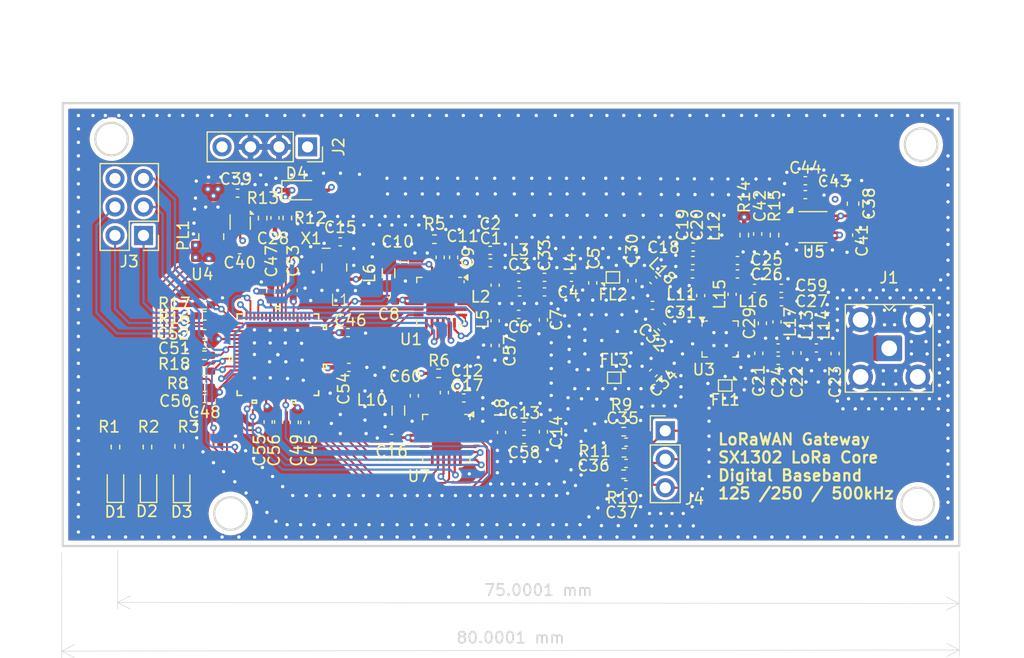
<source format=kicad_pcb>
(kicad_pcb (version 20240108) (generator "pcbnew") (generator_version "8.0")
  (layers (0 "F.Cu" signal) (1 "In1.Cu" power "In1.Cu.Ground") (2 "In2.Cu" power "In2.Cu.Power") (31 "B.Cu" signal) (34 "B.Paste" user) (35 "F.Paste" user) (36 "B.SilkS" user "B.Silkscreen") (37 "F.SilkS" user "F.Silkscreen") (38 "B.Mask" user) (39 "F.Mask" user) (44 "Edge.Cuts" user))
  (net 0 "")
  (net 1 "Net-(U3-LNA_IN)")
  (net 2 "Net-(U3-RX_FLT)")
  (net 3 "Net-(C5-Pad1)")
  (net 4 "Net-(C30-Pad1)")
  (net 5 "Net-(C34-Pad1)")
  (net 6 "Net-(C13-Pad2)")
  (net 7 "Net-(U4-SW)")
  (net 9 "1.2V")
  (net 10 "Net-(U5-FB)")
  (net 12 "VDD_RF")
  (net 13 "Net-(U5-NR{slash}SS)")
  (net 14 "Net-(U1-VR_PA)")
  (net 15 "Net-(C3-Pad2)")
  (net 16 "Net-(U1-RFO)")
  (net 17 "Net-(C33-Pad2)")
  (net 18 "5V")
  (net 19 "Net-(U1-RFI_N)")
  (net 20 "Net-(U1-VREG)")
  (net 21 "Net-(U1-XTA)")
  (net 22 "Net-(C11-Pad2)")
  (net 23 "Net-(C12-Pad2)")
  (net 24 "Net-(U7-VREG)")
  (net 25 "Net-(U7-XTA)")
  (net 26 "Net-(U3-VCC0)")
  (net 27 "Net-(U3-ANT)")
  (net 28 "Net-(C22-Pad1)")
  (net 29 "Net-(J1-In)")
  (net 30 "Net-(C27-Pad1)")
  (net 31 "Net-(U3-TX_IN)")
  (net 32 "Net-(C31-Pad1)")
  (net 33 "Net-(U3-TX)")
  (net 34 "Net-(U3-RX)")
  (net 35 "CSD")
  (net 36 "PA_ON")
  (net 37 "TXRX")
  (net 38 "3.3V")
  (net 39 "Net-(D1-A)")
  (net 40 "Net-(L1-GPIO[5])")
  (net 41 "Net-(D2-A)")
  (net 42 "Net-(L1-GPIO[4])")
  (net 43 "Net-(D3-A)")
  (net 44 "Net-(L1-GPIO[3])")
  (net 45 "TXCO 32M")
  (net 46 "SX1302_CSD")
  (net 47 "SX1302_TXRX")
  (net 48 "SX1302_PA_ON")
  (net 49 "EX_HOST_MISO")
  (net 50 "Net-(L1-HOST_MISO)")
  (net 51 "EX_HOST_CSN")
  (net 52 "EX_HOST_RESET")
  (net 53 "GND")
  (net 54 "Net-(U7-RFI_N)")
  (net 55 "Net-(U3-VCC1)")
  (net 56 "Net-(U3-PA_OUT)")
  (net 57 "Net-(U1-DCC_SW)")
  (net 58 "Net-(D4-K)")
  (net 60 "RADIO_B_IQ_1")
  (net 61 "RADIO_A_MOSI")
  (net 63 "RADIO_A_SCK")
  (net 64 "RADIO_B_IQ_MISO")
  (net 65 "RADIO_A_IQ_1")
  (net 67 "RADIO_B_IQ_4")
  (net 68 "EX_HOST_SCK")
  (net 69 "RADIO_A_IQ_3")
  (net 70 "RADIO_B_CKL_I")
  (net 72 "EX_HOST_MOSI")
  (net 75 "RADIO_B_IQ_0")
  (net 76 "RADIO_B_CSN")
  (net 78 "RADIO_A_IQ_4")
  (net 79 "RADIO_A_IQ_2")
  (net 80 "RADIO_A_IQ_0")
  (net 81 "RADIO_A_MISO")
  (net 83 "RADIO_B_IQ_3")
  (net 84 "RADIO_B_SCK")
  (net 85 "RADIO_A_CKL_I")
  (net 91 "RADIOB_RESET")
  (net 92 "RADIO_B_IQ_2")
  (net 93 "RADIOA_RESET")
  (net 95 "RADIO_B_MOSI")
  (net 97 "RADIO_A_CSN")
  (net 100 "Net-(U7-DCC_SW)")
  (net 108 "Net-(U1-RFI_P)")
  (net 109 "Net-(U7-RFI_P)")
  (footprint "Inductor_SMD:L_0805_2012Metric_Pad1.05x1.20mm_HandSolder" (layer "F.Cu") (at 43.7125 92.1175 -90)
    (property "Reference" "L10")
    (property "Value" "15uH")
  )
  (footprint "Capacitor_SMD:C_0402_1005Metric_Pad0.74x0.62mm_HandSolder" (layer "F.Cu") (at 35.3775 93.1775 -90)
    (property "Reference" "C45")
    (property "Value" "1uF")
  )
  (footprint "Connector_PinHeader_2.54mm:PinHeader_2x03_P2.54mm_Vertical" (layer "F.Cu") (at 21 76.5 180)
    (property "Reference" "J3")
    (property "Value" "Conn_02x03_Odd_Even")
  )
  (footprint "Resistor_SMD:R_0402_1005Metric_Pad0.72x0.64mm_HandSolder" (layer "F.Cu") (at 26.435 88.6)
    (property "Reference" "R8")
    (property "Value" "10k")
  )
  (footprint "Capacitor_SMD:C_0402_1005Metric_Pad0.74x0.62mm_HandSolder" (layer "F.Cu") (at 64.0075 94.9325)
    (property "Reference" "C35")
    (property "Value" "56pF")
  )
  (footprint "Inductor_SMD:L_0402_1005Metric" (layer "F.Cu") (at 71.7575 78.25 90)
    (property "Reference" "L12")
    (property "Value" "FB 120 ohm")
  )
  (footprint "Capacitor_SMD:C_0402_1005Metric_Pad0.74x0.62mm_HandSolder" (layer "F.Cu") (at 79.2375 86.9875 -90)
    (property "Reference" "C22")
    (property "Value" "1.8pF")
  )
  (footprint "Resistor_SMD:R_0402_1005Metric_Pad0.72x0.64mm_HandSolder" (layer "F.Cu") (at 63.8275 95.885)
    (property "Reference" "R11")
    (property "Value" "100")
  )
  (footprint "Filter:Filter_1109-5_1.1x0.9mm" (layer "F.Cu") (at 62.835 80.2375)
    (property "Reference" "FL2")
    (property "Value" "B39162B8813P810")
  )
  (footprint "Inductor_SMD:L_1008_2520Metric_Pad1.43x2.20mm_HandSolder" (layer "F.Cu") (at 27.0375 76.605 -90)
    (property "Reference" "PL1")
    (property "Value" "2.2uH1")
  )
  (footprint "Package_TO_SOT_SMD:SOT-563" (layer "F.Cu") (at 29.6175 75.3025 -90)
    (property "Reference" "U4")
    (property "Value" "TLV62568DRL")
  )
  (footprint "Resistor_SMD:R_0402_1005Metric_Pad0.72x0.64mm_HandSolder" (layer "F.Cu") (at 63.7975 94)
    (property "Reference" "R9")
    (property "Value" "100")
  )
  (footprint "Capacitor_SMD:C_0402_1005Metric_Pad0.74x0.62mm_HandSolder" (layer "F.Cu") (at 26.44 91.0525 180)
    (property "Reference" "C48")
    (property "Value" "100nF")
  )
  (footprint "Package_DFN_QFN:HVQFN-24-1EP_4x4mm_P0.5mm_EP2.5x2.5mm" (layer "F.Cu") (at 47.9875 94.5725 -90)
    (property "Reference" "U7")
    (property "Value" "~")
  )
  (footprint "LED_SMD:LED_0603_1608Metric_Pad1.05x0.95mm_HandSolder" (layer "F.Cu") (at 24.4 98.6675 90)
    (property "Reference" "D3")
    (property "Value" "GREEN")
  )
  (footprint "Capacitor_SMD:C_0402_1005Metric_Pad0.74x0.62mm_HandSolder" (layer "F.Cu") (at 29.57 77.7675 180)
    (property "Reference" "C40")
    (property "Value" "22uF")
  )
  (footprint "Capacitor_SMD:C_0402_1005Metric_Pad0.74x0.62mm_HandSolder" (layer "F.Cu") (at 26.4475 85.26125 180)
    (property "Reference" "C52")
    (property "Value" "100nF")
  )
  (footprint "Inductor_SMD:L_0402_1005Metric_Pad0.77x0.64mm_HandSolder" (layer "F.Cu") (at 73.4575 81.7475 90)
    (property "Reference" "L15")
    (property "Value" "6.8nH")
  )
  (footprint "Capacitor_SMD:C_0402_1005Metric_Pad0.74x0.62mm_HandSolder" (layer "F.Cu") (at 66.4375 88.766217 45)
    (property "Reference" "C34")
    (property "Value" "56pF")
  )
  (footprint "Capacitor_SMD:C_0402_1005Metric_Pad0.74x0.62mm_HandSolder" (layer "F.Cu") (at 26.45 90.0425 180)
    (property "Reference" "C50")
    (property "Value" "1uF")
  )
  (footprint "Resistor_SMD:R_0402_1005Metric_Pad0.72x0.64mm_HandSolder" (layer "F.Cu") (at 26.435 87.1873)
    (property "Reference" "R18")
    (property "Value" "10k")
  )
  (footprint "Capacitor_SMD:C_0402_1005Metric_Pad0.74x0.62mm_HandSolder" (layer "F.Cu") (at 56.7375 81.535)
    (property "Reference" "C4")
    (property "Value" "5.6pF")
  )
  (footprint "Capacitor_SMD:C_0402_1005Metric_Pad0.74x0.62mm_HandSolder" (layer "F.Cu") (at 54.5175 81.535)
    (property "Reference" "C3")
    (property "Value" "3pF")
  )
  (footprint "Capacitor_SMD:C_0402_1005Metric_Pad0.74x0.62mm_HandSolder" (layer "F.Cu") (at 54.9125 93.4975)
    (property "Reference" "C13")
    (property "Value" "3.6pF")
  )
  (footprint "Resistor_SMD:R_0402_1005Metric_Pad0.72x0.64mm_HandSolder" (layer "F.Cu") (at 77.2375 76.4675 90)
    (property "Reference" "R15")
    (property "Value" "1.15k")
  )
  (footprint "Capacitor_SMD:C_0402_1005Metric_Pad0.74x0.62mm_HandSolder" (layer "F.Cu") (at 34.3375 81.400375 90)
    (property "Reference" "C53")
    (property "Value" "100nF")
  )
  (footprint "Capacitor_SMD:C_0402_1005Metric_Pad0.74x0.62mm_HandSolder" (layer "F.Cu") (at 39.305 88.2675)
    (property "Reference" "C54")
    (property "Value" "100nF")
  )
  (footprint "Capacitor_SMD:C_0402_1005Metric_Pad0.74x0.62mm_HandSolder" (layer "F.Cu") (at 52.3375 86.315 90)
    (property "Reference" "C57")
    (property "Value" "3.6pF")
  )
  (footprint "Capacitor_SMD:C_0402_1005Metric_Pad0.74x0.62mm_HandSolder" (layer "F.Cu") (at 69.96 78.735 180)
    (property "Reference" "C19")
    (property "Value" "10nF")
  )
  (footprint "Capacitor_SMD:C_0402_1005Metric_Pad0.74x0.62mm_HandSolder" (layer "F.Cu") (at 69.99 77.535 180)
    (property "Reference" "C20")
    (property "Value" "4.7uF")
  )
  (footprint "Capacitor_SMD:C_0402_1005Metric_Pad0.74x0.62mm_HandSolder" (layer "F.Cu") (at 73.9375 79.935)
    (property "Reference" "C26")
    (property "Value" "1nF")
  )
  (footprint "Inductor_SMD:L_0402_1005Metric_Pad0.77x0.64mm_HandSolder" (layer "F.Cu") (at 59.1375 80.235)
    (property "Reference" "L4")
    (property "Value" "4.7nH")
  )
  (footprint "Capacitor_SMD:C_0402_1005Metric_Pad0.74x0.62mm_HandSolder" (layer "F.Cu") (at 45.1375 90.8 90)
    (property "Reference" "C60")
    (property "Value" "470nF1")
  )
  (footprint "Capacitor_SMD:C_0402_1005Metric_Pad0.74x0.62mm_HandSolder" (layer "F.Cu") (at 51.8975 77.835)
    (property "Reference" "C2")
    (property "Value" "47pF")
  )
  (footprint "Resistor_SMD:R_0402_1005Metric_Pad0.72x0.64mm_HandSolder" (layer "F.Cu") (at 63.7875 97.8)
    (property "Reference" "R10")
    (property "Value" "100")
  )
  (footprint "Capacitor_SMD:C_0402_1005Metric_Pad0.74x0.62mm_HandSolder" (layer "F.Cu") (at 56.6375 94.0075 -90)
    (property "Reference" "C14")
    (property "Value" "DNP")
  )
  (footprint "Resistor_SMD:R_0402_1005Metric_Pad0.72x0.64mm_HandSolder" (layer "F.Cu") (at 26.417501 83.669)
    (property "Reference" "R16")
    (property "Value" "100")
  )
  (footprint "Capacitor_SMD:C_0402_1005Metric_Pad0.74x0.62mm_HandSolder" (layer "F.Cu") (at 39.23075 85.1675)
    (property "Reference" "C46")
    (property "Value" "100nF")
  )
  (footprint "Capacitor_SMD:C_0402_1005Metric_Pad0.74x0.62mm_HandSolder" (layer "F.Cu") (at 77.57 87.6375)
    (property "Reference" "C24")
    (property "Value" "DNP")
  )
  (footprint "Capacitor_SMD:C_0402_1005Metric_Pad0.74x0.62mm_HandSolder" (layer "F.Cu") (at 75.7375 76.3675 90)
    (property "Reference" "C42")
    (property "Value" "10uF")
  )
  (footprint "Capacitor_SMD:C_0402_1005Metric_Pad0.74x0.62mm_HandSolder" (layer "F.Cu") (at 49.545 90.9975)
    (property "Reference" "C17")
    (property "Value" "1uF")
  )
  (footprint "Capacitor_SMD:C_0402_1005Metric_Pad0.74x0.62mm_HandSolder" (layer "F.Cu") (at 44.2375 78.8875 90)
    (property "Reference" "C10")
    (property "Value" "470nF")
  )
  (footprint "Package_DFN_QFN:Texas_S-PDSO-N10_EP1.2x2mm" (layer "F.Cu") (at 80.665 75.76)
    (property "Reference" "U5")
    (property "Value" "TPS7A91")
  )
  (footprint "Resistor_SMD:R_0402_1005Metric_Pad0.72x0.64mm_HandSolder" (layer "F.Cu") (at 74.54 76.4675 90)
    (property "Reference" "R14")
    (property "Value" "3.57k")
  )
  (footprint "Capacitor_SMD:C_0402_1005Metric_Pad0.74x0.62mm_HandSolder" (layer "F.Cu") (at 73.9375 78.735)
    (property "Reference" "C25")
    (property "Value" "33pF")
  )
  (footprint "Capacitor_SMD:C_0402_1005Metric_Pad0.74x0.62mm_HandSolder" (layer "F.Cu") (at 42.8575 82.3675 180)
    (property "Reference" "C8")
    (property "Value" "100nF")
  )
  (footprint "Capacitor_SMD:C_0603_1608Metric_Pad1.08x0.95mm_HandSolder" (layer "F.Cu") (at 84.2375 73.6675 -90)
    (property "Reference" "C38")
    (property "Value" "22uF")
  )
  (footprint "Filter:Filter_1109-5_1.1x0.9mm" (layer "F.Cu") (at 62.9525 89.185 180)
    (property "Reference" "FL3")
    (property "Value" "B39162B8813P810")
  )
  (footprint "Capacitor_SMD:C_0402_1005Metric_Pad0.74x0.62mm_HandSolder" (layer "F.Cu") (at 64.5375 80.535 -90)
    (property "Reference" "C30")
    (property "Value" "DNP")
  )
  (footprint "Capacitor_SMD:C_0402_1005Metric_Pad0.74x0.62mm_HandSolder" (layer "F.Cu") (at 48.6375 78.455 90)
    (property "Reference" "C9")
    (property "Value" "1uF")
  )
  (footprint "Capacitor_SMD:C_0402_1005Metric_Pad0.74x0.62mm_HandSolder" (layer "F.Cu") (at 77.8375 81.215)
    (property "Reference" "C59")
    (property "Value" "DNP")
  )
  (footprint "Capacitor_SMD:C_0402_1005Metric_Pad0.74x0.62mm_HandSolder" (layer "F.Cu") (at 67.186911 84.646911 -45)
    (property "Reference" "C32")
    (property "Value" "56pF")
  )
  (footprint "Capacitor_SMD:C_0402_1005Metric_Pad0.74x0.62mm_HandSolder" (layer "F.Cu") (at 56.7375 80.235)
    (property "Reference" "C33")
    (property "Value" "39pF")
  )
  (footprint "Capacitor_SMD:C_0402_1005Metric_Pad0.74x0.62mm_HandSolder" (layer "F.Cu") (at 79.985 71.62 180)
    (property "Reference" "C44")
    (property "Value" "22uF")
  )
  (footprint "Inductor_SMD:L_0402_1005Metric_Pad0.77x0.64mm_HandSolder" (layer "F.Cu") (at 80.965 86.535)
    (property "Reference" "L14")
    (property "Value" "4.7nH")
  )
  (footprint "Capacitor_SMD:C_0402_1005Metric_Pad0.74x0.62mm_HandSolder" (layer "F.Cu") (at 26.43 86.22125 180)
    (property "Reference" "C51")
    (property "Value" "1uF")
  )
  (footprint "Oscillator:Oscillator_SMD_SeikoEpson_TG2520SMN-xxx-xxxxxx-4Pin_2.5x2.0mm" (layer "F.Cu") (at 38 79.355)
    (property "Reference" "X1")
    (property "Value" "TG2016SMN 32.0000M-TCGNNMB")
  )
  (footprint "Diode_SMD:D_SOD-323" (layer "F.Cu") (at 34.9375 72.4675)
    (property "Reference" "D4")
    (property "Value" "BAT60A")
  )
  (footprint "Package_DFN_QFN:QFN-16-1EP_3x3mm_P0.5mm_EP1.75x1.75mm" (layer "F.Cu") (at 72.3875 85.7375)
    (property "Reference" "U3")
    (property "Value" "~")
  )
  (footprint "SX1302:SX1302" (layer "F.Cu") (at 22.9945 86.2725)
    (property "Reference" "L1")
    (property "Value" "~")
  )
  (footprint "Package_DFN_QFN:HVQFN-24-1EP_4x4mm_P0.5mm_EP2.5x2.5mm" (layer "F.Cu") (at 47.4625 82.35 -90)
    (property "Reference" "U1")
    (property "Value" "~")
  )
  (footprint "Inductor_SMD:L_0402_1005Metric_Pad0.77x0.64mm_HandSolder" (layer "F.Cu") (at 77.4575 84.215 -90)
    (property "Reference" "L17")
    (property "Value" "7.5nH")
  )
  (footprint "Capacitor_SMD:C_0402_1005Metric_Pad0.74x0.62mm_HandSolder" (layer "F.Cu") (at 56.6375 84.035 -90)
    (property "Reference" "C7")
    (property "Value" "DNP")
  )
  (footprint "Resistor_SMD:R_0402_1005Metric_Pad0.72x0.64mm_HandSolder" (layer "F.Cu") (at 24.18 95.3095 -90)
    (property "Reference" "R3")
    (property "Value" "1k")
  )
  (footprint "Resistor_SMD:R_0402_1005Metric_Pad0.72x0.64mm_HandSolder" (layer "F.Cu") (at 26.425001 82.689 180)
    (property "Reference" "R17")
    (property "Value" "10k")
  )
  (footprint "Capacitor_SMD:C_0402_1005Metric_Pad0.74x0.62mm_HandSolder" (layer "F.Cu") (at 38.5375 77.0675 180)
    (property "Reference" "C15")
    (property "Value" "100nF")
  )
  (footprint "Inductor_SMD:L_0402_1005Metric_Pad0.77x0.64mm_HandSolder" (layer "F.Cu") (at 66.44 80.492319 -45)
    (property "Reference" "L18")
    (property "Value" "56pF")
  )
  (footprint "Capacitor_SMD:C_0402_1005Metric_Pad0.74x0.62mm_HandSolder" (layer "F.Cu") (at 66.36 82.735 180)
    (property "Reference" "C31")
    (property "Value" "DNP")
  )
  (footprint "Inductor_SMD:L_0402_1005Metric_Pad0.77x0.64mm_HandSolder" (layer "F.Cu") (at 52.3375 84.1075 -90)
    (property "Reference" "L5")
    (property "Value" "18nH")
  )
  (footprint "LED_SMD:LED_0603_1608Metric_Pad1.05x0.95mm_HandSolder" (layer "F.Cu") (at 18.5 98.6475 90)
    (property "Reference" "D1")
    (property "Value" "RED")
  )
  (footprint "Capacitor_SMD:C_0402_1005Metric_Pad0.74x0.62mm_HandSolder" (layer "F.Cu") (at 43.1125 94.5975 180)
    (property "Reference" "C16")
    (property "Value" "100nF")
  )
  (footprint "Connector_Coaxial:SMA_BAT_Wireless_BWSMA-KWE-Z001" (layer "F.Cu") (at 87.4575 86.5675 -90)
    (property "Reference" "J1")
    (property "Value" "Conn_Coaxial")
  )
  (footprint "Capacitor_SMD:C_0402_1005Metric_Pad0.74x0.62mm_HandSolder" (layer "F.Cu") (at 75.8375 87.015 -90)
    (property "Reference" "C21")
    (property "Value" "DNP")
  )
  (footprint "Inductor_SMD:L_0402_1005Metric_Pad0.77x0.64mm_HandSolder" (layer "F.Cu") (at 75.4575 81.215)
    (property "Reference" "L16")
    (property "Value" "2.7nH")
  )
  (footprint "Inductor_SMD:L_0402_1005Metric_Pad0.77x0.64mm_HandSolder" (layer "F.Cu") (at 70.6575 81.8675 90)
    (property "Reference" "L11")
    (property "Value" "0.6nH")
  )
  (footprint "Capacitor_SMD:C_0402_1005Metric_Pad0.74x0.62mm_HandSolder" (layer "F.Cu") (at 33.0375 93.135 -90)
    (property "Reference" "C56")
    (property "Value" "1uF")
  )
  (footprint "Capacitor_SMD:C_0402_1005Metric_Pad0.74x0.62mm_HandSolder" (layer "F.Cu") (at 63.9875 98.7325)
    (property "Reference" "C37")
    (property "Value" "56pF")
  )
  (footprint "Capacitor_SMD:C_0402_1005Metric_Pad0.74x0.62mm_HandSolder" (layer "F.Cu") (at 61.0375 80.735 -90)
    (property "Reference" "C5")
    (property "Value" "1.8pF")
  )
  (footprint "Capacitor_SMD:C_0402_1005Metric_Pad0.74x0.62mm_HandSolder" (layer "F.Cu") (at 54.4375 83.535)
    (property "Reference" "C6")
    (property "Value" "3.6pF")
  )
  (footprint "Resistor_SMD:R_0402_1005Metric_Pad0.72x0.64mm_HandSolder" (layer "F.Cu") (at 18.5 95.37 -90)
    (property "Reference" "R1")
    (property "Value" "1k")
  )
  (footprint "Capacitor_SMD:C_0402_1005Metric_Pad0.74x0.62mm_HandSolder" (layer "F.Cu") (at 51.9175 78.935)
    (property "Reference" "C1")
    (property "Value" "47nF")
  )
  (footprint "Resistor_SMD:R_0402_1005Metric_Pad0.72x0.64mm_HandSolder" (layer "F.Cu") (at 46.9275 76.835 180)
    (property "Reference" "R5")
    (property "Value" "220R")
  )
  (footprint "Resistor_SMD:R_0402_1005Metric_Pad0.72x0.64mm_HandSolder" (layer "F.Cu") (at 47.3025 88.7975 180)
    (property "Reference" "R6")
    (property "Value" "220R")
  )
  (footprint "Capacitor_SMD:C_0402_1005Metric_Pad0.74x0.62mm_HandSolder" (layer "F.Cu") (at 29.385 72.725 180)
    (property "Reference" "C39")
    (property "Value" "4.7uF")
  )
  (footprint "Capacitor_SMD:C_0402_1005Metric_Pad0.74x0.62mm_HandSolder" (layer "F.Cu") (at 54.9125 94.6975 180)
    (property "Reference" "C58")
    (property "Value" "3.6pF")
  )
  (footprint "Capacitor_SMD:C_0402_1005Metric_Pad0.74x0.62mm_HandSolder" (layer "F.Cu") (at 34.4375 93.1675 -90)
    (property "Reference" "C49")
    (property "Value" "100nF")
  )
  (footprint "Inductor_SMD:L_0402_1005Metric_Pad0.77x0.64mm_HandSolder" (layer "F.Cu") (at 77.5575 86.535)
    (property "Reference" "L13")
    (property "Value" "4.7nH")
  )
  (footprint "Capacitor_SMD:C_0402_1005Metric_Pad0.74x0.62mm_HandSolder" (layer "F.Cu") (at 77.8575 82.415)
    (property "Reference" "C27")
    (property "Value" "10pF")
  )
  (footprint "Capacitor_SMD:C_0402_1005Metric_Pad0.74x0.62mm_HandSolder" (layer "F.Cu") (at 69.925 79.935 180)
    (property "Reference" "C18")
    (property "Value" "120pF")
  )
  (footprint "Capacitor_SMD:C_0402_1005Metric_Pad0.74x0.62mm_HandSolder" (layer "F.Cu") (at 64.0075 96.8325)
    (property "Reference" "C36")
    (property "Value" "56pF")
  )
  (footprint "Resistor_SMD:R_0402_1005Metric_Pad0.72x0.64mm_HandSolder" (layer "F.Cu") (at 31.6175 74.9525 90)
    (property "Reference" "R13")
    (property "Value" "100R")
  )
  (footprint "Resistor_SMD:R_0402_1005Metric_Pad0.72x0.64mm_HandSolder" (layer "F.Cu") (at 33.8175 74.9425 -90)
    (property "Reference" "R12")
    (property "Value" "100R")
  )
  (footprint "LED_SMD:LED_0603_1608Metric_Pad1.05x0.95mm_HandSolder" (layer "F.Cu") (at 21.45 98.6475 90)
    (property "Reference" "D2")
    (property "Value" "BLUE")
  )
  (footprint "Capacitor_SMD:C_0402_1005Metric_Pad0.74x0.62mm_HandSolder" (layer "F.Cu") (at 32.3375 81.4815 90)
    (property "Reference" "C47")
    (property "Value" "100nF")
  )
  (footprint "Capacitor_SMD:C_0402_1005Metric_Pad0.74x0.62mm_HandSolder" (layer "F.Cu") (at 47.8125 90.5175 90)
    (property "Reference" "C12")
    (property "Value" "10pF")
  )
  (footprint "Capacitor_SMD:C_0402_1005Metric_Pad0.74x0.62mm_HandSolder" (layer "F.Cu") (at 79.985 72.86 180)
    (property "Reference" "C43")
    (property "Value" "22uF")
  )
  (footprint "Capacitor_SMD:C_0402_1005Metric_Pad0.74x0.62mm_HandSolder" (layer "F.Cu") (at 76.1575 84.335 90)
    (property "Reference" "C29")
    (property "Value" "2.4pF")
  )
  (footprint "Resistor_SMD:R_0402_1005Metric_Pad0.72x0.64mm_HandSolder" (layer "F.Cu") (at 21.35 95.37 -90)
    (property "Reference" "R2")
    (property "Value" "1k")
  )
  (footprint "Capacitor_SMD:C_0402_1005Metric_Pad0.74x0.62mm_HandSolder" (layer "F.Cu") (at 82.6375 87.035 -90)
    (property "Reference" "C23")
    (property "Value" "DNP")
  )
  (footprint "Connector_PinHeader_2.54mm:PinHeader_1x03_P2.54mm_Vertical" (layer "F.Cu") (at 67.5 93.92)
    (property "Reference" "J4")
    (property "Value" "Conn_01x03_Pin")
  )
  (footprint "Filter:Filter_1109-5_1.1x0.9mm" (layer "F.Cu") (at 72.8425 89.885 180)
    (property "Reference" "FL1")
    (property "Value" "B39162B8813P810")
  )
  (footprint "Capacitor_SMD:C_0402_1005Metric_Pad0.74x0.62mm_HandSolder" (layer "F.Cu") (at 47.4375 78.455 90)
    (property "Reference" "C11")
    (property "Value" "10pF")
  )
  (footprint "Connector_PinSocket_2.54mm:PinSocket_1x04_P2.54mm_Vertical" (layer "F.Cu") (at 35.62 68.6 -90)
    (property "Reference" "J2")
    (property "Value" "Conn_01x04_Pin")
  )
  (footprint "Capacitor_SMD:C_0402_1005Metric_Pad0.74x0.62mm_HandSolder" (layer "F.Cu") (at 83.8375 76.4675 90)
    (property "Reference" "C41")
    (property "Value" "0.1uF")
  )
  (footprint "Inductor_SMD:L_0402_1005Metric_Pad0.77x0.64mm_HandSolder" (layer "F.Cu") (at 54.4375 80.235)
    (property "Reference" "L3")
    (property "Value" "2.5nH")
  )
  (footprint "Inductor_SMD:L_0402_1005Metric_Pad0.77x0.64mm_HandSolder" (layer "F.Cu") (at 52.3375 80.935 -90)
    (property "Reference" "L2")
    (property "Value" "47nH")
  )
  (footprint "Capacitor_SMD:C_0402_1005Metric_Pad0.74x0.62mm_HandSolder" (layer "F.Cu") (at 32.1075 93.135 -90)
    (property "Reference" "C55")
    (property "Value" "100nF")
  )
  (footprint "Inductor_SMD:L_0805_2012Metric_Pad1.05x1.20mm_HandSolder" (layer "F.Cu") (at 42.8375 79.8675 -90)
    (property "Reference" "L6")
    (property "Value" "15uH")
  )
  (footprint "Inductor_SMD:L_0402_1005Metric_Pad0.77x0.64mm_HandSolder" (layer "F.Cu") (at 52.9125 94.07 -90)
    (property "Reference" "L8")
    (property "Value" "18nH")
  )
  (footprint "Capacitor_SMD:C_0402_1005Metric_Pad0.74x0.62mm_HandSolder" (layer "F.Cu") (at 32.7175 74.9325 90)
    (property "Reference" "C28")
    (property "Value" "6.8pF")
  )
  (gr_arc (start 58.127623 90.432063) (mid 58.407515 89.717534) (end 59.123897 89.442349) (stroke (width 0.25)) (layer "F.Cu") (net 6))
  (gr_arc (start 50.3575 81.5975) (mid 50.922372 81.748079) (end 51.35029 82.146378) (stroke (width 0.25)) (layer "F.Cu") (net 19))
  (gr_line (start 50.697499 82.537128) (end 52.2375 84.6875) (stroke (width 0.25)) (layer "F.Cu") (net 108))
  (gr_arc (start 72.0375 88.8675) (mid 72.096079 88.726079) (end 72.2375 88.6675) (stroke (width 0.25)) (layer "F.Cu") (net 1))
  (gr_line (start 74.0375 74.3675) (end 75.0375 74.3675) (stroke (width 0.4)) (layer "F.Cu") (net 12))
  (gr_arc (start 73.5375 88.6675) (mid 73.678921 88.726079) (end 73.7375 88.8675) (stroke (width 0.25)) (layer "F.Cu") (net 2))
  (gr_arc (start 73.7375 89.6675) (mid 73.678921 89.808921) (end 73.5375 89.8675) (stroke (width 0.25)) (layer "F.Cu") (net 2))
  (gr_arc (start 72.2375 90.126079) (mid 72.096086 90.067499) (end 72.0375 89.926079) (stroke (width 0.25)) (layer "F.Cu") (net 1))
  (gr_arc (start 58.125621 92.217214) (mid 57.727496 93.157986) (end 56.775011 93.527213) (stroke (width 0.25)) (layer "F.Cu") (net 6))
  (gr_arc (start 49.736731 82.109826) (mid 50.273151 82.19749) (end 50.697499 82.537128) (stroke (width 0.25)) (layer "F.Cu") (net 108))
  (gr_arc (start 73.3375 88.6675) (mid 73.196079 88.608921) (end 73.1375 88.4675) (stroke (width 0.25)) (layer "F.Cu") (net 2))
  (gr_arc (start 59.133775 89.437214) (mid 58.417379 89.162063) (end 58.137501 88.4475) (stroke (width 0.25)) (layer "F.Cu") (net 6))
  (gr_arc (start 56.78689 83.557501) (mid 57.739386 83.92672) (end 58.1375 84.8675) (stroke (width 0.25)) (layer "F.Cu") (net 6))
  (gr_arc (start 72.6375 88.4675) (mid 72.578921 88.608921) (end 72.4375 88.6675) (stroke (width 0.25)) (layer "F.Cu") (net 1))
  (gr_line (start 51.35029 82.146378) (end 52.3075 83.3675) (stroke (width 0.25)) (layer "F.Cu") (net 19))
  (gr_circle (center 90 100.446556) (end 91.453444 100.446556) (stroke (width 0.2)) (fill none) (layer "Edge.Cuts"))
  (gr_circle (center 90.3 68.4) (end 91.753444 68.4) (stroke (width 0.2)) (fill none) (layer "Edge.Cuts"))
  (gr_circle (center 18.146556 67.9) (end 19.6 67.9) (stroke (width 0.2)) (fill none) (layer "Edge.Cuts"))
  (gr_rect (start 13.8 64.7) (end 93.7 104.2) (stroke (width 0.2)) (fill none) (layer "Edge.Cuts"))
  (gr_circle (center 28.753444 101.3) (end 30.206888 101.3) (stroke (width 0.2)) (fill none) (layer "Edge.Cuts"))
  (gr_text "LoRaWAN Gateway \nSX1302 LoRa Core \nDigital Baseband\n125 /250 / 500kHz\n" (at 72.1 100.1 0) (layer "F.SilkS") (effects (font (size 1 1) (thickness 0.2) (bold yes)) (justify left bottom)))
  (dimension (type aligned) (layer "Edge.Cuts") (pts (xy 93.7 104.2) (xy 13.7 104.3)) (height -9.273351) (gr_text "80.0001 mm" (at 53.710155 112.373345 0.07161968709) (layer "Edge.Cuts") (effects (font (size 1 1) (thickness 0.15)))) (format (prefix "") (suffix "") (units 3) (units_format 1) (precision 4)) (style (thickness 0.05) (arrow_length 1.27) (text_position_mode 0) (extension_height 0.58642) (extension_offset 0.5) keep_text_aligned))
  (dimension (type aligned) (layer "Edge.Cuts") (pts (xy 93.7 104.2) (xy 18.7 104.1)) (height -5.133065) (gr_text "75.0001 mm" (at 56.194689 108.133061 -0.07639432741) (layer "Edge.Cuts") (effects (font (size 1 1) (thickness 0.15)))) (format (prefix "") (suffix "") (units 3) (units_format 1) (precision 4)) (style (thickness 0.05) (arrow_length 1.27) (text_position_mode 0) (extension_height 0.58642) (extension_offset 0.5) keep_text_aligned))
  (segment (start 72.4375 88.6675) (end 72.2375 88.6675) (width 0.25) (layer "F.Cu") (net 1))
  (segment (start 72.2375 90.126079) (end 72.448579 90.126079) (width 0.25) (layer "F.Cu") (net 1))
  (segment (start 72.0375 88.8675) (end 72.0375 89.9675) (width 0.25) (layer "F.Cu") (net 1))
  (segment (start 72.6375 87.2) (end 72.6375 88.4675) (width 0.25) (layer "F.Cu") (net 1))
  (segment (start 73.1375 87.2) (end 73.1375 88.4675) (width 0.25) (layer "F.Cu") (net 2))
  (segment (start 73.7375 88.8675) (end 73.7375 89.6675) (width 0.25) (layer "F.Cu") (net 2))
  (segment (start 73.245 89.8675) (end 73.2275 89.885) (width 0.25) (layer "F.Cu") (net 2))
  (segment (start 73.5375 89.8675) (end 73.245 89.8675) (width 0.25) (layer "F.Cu") (net 2))
  (segment (start 73.3375 88.6675) (end 73.5375 88.6675) (width 0.25) (layer "F.Cu") (net 2))
  (segment (start 62.45 80.2375) (end 61.055 80.2375) (width 0.3) (layer "F.Cu") (net 3))
  (segment (start 61.055 80.2375) (end 61.0375 80.255) (width 0.3) (layer "F.Cu") (net 3))
  (segment (start 59.71 80.235) (end 61.0175 80.235) (width 0.4) (layer "F.Cu") (net 3))
  (segment (start 61.0175 80.235) (end 61.0375 80.255) (width 0.4) (layer "F.Cu") (net 3))
  (segment (start 64.5375 80.055) (end 64.47 79.9875) (width 0.3) (layer "F.Cu") (net 4))
  (segment (start 64.47 79.9875) (end 63.22 79.9875) (width 0.3) (layer "F.Cu") (net 4))
  (segment (start 66.035181 80.0875) (end 66.002681 80.055) (width 0.4) (layer "F.Cu") (net 4))
  (segment (start 66.002681 80.055) (end 64.5375 80.055) (width 0.4) (layer "F.Cu") (net 4))
  (segment (start 63.343717 89.178783) (end 63.3375 89.185) (width 0.25) (layer "F.Cu") (net 5))
  (segment (start 66.018717 89.185) (end 66.036217 89.1675) (width 0.25) (layer "F.Cu") (net 5))
  (segment (start 63.3375 89.185) (end 66.018717 89.185) (width 0.25) (layer "F.Cu") (net 5))
  (segment (start 56.6075 93.4975) (end 56.6375 93.5275) (width 0.4) (layer "F.Cu") (net 6))
  (segment (start 56.4875 93.5275) (end 56.4675 93.5075) (width 0.4) (layer "F.Cu") (net 6))
  (segment (start 59.078127 89.435) (end 62.5675 89.435) (width 0.25) (layer "F.Cu") (net 6))
  (segment (start 58.127623 90.432063) (end 58.127623 92.173612) (width 0.25) (layer "F.Cu") (net 6))
  (segment (start 55.3925 93.4975) (end 56.6075 93.4975) (width 0.4) (layer "F.Cu") (net 6))
  (segment (start 56.6375 93.5275) (end 56.4875 93.5275) (width 0.4) (layer "F.Cu") (net 6))
  (segment (start 54.9175 83.535) (end 56.6175 83.535) (width 0.25) (layer "F.Cu") (net 6))
  (segment (start 56.6375 83.555) (end 56.6375 83.58) (width 0.25) (layer "F.Cu") (net 6))
  (segment (start 56.6175 83.535) (end 56.6375 83.555) (width 0.25) (layer "F.Cu") (net 6))
  (segment (start 58.1375 84.8675) (end 58.1375 88.5675) (width 0.25) (layer "F.Cu") (net 6))
  (segment (start 26.9975 86.22125) (end 27.2075 86.22125) (width 0.6) (layer "F.Cu") (net 9))
  (segment (start 27.015 85.26125) (end 27.015 85.73125) (width 0.6) (layer "F.Cu") (net 9))
  (segment (start 37.427502 88.322501) (end 37.482503 88.2675) (width 0.4) (layer "F.Cu") (net 9))
  (segment (start 27.2275 85.26125) (end 27.6975 85.73125) (width 0.6) (layer "F.Cu") (net 9))
  (segment (start 34.3775 82.5175) (end 34.3775 83.7085) (width 0.17) (layer "F.Cu") (net 9))
  (segment (start 37.292501 88.2675) (end 37.372501 88.1875) (width 0.2) (layer "F.Cu") (net 9))
  (segment (start 32.7175 76.3475) (end 32.7375 76.3675) (width 0.4) (layer "F.Cu") (net 9))
  (segment (start 27.015 85.4175) (end 27.2275 85.4175) (width 0.6) (layer "F.Cu") (net 9))
  (segment (start 37.427502 88.322501) (end 37.372501 88.2675) (width 0.2) (layer "F.Cu") (net 9))
  (segment (start 32.005 92.465) (end 32.1075 92.5675) (width 0.6) (layer "F.Cu") (net 9))
  (segment (start 37.292501 88.2675) (end 37.298001 88.262) (width 0.2) (layer "F.Cu") (net 9))
  (segment (start 37.372501 88.2675) (end 37.292501 88.2675) (width 0.2) (layer "F.Cu") (net 9))
  (segment (start 33.8175 75.4525) (end 32.7575 75.4525) (width 0.4) (layer "F.Cu") (net 9))
  (segment (start 32.005 91.735) (end 32.005 92.465) (width 0.6) (layer "F.Cu") (net 9))
  (segment (start 27.015 85.73125) (end 27.015 86.20375) (width 0.6) (layer "F.Cu") (net 9))
  (segment (start 32.7175 75.4125) (end 32.7175 76.3475) (width 0.4) (layer "F.Cu") (net 9))
  (segment (start 31.9275 90.5665) (end 31.9275 91.6575) (width 0.2) (layer "F.Cu") (net 9))
  (segment (start 29.5485 85.7375) (end 27.70375 85.7375) (width 0.2) (layer "F.Cu") (net 9))
  (segment (start 27.015 85.73125) (end 27.6975 85.73125) (width 0.6) (layer "F.Cu") (net 9))
  (segment (start 27.015 86.20375) (end 26.9975 86.22125) (width 0.6) (layer "F.Cu") (net 9))
  (segment (start 34.3375 82.367125) (end 34.372499 82.402124) (width 0.6) (layer "F.Cu") (net 9))
  (segment (start 27.2075 86.22125) (end 27.6975 85.73125) (width 0.6) (layer "F.Cu") (net 9))
  (segment (start 34.359999 81.990374) (end 34.3375 81.967875) (width 0.17) (layer "F.Cu") (net 9))
  (segment (start 32.8375 92.5675) (end 32.1075 92.5675) (width 0.6) (layer "F.Cu") (net 9))
  (segment (start 27.70375 85.7375) (end 27.6975 85.73125) (width 0.2) (layer "F.Cu") (net 9))
  (segment (start 32.005 91.735) (end 32.8375 92.5675) (width 0.6) (layer "F.Cu") (net 9))
  (segment (start 29.0025 77.7675) (end 27.0375 77.7675) (width 0.2) (layer "F.Cu") (net 9))
  (segment (start 32.7575 75.4525) (end 32.7175 75.4125) (width 0.4) (layer "F.Cu") (net 9))
  (segment (start 31.9275 91.6575) (end 32.005 91.735) (width 0.2) (layer "F.Cu") (net 9))
  (segment (start 36.4065 88.1875) (end 37.292501 88.1875) (width 0.2) (layer "F.Cu") (net 9))
  (segment (start 37.292501 88.1875) (end 37.427502 88.322501) (width 0.2) (layer "F.Cu") (net 9))
  (segment (start 37.482503 88.2675) (end 38.7375 88.2675) (width 0.4) (layer "F.Cu") (net 9))
  (segment (start 34.3375 81.967875) (end 34.3375 82.367125) (width 0.6) (layer "F.Cu") (net 9))
  (via (at 34.372499 82.402124) (size 0.6) (drill 0.3) (layers "F.Cu" "B.Cu") (net 9))
  (via (at 37.427502 88.322501) (size 0.6) (drill 0.3) (layers "F.Cu" "B.Cu") (net 9))
  (via (at 25.6375 77.3675) (size 0.6) (drill 0.3) (layers "F.Cu" "B.Cu") (net 9))
  (via (at 32.005 91.735) (size 0.6) (drill 0.3) (layers "F.Cu" "B.Cu") (net 9))
  (via (at 32.7375 76.3675) (size 0.6) (drill 0.3) (layers "F.Cu" "B.Cu") (net 9))
  (via (at 25.6375 78.4675) (size 0.6) (drill 0.3) (layers "F.Cu" "B.Cu") (net 9))
  (via (at 26.8375 78.5675) (size 0.6) (drill 0.3) (layers "F.Cu" "B.Cu") (net 9))
  (via (at 27.6975 85.73125) (size 0.6) (drill 0.3) (layers "F.Cu" "B.Cu") (net 9))
  (segment (start 78.7375 75.7675) (end 78.745 75.76) (width 0.25) (layer "F.Cu") (net 10))
  (segment (start 76.26 76.8475) (end 77.2375 75.87) (width 0.25) (layer "F.Cu") (net 10))
  (segment (start 75.7375 76.8475) (end 74.7575 76.8475) (width 0.25) (layer "F.Cu") (net 10))
  (segment (start 77.2375 75.87) (end 77.835 75.87) (width 0.25) (layer "F.Cu") (net 10))
  (segment (start 77.9375 75.7675) (end 78.7375 75.7675) (width 0.25) (layer "F.Cu") (net 10))
  (segment (start 77.835 75.87) (end 77.9375 75.7675) (width 0.25) (layer "F.Cu") (net 10))
  (segment (start 74.7575 76.8475) (end 74.54 77.065) (width 0.25) (layer "F.Cu") (net 10))
  (segment (start 78.745 75.76) (end 79.4525 75.76) (width 0.25) (layer "F.Cu") (net 10))
  (segment (start 75.7375 76.8475) (end 76.26 76.8475) (width 0.25) (layer "F.Cu") (net 10))
  (segment (start 74.5375 74.8675) (end 75.0375 74.3675) (width 0.4) (layer "F.Cu") (net 12))
  (segment (start 78.5375 74.76) (end 79.4525 74.76) (width 0.25) (layer "F.Cu") (net 12))
  (segment (start 44.245 82.1) (end 45.525 82.1) (width 0.25) (layer "F.Cu") (net 12))
  (segment (start 45.525 82.1) (end 45.5025 82.0775) (width 0.2) (layer "F.Cu") (net 12))
  (segment (start 74.645 74.76) (end 78.5375 74.76) (width 0.25) (layer "F.Cu") (net 12))
  (segment (start 75.0375 74.3675) (end 74.645 74.76) (width 0.25) (layer "F.Cu") (net 12))
  (segment (start 44.575 94.5275) (end 44.78 94.3225) (width 0.25) (layer "F.Cu") (net 12))
  (segment (start 44.78 94.3225) (end 46.05 94.3225) (width 0.25) (layer "F.Cu") (net 12))
  (segment (start 43.425 82.3675) (end 43.425 82.3225) (width 0.2) (layer "F.Cu") (net 12))
  (segment (start 79.4525 75.26) (end 79.0375 75.26) (width 0.2) (layer "F.Cu") (net 12))
  (segment (start 74.5375 74.8675) (end 74.0375 74.3675) (width 0.4) (layer "F.Cu") (net 12))
  (segment (start 71.53 77.5375) (end 70.56 77.5375) (width 0.25) (layer "F.Cu") (net 12))
  (segment (start 48.7375 91.2375) (end 48.7375 92.635) (width 0.25) (layer "F.Cu") (net 12))
  (segment (start 79.0375 75.26) (end 78.5375 74.76) (width 0.2) (layer "F.Cu") (net 12))
  (segment (start 48.6375 78.935) (end 49.705 78.935) (width 0.25) (layer "F.Cu") (net 12))
  (segment (start 48.9775 89.9375) (end 48.9775 90.165) (width 0.25) (layer "F.Cu") (net 12))
  (segment (start 44.0875 82.2575) (end 44.43 82.6) (width 0.25) (layer "F.Cu") (net 12))
  (segment (start 44.87 94.8225) (end 46.05 94.8225) (width 0.25) (layer "F.Cu") (net 12))
  (segment (start 44.0875 82.2575) (end 44.245 82.1) (width 0.25) (layer "F.Cu") (net 12))
  (segment (start 48.9775 90.9975) (end 48.7375 91.2375) (width 0.25) (layer "F.Cu") (net 12))
  (segment (start 74.54 75.87) (end 74.54 74.87) (width 0.4) (layer "F.Cu") (net 12))
  (segment (start 44.0875 82.2575) (end 43.535 82.2575) (width 0.25) (layer "F.Cu") (net 12))
  (segment (start 44.575 94.5275) (end 44.87 94.8225) (width 0.25) (layer "F.Cu") (net 12))
  (segment (start 74.54 75.87) (end 75.72 75.87) (width 0.4) (layer "F.Cu") (net 12))
  (segment (start 48.9775 90.165) (end 48.975 90.1675) (width 0.25) (layer "F.Cu") (net 12))
  (segment (start 70.56 77.5375) (end 70.5575 77.535) (width 0.25) (layer "F.Cu") (net 12))
  (segment (start 43.535 82.2575) (end 43.425 82.3675) (width 0.25) (layer "F.Cu") (net 12))
  (segment (start 44.43 82.6) (end 45.525 82.6) (width 0.25) (layer "F.Cu") (net 12))
  (segment (start 48.2125 79.36) (end 48.6375 78.935) (width 0.25) (layer "F.Cu") (net 12))
  (segment (start 75.72 75.87) (end 75.7375 75.8875) (width 0.4) (layer "F.Cu") (net 12))
  (segment (start 71.7575 77.765) (end 71.53 77.5375) (width 0.25) (layer "F.Cu") (net 12))
  (segment (start 44.575 94.5275) (end 43.6625 94.5275) (width 0.25) (layer "F.Cu") (net 12))
  (segment (start 73.4575 79.935) (end 73.4575 78.735) (width 0.25) (layer "F.Cu") (net 12))
  (segment (start 43.6625 94.5275) (end 43.5925 94.5975) (width 0.25) (layer "F.Cu") (net 12))
  (segment (start 48.9775 90.9975) (end 48.9775 89.9375) (width 0.25) (layer "F.Cu") (net 12))
  (segment (start 74.54 74.87) (end 74.5375 74.8675) (width 0.4) (layer "F.Cu") (net 12))
  (segment (start 73.4575 81.175) (end 73.4575 79.935) (width 0.25) (layer "F.Cu") (net 12))
  (segment (start 48.2125 80.4125) (end 48.2125 79.36) (width 0.25) (layer "F.Cu") (net 12))
  (segment (start 43.425 82.3225) (end 43.3375 82.235) (width 0.2) (layer "F.Cu") (net 12))
  (via (at 74.5375 74.8675) (size 0.6) (drill 0.3) (layers "F.Cu" "B.Cu") (net 12))
  (via (at 44.0875 82.2575) (size 0.6) (drill 0.3) (layers "F.Cu" "B.Cu") (net 12))
  (via (at 44.575 94.5275) (size 0.6) (drill 0.3) (layers "F.Cu" "B.Cu") (net 12))
  (via (at 49.705 78.935) (size 0.6) (drill 0.3) (layers "F.Cu" "B.Cu") (net 12))
  (via (at 48.9775 89.9375) (size 0.6) (drill 0.3) (layers "F.Cu" "B.Cu") (net 12))
  (segment (start 81.8775 75.76) (end 83.845 75.76) (width 0.2) (layer "F.Cu") (net 13))
  (segment (start 83.845 75.76) (end 83.865 75.78) (width 0.2) (layer "F.Cu") (net 13))
  (segment (start 52.2875 80.4125) (end 52.3375 80.3625) (width 0.3) (layer "F.Cu") (net 14))
  (segment (start 50.915 80.4125) (end 51.4375 79.89) (width 0.25) (layer "F.Cu") (net 14))
  (segment (start 51.4375 79.89) (end 51.4375 78.935) (width 0.25) (layer "F.Cu") (net 14))
  (segment (start 50.915 80.4125) (end 52.2875 80.4125) (width 0.25) (layer "F.Cu") (net 14))
  (segment (start 51.4375 77.855) (end 51.4175 77.835) (width 0.3) (layer "F.Cu") (net 14))
  (segment (start 48.7125 80.4125) (end 50.915 80.4125) (width 0.25) (layer "F.Cu") (net 14))
  (segment (start 51.4375 78.935) (end 51.4375 77.855) (width 0.25) (layer "F.Cu") (net 14))
  (segment (start 56.17 80.235) (end 55.0825 80.235) (width 0.4) (layer "F.Cu") (net 15))
  (segment (start 55.0375 81.495) (end 54.9975 81.535) (width 0.4) (layer "F.Cu") (net 15))
  (segment (start 55.0375 80.28) (end 55.0375 81.495) (width 0.4) (layer "F.Cu") (net 15))
  (segment (start 55.0825 80.235) (end 55.0375 80.28) (width 0.4) (layer "F.Cu") (net 15))
  (segment (start 54.9975 81.535) (end 56.2575 81.535) (width 0.4) (layer "F.Cu") (net 15))
  (segment (start 54.01 81.5075) (end 54.0375 81.535) (width 0.25) (layer "F.Cu") (net 16))
  (segment (start 51.93 81.1) (end 52.3375 81.5075) (width 0.25) (layer "F.Cu") (net 16))
  (segment (start 53.9375 80.235) (end 54.045 80.3425) (width 0.4) (layer "F.Cu") (net 16))
  (segment (start 54.045 80.3425) (end 54.045 81.5275) (width 0.4) (layer "F.Cu") (net 16))
  (segment (start 49.4 81.1) (end 51.93 81.1) (width 0.25) (layer "F.Cu") (net 16))
  (segment (start 54.045 81.5275) (end 54.0375 81.535) (width 0.4) (layer "F.Cu") (net 16))
  (segment (start 52.3375 81.5075) (end 54.01 81.5075) (width 0.4) (layer "F.Cu") (net 16))
  (segment (start 57.305 80.235) (end 58.565 80.235) (width 0.4) (layer "F.Cu") (net 17))
  (segment (start 35.9875 72.4675) (end 37.4825 72.4675) (width 0.3) (layer "F.Cu") (net 18))
  (segment (start 37.4825 72.4675) (end 37.75 72.2) (width 0.3) (layer "F.Cu") (net 18))
  (via (at 37.75 72.2) (size 0.6) (drill 0.3) (layers "F.Cu" "B.Cu") (net 18))
  (segment (start 49.4 81.6) (end 50.3975 81.6) (width 0.25) (layer "F.Cu") (net 19))
  (segment (start 52.3325 83.535) (end 52.3375 83.535) (width 0.25) (layer "F.Cu") (net 19))
  (segment (start 52.3375 83.535) (end 53.9575 83.535) (width 0.25) (layer "F.Cu") (net 19))
  (segment (start 47.7125 79.21) (end 47.4375 78.935) (width 0.25) (layer "F.Cu") (net 21))
  (segment (start 47.7125 80.4125) (end 47.7125 79.21) (width 0.25) (layer "F.Cu") (net 21))
  (segment (start 47.4375 76.9225) (end 47.525 76.835) (width 0.2) (layer "F.Cu") (net 22))
  (segment (start 47.4375 77.975) (end 47.4375 76.9225) (width 0.2) (layer "F.Cu") (net 22))
  (segment (start 47.8125 90.0375) (end 47.8125 88.885) (width 0.25) (layer "F.Cu") (net 23))
  (segment (start 47.8125 88.885) (end 47.9 88.7975) (width 0.25) (layer "F.Cu") (net 23))
  (segment (start 48.2375 91.4225) (end 48.2375 92.635) (width 0.25) (layer "F.Cu") (net 25))
  (segment (start 47.8125 90.9975) (end 48.2375 91.4225) (width 0.25) (layer "F.Cu") (net 25))
  (segment (start 70.5275 78.735) (end 71.7575 78.735) (width 0.25) (layer "F.Cu") (net 26))
  (segment (start 71.7575 78.735) (end 72.1375 79.115) (width 0.25) (layer "F.Cu") (net 26))
  (segment (start 70.6575 80.1) (end 70.4925 79.935) (width 0.25) (layer "F.Cu") (net 26))
  (segment (start 72.1375 79.115) (end 72.1375 84.275) (width 0.25) (layer "F.Cu") (net 26))
  (segment (start 70.5375 79.89) (end 70.5375 78.745) (width 0.25) (layer "F.Cu") (net 26))
  (segment (start 70.6575 81.455) (end 70.6575 80.1) (width 0.25) (layer "F.Cu") (net 26))
  (segment (start 70.4925 79.935) (end 70.5375 79.89) (width 0.25) (layer "F.Cu") (net 26))
  (segment (start 70.5375 78.745) (end 70.5275 78.735) (width 0.25) (layer "F.Cu") (net 26))
  (segment (start 73.85 86.4875) (end 75.91 86.4875) (width 0.25) (layer "F.Cu") (net 27))
  (segment (start 77.1575 86.535) (end 77.1575 87.54) (width 0.25) (layer "F.Cu") (net 27))
  (segment (start 77.1575 87.54) (end 77.255 87.6375) (width 0.25) (layer "F.Cu") (net 27))
  (segment (start 75.91 86.4875) (end 75.9575 86.535) (width 0.25) (layer "F.Cu") (net 27))
  (segment (start 75.9575 86.535) (end 77.1575 86.535) (width 0.25) (layer "F.Cu") (net 27))
  (segment (start 80.1575 86.5075) (end 80.185 86.535) (width 0.2) (layer "F.Cu") (net 28))
  (segment (start 78.13 86.535) (end 79.13 86.535) (width 0.2) (layer "F.Cu") (net 28))
  (segment (start 78.0575 86.535) (end 78.0575 87.6375) (width 0.25) (layer "F.Cu") (net 28))
  (segment (start 79.13 86.535) (end 79.1575 86.5075) (width 0.2) (layer "F.Cu") (net 28))
  (segment (start 79.1575 86.5075) (end 80.1575 86.5075) (width 0.2) (layer "F.Cu") (net 28))
  (segment (start 82.625 86.555) (end 82.6375 86.5675) (width 0.2) (layer "F.Cu") (net 29))
  (segment (start 82.3375 86.535) (end 82.3575 86.555) (width 0.2) (layer "F.Cu") (net 29))
  (segment (start 81.33 86.535) (end 82.3375 86.535) (width 0.2) (layer "F.Cu") (net 29))
  (segment (start 82.6375 86.5675) (end 82.65 86.555) (width 0.4) (layer "F.Cu") (net 29))
  (segment (start 82.65 86.555) (end 87.445 86.555) (width 0.4) (layer "F.Cu") (net 29))
  (segment (start 82.3575 86.555) (end 82.625 86.555) (width 0.2) (layer "F.Cu") (net 29))
  (segment (start 87.445 86.555) (end 87.4575 86.5675) (width 0.4) (layer "F.Cu") (net 29))
  (segment (start 77.3775 81.235) (end 77.3575 81.215) (width 0.25) (layer "F.Cu") (net 30))
  (segment (start 76.03 81.215) (end 77.3575 81.215) (width 0.25) (layer "F.Cu") (net 30))
  (segment (start 77.3775 82.415) (end 77.3775 81.235) (width 0.25) (layer "F.Cu") (net 30))
  (segment (start 77.3775 82.415) (end 77.3775 83.5625) (width 0.25) (layer "F.Cu") (net 30))
  (segment (start 77.3775 83.5625) (end 77.4575 83.6425) (width 0.25) (layer "F.Cu") (net 30))
  (segment (start 75.485 85.4875) (end 76.1575 84.815) (width 0.25) (layer "F.Cu") (net 31))
  (segment (start 76.1575 84.815) (end 77.43 84.815) (width 0.25) (layer "F.Cu") (net 31))
  (segment (start 77.43 84.815) (end 77.4575 84.7875) (width 0.25) (layer "F.Cu") (net 31))
  (segment (start 73.85 85.4875) (end 75.485 85.4875) (width 0.25) (layer "F.Cu") (net 31))
  (segment (start 66.844819 82.730181) (end 66.84 82.735) (width 0.4) (layer "F.Cu") (net 32))
  (segment (start 66.8375 82.7375) (end 66.84 82.735) (width 0.4) (layer "F.Cu") (net 32))
  (segment (start 66.8375 84.258678) (end 66.8375 82.7375) (width 0.4) (layer "F.Cu") (net 32))
  (segment (start 66.800589 84.295589) (end 66.8375 84.258678) (width 0.4) (layer "F.Cu") (net 32))
  (segment (start 66.844819 80.897138) (end 66.844819 82.730181) (width 0.4) (layer "F.Cu") (net 32))
  (segment (start 68.423822 84.986322) (end 68.425 84.9875) (width 0.25) (layer "F.Cu") (net 33))
  (segment (start 68.425 84.9875) (end 70.925 84.9875) (width 0.25) (layer "F.Cu") (net 33))
  (segment (start 67.5275 84.9875) (end 67.526322 84.986322) (width 0.25) (layer "F.Cu") (net 33))
  (segment (start 67.526322 84.986322) (end 68.423822 84.986322) (width 0.25) (layer "F.Cu") (net 33))
  (segment (start 69.716217 85.4875) (end 66.838783 88.364934) (width 0.25) (layer "F.Cu") (net 34))
  (segment (start 70.925 85.4875) (end 69.716217 85.4875) (width 0.25) (layer "F.Cu") (net 34))
  (segment (start 64.575 94.9325) (end 66.4875 94.9325) (width 0.2) (layer "F.Cu") (net 35))
  (segment (start 64.4875 94.9325) (end 64.395 94.84) (width 0.2) (layer "F.Cu") (net 35))
  (segment (start 68.98 93.92) (end 69.6 93.3) (width 0.2) (layer "F.Cu") (net 35))
  (segment (start 67.5 93.92) (end 68.98 93.92) (width 0.2) (layer "F.Cu") (net 35))
  (segment (start 66.4875 94.9325) (end 67.5 93.92) (width 0.2) (layer "F.Cu") (net 35))
  (segment (start 69.6 93.3) (end 69.6 87.3) (width 0.2) (layer "F.Cu") (net 35))
  (segment (start 70.4125 86.4875) (end 70.925 86.4875) (width 0.2) (layer "F.Cu") (net 35))
  (segment (start 64.395 94.7525) (end 64.575 94.9325) (width 0.2) (layer "F.Cu") (net 35))
  (segment (start 64.395 94) (end 64.395 94.7525) (width 0.2) (layer "F.Cu") (net 35))
  (segment (start 69.6 87.3) (end 70.4125 86.4875) (width 0.2) (layer "F.Cu") (net 35))
  (segment (start 67.5 96.46) (end 69.54 96.46) (width 0.2) (layer "F.Cu") (net 36))
  (segment (start 70.1 95.9) (end 70.1 89.1) (width 0.2) (layer "F.Cu") (net 36))
  (segment (start 64.575 96.8325) (end 64.6075 96.8) (width 0.2) (layer "F.Cu") (net 36))
  (segment (start 69.54 96.46) (end 70.1 95.9) (width 0.2) (layer "F.Cu") (net 36))
  (segment (start 64.6075 96.8) (end 67.16 96.8) (width 0.2) (layer "F.Cu") (net 36))
  (segment (start 64.425 96.6825) (end 64.575 96.8325) (width 0.2) (layer "F.Cu") (net 36))
  (segment (start 71.6375 87.5625) (end 71.6375 87.2) (width 0.2) (layer "F.Cu") (net 36))
  (segment (start 67.16 96.8) (end 67.5 96.46) (width 0.2) (layer "F.Cu") (net 36))
  (segment (start 64.425 95.885) (end 64.425 96.6825) (width 0.2) (layer "F.Cu") (net 36))
  (segment (start 70.1 89.1) (end 71.6375 87.5625) (width 0.2) (layer "F.Cu") (net 36))
  (segment (start 69.9 99) (end 67.5 99) (width 0.2) (layer "F.Cu") (net 37))
  (segment (start 64.385 98.5625) (end 64.555 98.7325) (width 0.2) (layer "F.Cu") (net 37))
  (segment (start 64.555 98.7325) (end 67.2325 98.7325) (width 0.2) (layer "F.Cu") (net 37))
  (segment (start 67.2325 98.7325) (end 67.5 99) (width 0.2) (layer "F.Cu") (net 37))
  (segment (start 70.6 98.3) (end 69.9 99) (width 0.2) (layer "F.Cu") (net 37))
  (segment (start 64.385 98.65) (end 64.4675 98.7325) (width 0.2) (layer "F.Cu") (net 37))
  (segment (start 70.6 89.3) (end 70.6 98.3) (width 0.2) (layer "F.Cu") (net 37))
  (segment (start 72.1375 87.7625) (end 70.6 89.3) (width 0.2) (layer "F.Cu") (net 37))
  (segment (start 72.1375 87.2) (end 72.1375 87.7625) (width 0.2) (layer "F.Cu") (net 37))
  (segment (start 64.385 97.8) (end 64.385 98.5625) (width 0.2) (layer "F.Cu") (net 37))
  (segment (start 27.5775 90.4825) (end 27.0075 91.0525) (width 0.6) (layer "F.Cu") (net 38))
  (segment (start 34.7375 91.8675) (end 34.4375 92.1675) (width 0.6) (layer "F.Cu") (net 38))
  (segment (start 34.4375 92.6) (end 34.7375 92.6) (width 0.6) (layer "F.Cu") (net 38))
  (segment (start 37.9375 85.1675) (end 37.3675 85.7375) (width 0.2) (layer "F.Cu") (net 38))
  (segment (start 34.3775 90.5665) (end 34.3775 91.5075) (width 0.2) (layer "F.Cu") (net 38))
  (segment (start 38.411749 85.1675) (end 37.9375 85.1675) (width 0.2) (layer "F.Cu") (net 38))
  (segment (start 38.357499 76.3675) (end 35.7375 76.3675) (width 0.4) (layer "F.Cu") (net 38))
  (segment (start 32.3375 82.7375) (end 32.627501 83.027501) (width 0.17) (layer "F.Cu") (net 38))
  (segment (start 34.2375 77.8675) (end 34.2375 78.8675) (width 0.4) (layer "F.Cu") (net 38))
  (segment (start 27.7775 90.138601) (end 27.7775 90.4725) (width 0.2) (layer "F.Cu") (net 38))
  (segment (start 31.109511 81.45875) (end 31.168261 81.5175) (width 0.5) (layer "F.Cu") (net 38))
  (segment (start 27.0075 90.4825) (end 27.0075 90.0525) (width 0.6) (layer "F.Cu") (net 38))
  (segment (start 27.0075 90.4825) (end 27.7675 90.4825) (width 0.6) (layer "F.Cu") (net 38))
  (segment (start 27.0175 89.5175) (end 26.8 89.3) (width 0.17) (layer "F.Cu") (net 38))
  (segment (start 25.8375 88.82) (end 25.8375 88.6) (width 0.17) (layer "F.Cu") (net 38))
  (segment (start 34.7375 92.6) (end 34.7375 91.8675) (width 0.6) (layer "F.Cu") (net 38))
  (segment (start 27.0175 90.0425) (end 27.0175 89.5175) (width 0.17) (layer "F.Cu") (net 38))
  (segment (start 34.4375 92.1675) (end 34.4375 92.6) (width 0.6) (layer "F.Cu") (net 38))
  (segment (start 38.7 78.305) (end 38.8575 78.1475) (width 0.4) (layer "F.Cu") (net 38))
  (segment (start 34.7375 91.8675) (end 34.7375 91.97) (width 0.6) (layer "F.Cu") (net 38))
  (segment (start 34.7375 92.6) (end 35.3675 92.6) (width 0.6) (layer "F.Cu") (net 38))
  (segment (start 27.4575 90.4825) (end 27.0175 90.0425) (width 0.6) (layer "F.Cu") (net 38))
  (segment (start 23.9115 82.689) (end 25.827501 82.689) (width 0.4) (layer "F.Cu") (net 38))
  (segment (start 26.3175 89.3) (end 25.8375 88.82) (width 0.17) (layer "F.Cu") (net 38))
  (segment (start 38.8575 76.867501) (end 38.357499 76.3675) (width 0.4) (layer "F.Cu") (net 38))
  (segment (start 38.8575 78.1475) (end 38.8575 76.867501) (width 0.4) (layer "F.Cu") (net 38))
  (segment (start 32.627501 83.027501) (end 32.627501 83.7085) (width 0.17) (layer "F.Cu") (net 38))
  (segment (start 27.7675 90.4825) (end 27.4575 90.4825) (width 0.6) (layer "F.Cu") (net 38))
  (segment (start 34.3775 91.5075) (end 34.7375 91.8675) (width 0.2) (layer "F.Cu") (net 38))
  (segment (start 38.66325 85.1675) (end 38.411749 85.1675) (width 0.6) (layer "F.Cu") (net 38))
  (segment (start 27.0075 90.0525) (end 27.0175 90.0425) (width 0.6) (layer "F.Cu") (net 38))
  (segment (start 31.062764 81.45875) (end 31.109511 81.45875) (width 0.5) (layer "F.Cu") (net 38))
  (segment (start 31.806 81.5175) (end 32.3375 82.049) (width 0.5) (layer "F.Cu") (net 38))
  (segment (start 27.0075 91.0525) (end 27.0075 90.4825) (width 0.6) (layer "F.Cu") (net 38))
  (segment (start 29.028602 88.887499) (end 27.7775 90.138601) (width 0.2) (layer "F.Cu") (net 38))
  (segment (start 34.7375 91.97) (end 35.3775 92.61) (width 0.6) (layer "F.Cu") (net 38))
  (segment (start 37.3675 85.7375) (end 36.4065 85.7375) (width 0.2) (layer "F.Cu") (net 38))
  (segment (start 26.8 89.3) (end 26.3175 89.3) (width 0.17) (layer "F.Cu") (net 38))
  (segment (start 31.168261 81.5175) (end 31.806 81.5175) (width 0.5) (layer "F.Cu") (net 38))
  (segment (start 23.8225 82.6) (end 23.9115 82.689) (width 0.4) (layer "F.Cu") (net 38))
  (segment (start 29.5485 88.887499) (end 29.028602 88.887499) (width 0.2) (layer "F.Cu") (net 38))
  (segment (start 32.3375 82.049) (end 32.3375 82.7375) (width 0.17) (layer "F.Cu") (net 38))
  (segment (start 35.7375 76.3675) (end 34.2375 77.8675) (width 0.4) (layer "F.Cu") (net 38))
  (segment (start 35.3675 92.6) (end 35.3775 92.61) (width 0.6) (layer "F.Cu") (net 38))
  (via (at 27.7775 90.4725) (size 0.6) (drill 0.3) (layers "F.Cu" "B.Cu") (net 38))
  (via (at 34.7375 91.8675) (size 0.6) (drill 0.3) (layers "F.Cu" "B.Cu") (net 38))
  (via (at 31.062764 81.45875) (size 0.6) (drill 0.3) (layers "F.Cu" "B.Cu") (net 38))
  (via (at 38.411749 85.1675) (size 0.6) (drill 0.3) (layers "F.Cu" "B.Cu") (net 38))
  (via (at 34.2375 78.8675) (size 0.6) (drill 0.3) (layers "F.Cu" "B.Cu") (net 38))
  (via (at 23.8225 82.6) (size 0.6) (drill 0.3) (layers "F.Cu" "B.Cu") (net 38))
  (segment (start 31.104014 81.5) (end 33.4 81.5) (width 0.4) (layer "B.Cu") (net 38))
  (segment (start 34.2375 80.6625) (end 34.2375 78.8675) (width 0.4) (layer "B.Cu") (net 38))
  (segment (start 31.062764 81.45875) (end 31.104014 81.5) (width 0.4) (layer "B.Cu") (net 38))
  (segment (start 33.4 81.5) (end 34.2375 80.6625) (width 0.4) (layer "B.Cu") (net 38))
  (segment (start 18.5 97.7725) (end 18.5 95.9675) (width 0.4) (layer "F.Cu") (net 39))
  (segment (start 22.15 81.235) (end 22.15 92.15) (width 0.17) (layer "F.Cu") (net 40))
  (segment (start 33.677501 83.7085) (end 33.677501 79.807501) (width 0.17) (layer "F.Cu") (net 40))
  (segment (start 19.5275 94.7725) (end 18.5 94.7725) (width 0.17) (layer "F.Cu") (net 40))
  (segment (start 24.0775 79.3075) (end 22.15 81.235) (width 0.17) (layer "F.Cu") (net 40))
  (segment (start 22.15 92.15) (end 19.5275 94.7725) (width 0.17) (layer "F.Cu") (net 40))
  (segment (start 33.677501 79.807501) (end 33.1775 79.3075) (width 0.17) (layer "F.Cu") (net 40))
  (segment (start 33.1775 79.3075) (end 24.0775 79.3075) (width 0.17) (layer "F.Cu") (net 40))
  (segment (start 21.33 97.7725) (end 21.45 97.6525) (width 0.4) (layer "F.Cu") (net 41))
  (segment (start 21.45 97.6525) (end 21.45 96.1985) (width 0.4) (layer "F.Cu") (net 41))
  (segment (start 21.45 96.1985) (end 21.33 96.0785) (width 0.4) (layer "F.Cu") (net 41))
  (segment (start 32.9575 79.6875) (end 24.506162 79.6875) (width 0.17) (layer "F.Cu") (net 42))
  (segment (start 24.506162 79.6875) (end 22.8375 81.356162) (width 0.17) (layer "F.Cu") (net 42))
  (segment (start 33.327499 80.057499) (end 32.9575 79.6875) (width 0.17) (layer "F.Cu") (net 42))
  (segment (start 22.8375 81.356162) (end 22.8375 93.285) (width 0.17) (layer "F.Cu") (net 42))
  (segment (start 22.8375 93.285) (end 21.35 94.7725) (width 0.17) (layer "F.Cu") (net 42))
  (segment (start 33.327499 83.7085) (end 33.327499 80.057499) (width 0.17) (layer "F.Cu") (net 42))
  (segment (start 24.3 97.5945) (end 24.3 96.1505) (width 0.4) (layer "F.Cu") (net 43))
  (segment (start 24.3 96.1505) (end 24.17 96.0205) (width 0.4) (layer "F.Cu") (net 43))
  (segment (start 24.17 97.7245) (end 24.3 97.5945) (width 0.4) (layer "F.Cu") (net 43))
  (segment (start 32.8375 80.1675) (end 24.9375 80.1675) (width 0.17) (layer "F.Cu") (net 44))
  (segment (start 23.3375 81.7675) (end 23.3375 92.0675) (width 0.17) (layer "F.Cu") (net 44))
  (segment (start 24.18 92.91) (end 24.18 94.712) (width 0.17) (layer "F.Cu") (net 44))
  (segment (start 32.9775 80.3075) (end 32.8375 80.1675) (width 0.17) (layer "F.Cu") (net 44))
  (segment (start 24.9375 80.1675) (end 23.3375 81.7675) (width 0.17) (layer "F.Cu") (net 44))
  (segment (start 32.9775 83.7085) (end 32.9775 80.3075) (width 0.17) (layer "F.Cu") (net 44))
  (segment (start 23.3375 92.0675) (end 24.18 92.91) (width 0.17) (layer "F.Cu") (net 44))
  (segment (start 45.7625 76.2675) (end 40.9375 76.2675) (width 0.3) (layer "F.Cu") (net 45))
  (segment (start 39.9375 80.405) (end 38.7 80.405) (width 0.3) (layer "F.Cu") (net 45))
  (segment (start 45.8375 76.3425) (end 45.7625 76.2675) (width 0.2) (layer "F.Cu") (net 45))
  (segment (start 46.33 76.835) (end 45.8375 76.3425) (width 0.3) (layer "F.Cu") (net 45))
  (segment (start 40.4375 76.7675) (end 40.4375 80.1675) (width 0.3) (layer "F.Cu") (net 45))
  (segment (start 40.9375 76.2675) (end 40.4375 76.7675) (width 0.3) (layer "F.Cu") (net 45))
  (segment (start 45.8375 76.3425) (end 45.8025 76.3075) (width 0.2) (layer "F.Cu") (net 45))
  (segment (start 45.7675 88.7975) (end 45.7375 88.7675) (width 0.3) (layer "F.Cu") (net 45))
  (segment (start 46.705 88.7975) (end 45.7675 88.7975) (width 0.3) (layer "F.Cu") (net 45))
  (segment (start 40.2 80.405) (end 39.9375 80.405) (width 0.3) (layer "F.Cu") (net 45))
  (segment (start 40.4375 80.1675) (end 40.2 80.405) (width 0.3) (layer "F.Cu") (net 45))
  (via (at 39.9375 80.405) (size 0.6) (drill 0.3) (layers "F.Cu" "B.Cu") (net 45))
  (via (at 45.7675 88.7975) (size 0.6) (drill 0.3) (layers "F.Cu" "B.Cu") (net 45))
  (segment (start 28.267501 87.487499) (end 29.5485 87.487499) (width 0.17) (layer "F.Cu") (net 46))
  (segment (start 29.1375 95.7375) (end 33.8 100.4) (width 0.17) (layer "F.Cu") (net 46))
  (segment (start 61.6 94) (end 63.2 94) (width 0.17) (layer "F.Cu") (net 46))
  (segment (start 58.905 100.4) (end 60.7 98.605) (width 0.17) (layer "F.Cu") (net 46))
  (segment (start 33.8 100.4) (end 58.905 100.4) (width 0.17) (layer "F.Cu") (net 46))
  (segment (start 60.7 94.9) (end 61.6 94) (width 0.17) (layer "F.Cu") (net 46))
  (segment (start 27.155 88.6) (end 27.0325 88.6) (width 0.17) (layer "F.Cu") (net 46))
  (segment (start 28.0375 87.7175) (end 28.267501 87.487499) (width 0.17) (layer "F.Cu") (net 46))
  (segment (start 29.1375 95.3675) (end 29.1375 95.7375) (width 0.17) (layer "F.Cu") (net 46))
  (segment (start 60.7 98.605) (end 60.7 94.9) (width 0.17) (layer "F.Cu") (net 46))
  (segment (start 28.0375 87.7175) (end 27.155 88.6) (width 0.17) (layer "F.Cu") (net 46))
  (via (at 28.0375 87.7175) (size 0.6) (drill 0.3) (layers "F.Cu" "B.Cu") (net 46))
  (via (at 29.1375 95.3675) (size 0.6) (drill 0.3) (layers "F.Cu" "B.Cu") (net 46))
  (segment (start 28.02 87.7) (end 27.2 87.7) (width 0.17) (layer "B.Cu") (net 46))
  (segment (start 27.2 87.7) (end 26.6 88.3) (width 0.17) (layer "B.Cu") (net 46))
  (segment (start 27.0675 95.3675) (end 29.1375 95.3675) (width 0.17) (layer "B.Cu") (net 46))
  (segment (start 26.6 94.9) (end 27.0675 95.3675) (width 0.17) (layer "B.Cu") (net 46))
  (segment (start 26.6 88.3) (end 26.6 94.9) (width 0.17) (layer "B.Cu") (net 46))
  (segment (start 28.0375 87.7175) (end 28.02 87.7) (width 0.17) (layer "B.Cu") (net 46))
  (segment (start 62 97.8) (end 63.19 97.8) (width 0.17) (layer "F.Cu") (net 47))
  (segment (start 61.7 99.3) (end 61.7 98.1) (width 0.17) (layer "F.Cu") (net 47))
  (segment (start 29.5485 88.1875) (end 28.3175 88.1875) (width 0.17) (layer "F.Cu") (net 47))
  (segment (start 61.7 98.1) (end 62 97.8) (width 0.17) (layer "F.Cu") (net 47))
  (segment (start 59.4 101.6) (end 61.7 99.3) (width 0.17) (layer "F.Cu") (net 47))
  (segment (start 27.2375 95.3675) (end 33.47 101.6) (width 0.17) (layer "F.Cu") (net 47))
  (segment (start 33.47 101.6) (end 59.4 101.6) (width 0.17) (layer "F.Cu") (net 47))
  (segment (start 27.2375 93.6675) (end 27.2375 95.3675) (width 0.17) (layer "F.Cu") (net 47))
  (segment (start 28.3175 88.1875) (end 28.0375 88.4675) (width 0.17) (layer "F.Cu") (net 47))
  (via (at 28.0375 88.4675) (size 0.6) (drill 0.3) (layers "F.Cu" "B.Cu") (net 47))
  (via (at 27.2375 93.6675) (size 0.6) (drill 0.3) (layers "F.Cu" "B.Cu") (net 47))
  (segment (start 27.1 88.6) (end 27.1 93.53) (width 0.17) (layer "B.Cu") (net 47))
  (segment (start 27.1 93.53) (end 27.2375 93.6675) (width 0.17) (layer "B.Cu") (net 47))
  (segment (start 27.2325 88.4675) (end 27.1 88.6) (width 0.17) (layer "B.Cu") (net 47))
  (segment (start 28.0375 88.4675) (end 27.2325 88.4675) (width 0.17) (layer "B.Cu") (net 47))
  (segment (start 61.2 99) (end 61.2 96.2) (width 0.17) (layer "F.Cu") (net 48))
  (segment (start 28.4375 90.0675) (end 28.4375 95.849338) (width 0.17) (layer "F.Cu") (net 48))
  (segment (start 29.5485 89.5875) (end 28.9175 89.5875) (width 0.17) (layer "F.Cu") (net 48))
  (segment (start 59.2 101) (end 61.2 99) (width 0.17) (layer "F.Cu") (net 48))
  (segment (start 61.2 96.2) (end 61.515 95.885) (width 0.17) (layer "F.Cu") (net 48))
  (segment (start 33.588162 101) (end 59.2 101) (width 0.17) (layer "F.Cu") (net 48))
  (segment (start 28.9175 89.5875) (end 28.4375 90.0675) (width 0.17) (layer "F.Cu") (net 48))
  (segment (start 61.515 95.885) (end 63.23 95.885) (width 0.17) (layer "F.Cu") (net 48))
  (segment (start 28.4375 95.849338) (end 33.588162 101) (width 0.17) (layer "F.Cu") (net 48))
  (segment (start 24.9065 83.669) (end 25.820001 83.669) (width 0.2) (layer "F.Cu") (net 49))
  (segment (start 24.6375 83.4) (end 24.9065 83.669) (width 0.2) (layer "F.Cu") (net 49))
  (via (at 24.6375 83.4) (size 0.6) (drill 0.3) (layers "F.Cu" "B.Cu") (net 49))
  (segment (start 24.6375 83.4) (end 21.9 83.4) (width 0.2) (layer "B.Cu") (net 49))
  (segment (start 21 82.5) (end 21 76.5) (width 0.2) (layer "B.Cu") (net 49))
  (segment (start 21.9 83.4) (end 21 82.5) (width 0.2) (layer "B.Cu") (net 49))
  (segment (start 28.673501 84.6875) (end 29.5485 84.6875) (width 0.17) (layer "F.Cu") (net 50))
  (segment (start 27.655001 83.669) (end 28.673501 84.6875) (width 0.17) (layer "F.Cu") (net 50))
  (segment (start 27.066001 83.9075) (end 27.027501 83.869) (width 0.17) (layer "F.Cu") (net 50))
  (segment (start 27.186701 83.7075) (end 26.995001 83.8992) (width 0.17) (layer "F.Cu") (net 50))
  (segment (start 27.015001 83.669) (end 27.655001 83.669) (width 0.17) (layer "F.Cu") (net 50))
  (segment (start 29.207501 84.337501) (end 29.5358 84.337501) (width 0.17) (layer "F.Cu") (net 51))
  (segment (start 27.9375 83.0675) (end 27.559 82.689) (width 0.17) (layer "F.Cu") (net 51))
  (segment (start 27.559 82.689) (end 27.022501 82.689) (width 0.17) (layer "F.Cu") (net 51))
  (segment (start 27.9375 83.0675) (end 29.207501 84.337501) (width 0.17) (layer "F.Cu") (net 51))
  (via (at 27.9375 83.0675) (size 0.6) (drill 0.3) (layers "F.Cu" "B.Cu") (net 51))
  (segment (start 27.9375 83.0675) (end 27.3675 83.0675) (width 0.2) (layer "B.Cu") (net 51))
  (segment (start 21.92 71.42) (end 21 71.42) (width 0.2) (layer "B.Cu") (net 51))
  (segment (start 23.8 79.5) (end 23.8 73.3) (width 0.2) (layer "B.Cu") (net 51))
  (segment (start 27.805111 83.001996) (end 27.801997 83.001996) (width 0.2) (layer "B.Cu") (net 51))
  (segment (start 27.3675 83.0675) (end 23.8 79.5) (width 0.2) (layer "B.Cu") (net 51))
  (segment (start 23.8 73.3) (end 21.92 71.42) (width 0.2) (layer "B.Cu") (net 51))
  (segment (start 28.3375 86.7) (end 28.600001 86.437499) (width 0.17) (layer "F.Cu") (net 52))
  (segment (start 27.8627 87.1873) (end 27.0025 87.1873) (width 0.17) (layer "F.Cu") (net 52))
  (segment (start 28.3375 86.7) (end 28.3375 86.7125) (width 0.17) (layer "F.Cu") (net 52))
  (segment (start 28.600001 86.437499) (end 29.5485 86.437499) (width 0.17) (layer "F.Cu") (net 52))
  (segment (start 28.3375 86.7125) (end 27.8877 87.1623) (width 0.17) (layer "F.Cu") (net 52))
  (via (at 28.3375 86.7) (size 0.6) (drill 0.3) (layers "F.Cu" "B.Cu") (net 52))
  (segment (start 28.3375 86.7) (end 27.3 86.7) (width 0.2) (layer "B.Cu") (net 52))
  (segment (start 22.06 73.96) (end 21 73.96) (width 0.2) (layer "B.Cu") (net 52))
  (segment (start 22.7 80.05) (end 22.7 74.6) (width 0.2) (layer "B.Cu") (net 52))
  (segment (start 25.95 85.35) (end 25.95 83.3) (width 0.2) (layer "B.Cu") (net 52))
  (segment (start 25.95 83.3) (end 22.7 80.05) (width 0.2) (layer "B.Cu") (net 52))
  (segment (start 27.3 86.7) (end 25.95 85.35) (width 0.2) (layer "B.Cu") (net 52))
  (segment (start 21.1 74.34) (end 21 74.24) (width 0.2) (layer "B.Cu") (net 52))
  (segment (start 22.7 74.6) (end 22.06 73.96) (width 0.2) (layer "B.Cu") (net 52))
  (segment (start 49.925 95.3225) (end 48.7375 95.3225) (width 0.2) (layer "F.Cu") (net 53))
  (segment (start 77.64 77.065) (end 78.4375 76.2675) (width 0.25) (layer "F.Cu") (net 53))
  (segment (start 31.5275 74.3525) (end 31.6175 74.4425) (width 0.3) (layer "F.Cu") (net 53))
  (segment (start 29.5485 89.237501) (end 30.877499 89.237501) (width 0.17) (layer "F.Cu") (net 53))
  (segment (start 39.79825 85.1675) (end 40.744749 85.1675) (width 0.6) (layer "F.Cu") (net 53))
  (segment (start 30.3175 74.3525) (end 31.5275 74.3525) (width 0.3) (layer "F.Cu") (net 53))
  (segment (start 32.277499 87.837501) (end 32.277499 90.5665) (width 0.17) (layer "F.Cu") (net 53))
  (segment (start 48.7375 95.3225) (end 47.9875 94.5725) (width 0.2) (layer "F.Cu") (net 53))
  (segment (start 73.85 84.9875) (end 74.125 84.9875) (width 0.25) (layer "F.Cu") (net 53))
  (segment (start 77.2375 77.065) (end 77.64 77.065) (width 0.25) (layer "F.Cu") (net 53))
  (segment (start 29.5485 87.1375) (end 30.8675 87.1375) (width 0.17) (layer "F.Cu") (net 53))
  (segment (start 45.525 81.1) (end 46.2125 81.1) (width 0.25) (layer "F.Cu") (net 53))
  (segment (start 31.6175 75.4625) (end 31.6175 75.55) (width 0.2) (layer "F.Cu") (net 53))
  (segment (start 42.6325 94.5975) (end 41.8675 94.5975) (width 0.6) (layer "F.Cu") (net 53))
  (segment (start 30.8875 89.2175) (end 30.877499 89.227501) (width 0.17) (layer "F.Cu") (net 53))
  (segment (start 30.877499 89.227501) (end 30.877499 89.237501) (width 0.17) (layer "F.Cu") (net 53))
  (segment (start 72.8425 90.9625) (end 72.7875 91.0175) (width 0.2) (layer "F.Cu") (net 53))
  (segment (start 32.9775 87.1375) (end 32.627501 87.487499) (width 0.17) (layer "F.Cu") (net 53))
  (segment (start 62.835 79.9875) (end 62.835 80.4875) (width 0.2) (layer "F.Cu") (net 53))
  (segment (start 72.841422 89.073388) (end 72.8425 89.074466) (width 0.2) (layer "F.Cu") (net 53))
  (segment (start 36.4065 86.0875) (end 35.1175 86.0875) (width 0.17) (layer "F.Cu") (net 53))
  (segment (start 49.4 83.1) (end 48.2125 83.1) (width 0.25) (layer "F.Cu") (net 53))
  (segment (start 35.0575 86.0875) (end 35.0875 86.1175) (width 0.17) (layer "F.Cu") (net 53))
  (segment (start 29.5485 86.0875) (end 30.8875 86.0875) (width 0.17) (layer "F.Cu") (net 53))
  (segment (start 46.2125 81.1) (end 47.4625 82.35) (width 0.25) (layer "F.Cu") (net 53))
  (segment (start 31.6175 74.4425) (end 32.7075 74.4425) (width 0.4) (layer "F.Cu") (net 53))
  (segment (start 74.125 84.9875) (end 75.2575 83.855) (width 0.25) (layer "F.Cu") (net 53))
  (segment (start 29.865 75.3) (end 29.6175 75.0525) (width 0.2) (layer "F.Cu") (net 53))
  (segment (start 32.7175 74.4525) (end 33.7975 74.4525) (width 0.4) (layer "F.Cu") (net 53))
  (segment (start 32.627501 87.487499) (end 32.627501 90.5665) (width 0.17) (layer "F.Cu") (net 53))
  (segment (start 72.8425 89.635) (end 72.8425 90.9625) (width 0.2) (layer "F.Cu") (net 53))
  (segment (start 78.745 76.26) (end 79.4525 76.26) (width 0.25) (layer "F.Cu") (net 53))
  (segment (start 31.3675 75.3) (end 29.865 75.3) (width 0.2) (layer "F.Cu") (net 53))
  (segment (start 34.727502 83.7085) (end 34.727502 84.9675) (width 0.2) (layer "F.Cu") (net 53))
  (segment (start 29.6375 73.04) (end 29.9525 72.725) (width 0.3) (layer "F.Cu") (net 53))
  (segment (start 48.2125 83.1) (end 47.4625 82.35) (width 0.2) (layer "F.Cu") (net 53))
  (segment (start 62.9525 88.935) (end 62.9525 89.435) (width 0.2) (layer "F.Cu") (net 53))
  (segment (start 30.8675 87.1375) (end 30.8875 87.1175) (width 0.17) (layer "F.Cu") (net 53))
  (segment (start 30.877499 90.5665) (end 30.877499 89.237501) (width 0.17) (layer "F.Cu") (net 53))
  (segment (start 72.4575 89.635) (end 72.8425 89.635) (width 0.2) (layer "F.Cu") (net 53))
  (segment (start 72.7875 91.0175) (end 72.7375 91.0675) (width 0.2) (layer "F.Cu") (net 53))
  (segment (start 31.6175 75.55) (end 31.3675 75.3) (width 0.2) (layer "F.Cu") (net 53))
  (segment (start 29.6375 74.5325) (end 29.6375 73.04) (width 0.3) (layer "F.Cu") (net 53))
  (segment (start 29.6175 74.5525) (end 29.6375 74.5325) (width 0.2) (layer "F.Cu") (net 53))
  (segment (start 35.1175 86.0875) (end 35.0875 86.1175) (width 0.17) (layer "F.Cu") (net 53))
  (segment (start 29.9525 72.725) (end 29.9525 72.6875) (width 0.2) (layer "F.Cu") (net 53))
  (segment (start 75.2575 83.855) (end 76.1575 83.855) (width 0.25) (layer "F.Cu") (net 53))
  (segment (start 40.744749 85.1675) (end 40.793249 85.216) (width 0.6) (layer "F.Cu") (net 53))
  (segment (start 72.8425 89.074466) (end 72.8425 89.635) (width 0.2) (layer "F.Cu") (net 53))
  (segment (start 46.7375 93.3225) (end 47.9875 94.5725) (width 0.2) (layer "F.Cu") (net 53))
  (segment (start 32.7075 74.4425) (end 32.7175 74.4525) (width 0.4) (layer "F.Cu") (net 53))
  (segment (start 78.7375 76.2675) (end 78.745 76.26) (width 0.25) (layer "F.Cu") (net 53))
  (segment (start 35.1575 88.5375) (end 35.1375 88.5175) (width 0.17) (layer "F.Cu") (net 53))
  (segment (start 32.9775 87.1375) (end 32.277499 87.837501) (width 0.17) (layer "F.Cu") (net 53))
  (segment (start 46.05 93.3225) (end 46.7375 93.3225) (width 0.2) (layer "F.Cu") (net 53))
  (segment (start 36.4065 88.5375) (end 35.1575 88.5375) (width 0.17) (layer "F.Cu") (net 53))
  (segment (start 41.8675 94.5975) (end 41.8375 94.5675) (width 0.6) (layer "F.Cu") (net 53))
  (segment (start 39.8725 88.2675) (end 40.905 88.2675) (width 0.6) (layer "F.Cu") (net 53))
  (segment (start 33.7975 74.4525) (end 33.8175 74.4325) (width 0.4) (layer "F.Cu") (net 53))
  (segment (start 30.1175 74.5525) (end 30.3175 74.3525) (width 0.3) (layer "F.Cu") (net 53))
  (segment (start 29.9525 72.6875) (end 29.9475 72.6825) (width 0.2) (layer "F.Cu") (net 53))
  (segment (start 29.6175 75.0525) (end 29.6175 74.5525) (width 0.2) (layer "F.Cu") (net 53))
  (segment (start 78.4375 76.2675) (end 78.7375 76.2675) (width 0.25) (layer "F.Cu") (net 53))
  (segment (start 32.277499 83.7085) (end 32.277499 84.9675) (width 0.2) (layer "F.Cu") (net 53))
  (via (at 63.75 72.8) (size 0.6) (drill 0.3) (layers "F.Cu" "B.Cu") (net 53))
  (via (at 75.9375 90.2675) (size 0.6) (drill 0.3) (layers "F.Cu" "B.Cu") (net 53))
  (via (at 56.3375 91.4675) (size 0.6) (drill 0.3) (layers "F.Cu" "B.Cu") (net 53))
  (via (at 36.5 103.4) (size 0.6) (drill 0.3) (layers "F.Cu" "B.Cu") (net 53))
  (via (at 54.2375 74.7) (size 0.6) (drill 0.3) (layers "F.Cu" "B.Cu") (net 53))
  (via (at 15.2 75.7) (size 0.6) (drill 0.3) (layers "F.Cu" "B.Cu") (net 53))
  (via (at 59.6375 88.4675) (size 0.6) (drill 0.3) (layers "F.Cu" "B.Cu") (net 53))
  (via (at 81.65 72.9) (size 0.6) (drill 0.3) (layers "F.Cu" "B.Cu") (net 53))
  (via (at 78.1375 71.8675) (size 0.6) (drill 0.3) (layers "F.Cu" "B.Cu") (net 53))
  (via (at 54.9375 96.6675) (size 0.6) (drill 0.3) (layers "F.Cu" "B.Cu") (net 53))
  (via (at 58.1 95.4) (size 0.6) (drill 0.3) (layers "F.Cu" "B.Cu") (net 53))
  (via (at 78.0375 72.8675) (size 0.6) (drill 0.3) (layers "F.Cu" "B.Cu") (net 53))
  (via (at 92.7 98) (size 0.6) (drill 0.3) (layers "F.Cu" "B.Cu") (net 53))
  (via (at 57.3375 74.7) (size 0.6) (drill 0.3) (layers "F.Cu" "B.Cu") (net 53))
  (via (at 87.5375 82.0675) (size 0.6) (drill 0.3) (layers "F.Cu" "B.Cu") (net 53))
  (via (at 80.3 77.8) (size 0.6) (drill 0.3) (layers "F.Cu" "B.Cu") (net 53))
  (via (at 78.5375 83.4675) (size 0.6) (drill 0.3) (layers "F.Cu" "B.Cu") (net 53))
  (via (at 89.8375 91.0675) (size 0.6) (drill 0.3) (layers "F.Cu" "B.Cu") (net 53))
  (via (at 15.2 86.7) (size 0.6) (drill 0.3) (layers "F.Cu" "B.Cu") (net 53))
  (via (at 69.9 99.7) (size 0.6) (drill 0.3) (layers "F.Cu" "B.Cu") (net 53))
  (via (at 64.4375 86.9675) (size 0.6) (drill 0.3) (layers "F.Cu" "B.Cu") (net 53))
  (via (at 63.4375 77.6675) (size 0.6) (drill 0.3) (layers "F.Cu" "B.Cu") (net 53))
  (via (at 36.2 102.3) (size 0.6) (drill 0.3) (layers "F.Cu" "B.Cu") (net 53))
  (via (at 27.1 65.8) (size 0.6) (drill 0.3) (layers "F.Cu" "B.Cu") (net 53))
  (via (at 68.4375 79.2675) (size 0.6) (drill 0.3) (layers "F.Cu" "B.Cu") (net 53))
  (via (at 50.0375 89.1675) (size 0.6) (drill 0.3) (layers "F.Cu" "B.Cu") (net 53))
  (via (at 40.8 103.4) (size 0.6) (drill 0.3) (layers "F.Cu" "B.Cu") (net 53))
  (via (at 75.6 65.8) (size 0.6) (drill 0.3) (layers "F.Cu" "B.Cu") (net 53))
  (via (at 32.5 98) (size 0.6) (drill 0.3) (layers "F.Cu" "B.Cu") (net 53))
  (via (at 88.0375 88.5675) (size 0.6) (drill 0.3) (layers "F.Cu" "B.Cu") (net 53))
  (via (at 59.8375 83.5675) (size 0.6) (drill 0.3) (layers "F.Cu" "B.Cu") (net 53))
  (via (at 32.277499 84.9675) (size 0.6) (drill 0.3) (layers "F.Cu" "B.Cu") (net 53))
  (via (at 32.2875 86.0875) (size 0.6) (drill 0.3) (layers "F.Cu" "B.Cu") (net 53))
  (via (at 37.5 102.3) (size 0.6) (drill 0.3) (layers "F.Cu" "B.Cu") (net 53))
  (via (at 52.1375 91.4675) (size 0.6) (drill 0.3) (layers "F.Cu" "B.Cu") (net 53))
  (via (at 60.3375 85.8675) (size 0.6) (drill 0.3) (layers "F.Cu" "B.Cu") (net 53))
  (via (at 81.4 77.8) (size 0.6) (drill 0.3) (layers "F.Cu" "B.Cu") (net 53))
  (via (at 15.2 69.4) (size 0.6) (drill 0.3) (layers "F.Cu" "B.Cu") (net 53))
  (via (at 84.9 75.8) (size 0.6) (drill 0.3) (layers "F.Cu" "B.Cu") (net 53))
  (via (at 27.6375 73.9675) (size 0.6) (drill 0.3) (layers "F.Cu" "B.Cu") (net 53))
  (via (at 34.8375 79.9) (size 0.6) (drill 0.3) (layers "F.Cu" "B.Cu") (net 53))
  (via (at 63.6375 83.5675) (size 0.6) (drill 0.3) (layers "F.Cu" "B.Cu") (net 53))
  (via (at 35.1 103.4) (size 0.6) (drill 0.3) (layers "F.Cu" "B.Cu") (net 53))
  (via (at 81.6375 70.6675) (size 0.6) (drill 0.3) (layers "F.Cu" "B.Cu") (net 53))
  (via (at 58.5375 83.6675) (size 0.6) (drill 0.3) (layers "F.Cu" "B.Cu") (net 53))
  (via (at 67.15 72.85) (size 0.6) (drill 0.3) (layers "F.Cu" "B.Cu") (net 53))
  (via (at 35 102.3) (size 0.6) (drill 0.3) (layers "F.Cu" "B.Cu") (net 53))
  (via (at 61.8375 87.1675) (size 0.6) (drill 0.3) (layers "F.Cu" "B.Cu") (net 53))
  (via (at 15.2 100.5) (size 0.6) (drill 0.3) (layers "F.Cu" "B.Cu") (net 53))
  (via (at 20.9 103.4) (size 0.6) (drill 0.3) (layers "F.Cu" "B.Cu") (net 53))
  (via (at 77.1375 89.4675) (size 0.6) (drill 0.3) (layers "F.Cu" "B.Cu") (net 53))
  (via (at 25.75 93.35) (size 0.6) (drill 0.3) (layers "F.Cu" "B.Cu") (net 53))
  (via (at 65.5375 76.6675) (size 0.6) (drill 0.3) (layers "F.Cu" "B.Cu") (net 53))
  (via (at 43.3 65.8) (size 0.6) (drill 0.3) (layers "F.Cu" "B.Cu") (net 53))
  (via (at 45.85 72.8) (size 0.6) (drill 0.3) (layers "F.Cu" "B.Cu") (net 53))
  (via (at 67.1 89.4) (size 0.6) (drill 0.3) (layers "F.Cu" "B.Cu") (net 53))
  (via (at 89.1 65.8) (size 0.6) (drill 0.3) (layers "F.Cu" "B.Cu") (net 53))
  (via (at 69.7 65.8) (size 0.6) (drill 0.3) (layers "F.Cu" "B.Cu") (net 53))
  (via (at 47.9375 75.9675) (size 0.6) (drill 0.3) (layers "F.Cu" "B.Cu") (net 53))
  (via (at 43.6 103.4) (size 0.6) (drill 0.3) (layers "F.Cu" "B.Cu") (net 53))
  (via (at 35.5 71.1) (size 0.6) (drill 0.3) (layers "F.Cu" "B.Cu") (net 53))
  (via (at 77.5375 77.9675) (size 0.6) (drill 0.3) (layers "F.Cu" "B.Cu") (net 53))
  (via (at 44.3375 75.5675) (size 0.6) (drill 0.3) (layers "F.Cu" "B.Cu") (net 53))
  (via (at 51.3175 84.7075) (size 0.6) (drill 0.3) (layers "F.Cu" "B.Cu") (net 53))
  (via (at 42.75 72.8) (size 0.6) (drill 0.3) (layers "F.Cu" "B.Cu") (net 53))
  (via (at 49.9 103.4) (size 0.6) (drill 0.3) (layers "F.Cu" "B.Cu") (net 53))
  (via (at 92.7 80) (size 0.6) (drill 0.3) (layers "F.Cu" "B.Cu") (net 53))
  (via (at 86.9375 89.7675) (size 0.6) (drill 0.3) (layers "F.Cu" "B.Cu") (net 53))
  (via (at 33.6875 87.7675) (size 0.6) (drill 0.3) (layers "F.Cu" "B.Cu") (net 53))
  (via (at 91.9375 91.0675) (size 0.6) (drill 0.3) (layers "F.Cu" "B.Cu") (net 53))
  (via (at 82.8375 83.0675) (size 0.6) (drill 0.3) (layers "F.Cu" "B.Cu") (net 53))
  (via (at 26.5375 73.9675) (size 0.6) (drill 0.3) (layers "F.Cu" "B.Cu") (net 53))
  (via (at 22.2 65.8) (size 0.6) (drill 0.3) (layers "F.Cu" "B.Cu") (net 53))
  (via (at 65.25 72.8) (size 0.6) (drill 0.3) (layers "F.Cu" "B.Cu") (net 53))
  (via (at 71.7 72.85) (size 0.6) (drill 0.3) (layers "F.Cu" "B.Cu") (net 53))
  (via (at 33.6375 84.9175) (size 0.6) (drill 0.3) (layers "F.Cu" "B.Cu") (net 53))
  (via (at 15.2 76.9) (size 0.6) (drill 0.3) (layers "F.Cu" "B.Cu") (net 53))
  (via (at 59.5 98.8) (size 0.6) (drill 0.3) (layers "F.Cu" "B.Cu") (net 53))
  (via (at 65.4375 81.0675) (size 0.6) (drill 0.3) (layers "F.Cu" "B.Cu") (net 53))
  (via (at 50.0375 92.5675) (size 0.6) (drill 0.3) (layers "F.Cu" "B.Cu") (net 53))
  (via (at 15.2 90.3) (size 0.6) (drill 0.3) (layers "F.Cu" "B.Cu") (net 53))
  (via (at 67.8 88.8) (size 0.6) (drill 0.3) (layers "F.Cu" "B.Cu") (net 53))
  (via (at 84.8 65.8) (size 0.6) (drill 0.3) (layers "F.Cu" "B.Cu") (net 53))
  (via (at 60.4 93.9) (size 0.6) (drill 0.3) (layers "F.Cu" "B.Cu") (net 53))
  (via (at 65.6375 79.1675) (size 0.6) (drill 0.3) (layers "F.Cu" "B.Cu") (net 53))
  (via (at 19.4 103.4) (size 0.6) (drill 0.3) (layers "F.Cu" "B.Cu") (net 53))
  (via (at 62.2 96.8) (size 0.6) (drill 0.3) (layers "F.Cu" "B.Cu") (net 53))
  (via (at 30.1 95.7) (size 0.6) (drill 0.3) (layers "F.Cu" "B.Cu") (net 53))
  (via (at 89.4375 87.0675) (size 0.6) (drill 0.3) (layers "F.Cu" "B.Cu") (net 53))
  (via (at 86.2375 91.0675) (size 0.6) (drill 0.3) (layers "F.Cu" "B.Cu") (net 53))
  (via (at 60.9 65.8) (size 0.6) (drill 0.3) (layers "F.Cu" "B.Cu") (net 53))
  (via (at 83.7 78) (size 0.6) (drill 0.3) (layers "F.Cu" "B.Cu") (net 53))
  (via (at 60.3 103.4) (size 0.6) (drill 0.3) (layers "F.Cu" "B.Cu") (net 53))
  (via (at 51.2375 90.9675) (size 0.6) (drill 0.3) (layers "F.Cu" "B.Cu") (net 53))
  (via (at 92.7 101.7) (size 0.6) (drill 0.3) (layers "F.Cu" "B.Cu") (net 53))
  (via (at 66.8375 85.7675) (size 0.6) (drill 0.3) (layers "F.Cu" "B.Cu") (net 53))
  (via (at 60.1375 81.3675) (size 0.6) (drill 0.3) (layers "F.Cu" "B.Cu") (net 53))
  (via (at 66.8375 79.4675) (size 0.6) (drill 0.3) (layers "F.Cu" "B.Cu") (net 53))
  (via (at 42.5375 92.4675) (size 0.6) (drill 0.3) (layers "F.Cu" "B.Cu") (net 53))
  (via (at 53.2375 77.2675) (size 0.6) (drill 0.3) (layers "F.Cu" "B.Cu") (net 53))
  (via (at 40.793249 85.216) (size 0.6) (drill 0.3) (layers "F.Cu" "B.Cu") (net 53))
  (via (at 59.2375 77.6675) (size 0.6) (drill 0.3) (layers "F.Cu" "B.Cu") (net 53))
  (via (at 67.9375 76.6675) (size 0.6) (drill 0.3) (layers "F.Cu" "B.Cu") (net 53))
  (via (at 61.9375 90.1675) (size 0.6) (drill 0.3) (layers "F.Cu" "B.Cu") (net 53))
  (via (at 75.2375 78.8675) (size 0.6) (drill 0.3) (layers "F.Cu" "B.Cu") (net 53))
  (via (at 25.1 103.4) (size 0.6) (drill 0.3) (layers "F.Cu" "B.Cu") (net 53))
  (via (at 34.3 99.7) (size 0.6) (drill 0.3) (layers "F.Cu" "B.Cu") (net 53))
  (via (at 82.4375 85.6675) (size 0.6) (drill 0.3) (layers "F.Cu" "B.Cu") (net 53))
  (via (at 67.8375 83.2675) (size 0.6) (drill 0.3) (layers "F.Cu" "B.Cu") (net 53))
  (via (at 15.2 91.4) (size 0.6) (drill 0.3) (layers "F.Cu" "B.Cu") (net 53))
  (via (at 83.9375 82.0675) (size 0.6) (drill 0.3) (layers "F.Cu" "B.Cu") (net 53))
  (via (at 30.9375 71.9675) (size 0.6) (drill 0.3) (layers "F.Cu" "B.Cu") (net 53))
  (via (at 48.6 102.3) (size 0.6) (drill 0.3) (layers "F.Cu" "B.Cu") (net 53))
  (via (at 30.8875 84.9175) (size 0.6) (drill 0.3) (layers "F.Cu" "B.Cu") (net 53))
  (via (at 76.1375 80.3675) (size 0.6) (drill 0.3) (layers "F.Cu" "B.Cu") (net 53))
  (via (at 29.1375 98.4675) (size 0.6) (drill 0.3) (layers "F.Cu" "B.Cu") (net 53))
  (via (at 42.2375 90.3675) (size 0.6) (drill 0.3) (layers "F.Cu" "B.Cu") (net 53))
  (via (at 42.2 103.4) (size 0.6) (drill 0.3) (layers "F.Cu" "B.Cu") (net 53))
  (via (at 32.3 89.2) (size 0.6) (drill 0.3) (layers "F.Cu" "B.Cu") (net 53))
  (via (at 67.1375 74.7) (size 0.6) (drill 0.3) (layers "F.Cu" "B.Cu") (net 53))
  (via (at 51.6375 75.2675) (size 0.6) (drill 0.3) (layers "F.Cu" "B.Cu") (net 53))
  (via (at 62.0375 81.2675) (size 0.6) (drill 0.3) (layers "F.Cu" "B.Cu") (net 53))
  (via (at 68.8 102.4) (size 0.6) (drill 0.3) (layers "F.Cu" "B.Cu") (net 53))
  (via (at 57.3375 88.3675) (size 0.6) (drill 0.3) (layers "F.Cu" "B.Cu") (net 53))
  (via (at 15.2 89.1) (size 0.6) (drill 0.3) (layers "F.Cu" "B.Cu") (net 53))
  (via (at 25.6375 73.1675) (size 0.6) (drill 0.3) (layers "F.Cu" "B.Cu") (net 53))
  (via (at 15.2 80.6) (size 0.6) (drill 0.3) (layers "F.Cu" "B.Cu") (net 53))
  (via (at 70.8 99.1) (size 0.6) (drill 0.3) (layers "F.Cu" "B.Cu") (net 53))
  (via (at 33.8 102.3) (size 0.6) (drill 0.3) (layers "F.Cu" "B.Cu") (net 53))
  (via (at 59.1375 81.3675) (size 0.6) (drill 0.3) (layers "F.Cu" "B.Cu") (net 53))
  (via (at 59.9375 76.6675) (size 0.6) (drill 0.3) (layers "F.Cu" "B.Cu") (net 53))
  (via (at 87.9375 84.4675) (size 0.6) (drill 0.3) (layers "F.Cu" "B.Cu") (net 53))
  (via (at 86.3375 82.0675) (size 0.6) (drill 0.3) (layers "F.Cu" "B.Cu") (net 53))
  (via (at 68.4375 77.2675) (size 0.6) (drill 0.3) (layers "F.Cu" "B.Cu") (net 53))
  (via (at 37.7375 93.2675) (size 0.6) (drill 0.3) (layers "F.Cu" "B.Cu") (net 53))
  (via (at 60.5375 74.7) (size 0.6) (drill 0.3) (layers "F.Cu" "B.Cu") (net 53))
  (via (at 92.7 76) (size 0.6) (drill 0.3) (layers "F.Cu" "B.Cu") (net 53))
  (via (at 64.6375 82.0675) (size 0.6) (drill 0.3) (layers "F.Cu" "B.Cu") (net 53))
  (via (at 38.3 81.4) (size 0.6) (drill 0.3) (layers "F.Cu" "B.Cu") (net 53))
  (via (at 63.3125 102.3825) (size 0.6) (drill 0.3) (layers "F.Cu" "B.Cu") (net 53))
  (via (at 44.3375 80.5675) (size 0.6) (drill 0.3) (layers "F.Cu" "B.Cu") (net 53))
  (via (at 15.2 81.9) (size 0.6) (drill 0.3) (layers "F.Cu" "B.Cu") (net 53))
  (via (at 32.2375 87.7675) (size 0.6) (drill 0.3) (layers "F.Cu" "B.Cu") (net 53))
  (via (at 75.2375 79.9675) (size 0.6) (drill 0.3) (layers "F.Cu" "B.Cu") (net 53))
  (via (at 42.4875 77.2675) (size 0.6) (drill 0.3) (layers "F.Cu" "B.Cu") (net 53))
  (via (at 41.3375 74.8) (size 0.6) (drill 0.3) (layers "F.Cu" "B.Cu") (net 53))
  (via (at 35.5 99.7) (size 0.6) (drill 0.3) (layers "F.Cu" "B.Cu") (net 53))
  (via (at 82.2375 89.5675) (size 0.6) (drill 0.3) (layers "F.Cu" "B.Cu") (net 53))
  (via (at 72.7 65.8) (size 0.6) (drill 0.3) (layers "F.Cu" "B.Cu") (net 53))
  (via (at 56.3375 96.6675) (size 0.6) (drill 0.3) (layers "F.Cu" "B.Cu") (net 53))
  (via (at 32.2 103.4) (size 0.6) (drill 0.3) (layers "F.Cu" "B.Cu") (net 53))
  (via (at 25.8 65.8) (size 0.6) (drill 0.3) (layers "F.Cu" "B.Cu") (net 53))
  (via (at 73.8375 90.9675) (size 0.6) (drill 0.3) (layers "F.Cu" "B.Cu") (net 53))
  (via (at 82.7375 88.5675) (size 0.6) (drill 0.3) (layers "F.Cu" "B.Cu") (net 53))
  (via (at 83.9375 71.5675) (size 0.6) (drill 0.3) (layers "F.Cu" "B.Cu") (net 53))
  (via (at 31.5 80.6525) (size 0.6) (drill 0.3) (layers "F.Cu" "B.Cu") (net 53))
  (via (at 80.1375 87.5675) (size 0.6) (drill 0.3) (layers "F.Cu" "B.Cu") (net 53))
  (via (at 58.9375 87.7675) (size 0.6) (drill 0.3) (layers "F.Cu" "B.Cu") (net 53))
  (via (at 79.4375 85.4675) (size 0.6) (drill 0.3) (layers "F.Cu" "B.Cu") (net 53))
  (via (at 83.0375 89.5675) (size 0.6) (drill 0.3) (layers "F.Cu" "B.Cu") (net 53))
  (via (at 41.9 99.7) (size 0.6) (drill 0.3) (layers "F.Cu" "B.Cu") (net 53))
  (via (at 66.9375 76.6675) (size 0.6) (drill 0.3) (layers "F.Cu" "B.Cu") (net 53))
  (via (at 52.9375 98.6675) (size 0.6) (drill 0.3) (layers "F.Cu" "B.Cu") (net 53))
  (via (at 88.6375 91.0675) (size 0.6) (drill 0.3) (layers "F.Cu" "B.Cu") (net 53))
  (via (at 59.9375 78.5675) (size 0.6) (drill 0.3) (layers "F.Cu" "B.Cu") (net 53))
  (via (at 49.05 72.8) (size 0.6) (drill 0.3) (layers "F.Cu" "B.Cu") (net 53))
  (via (at 57.8375 79.3675) (size 0.6) (drill 0.3) (layers "F.Cu" "B.Cu") (net 53))
  (via (at 65.3 99.7) (size 0.6) (drill 0.3) (layers "F.Cu" "B.Cu") (net 53))
  (via (at 77.6375 88.5675) (size 0.6) (drill 0.3) (layers "F.Cu" "B.Cu") (net 53))
  (via (at 71.4 91.9) (size 0.6) (drill 0.3) (layers "F.Cu" "B.Cu") (net 53))
  (via (at 39.9 102.3) (size 0.6) (drill 0.3) (layers "F.Cu" "B.Cu") (net 53))
  (via (at 64.3 99.7) (size 0.6) (drill 0.3) (layers "F.Cu" "B.Cu") (net 53))
  (via (at 58.8375 91.9675) (size 0.6) (drill 0.3) (layers "F.Cu" "B.Cu") (net 53))
  (via (at 51.2 102.3) (size 0.6) (drill 0.3) (layers "F.Cu" "B.Cu") (net 53))
  (via (at 67.1 101.3) (size 0.6) (drill 0.3) (layers "F.Cu" "B.Cu") (net 53))
  (via (at 71.6 90.8) (size 0.6) (drill 0.3) (layers "F.Cu" "B.Cu") (net 53))
  (via (at 66.6 65.8) (size 0.6) (drill 0.3) (layers "F.Cu" "B.Cu") (net 53))
  (via (at 92.7 99.1) (size 0.6) (drill 0.3) (layers "F.Cu" "B.Cu") (net 53))
  (via (at 57.4375 84.6675) (size 0.6) (drill 0.3) (layers "F.Cu" "B.Cu") (net 53))
  (via (at 46.5 65.8) (size 0.6) (drill 0.3) (layers "F.Cu" "B.Cu") (net 53))
  (via (at 30.8875 87.1175) (size 0.6) (drill 0.3) (layers "F.Cu" "B.Cu") (net 53))
  (via (at 15.2 71.9) (size 0.6) (drill 0.3) (layers "F.Cu" "B.Cu") (net 53))
  (via (at 72.7375 74.7) (size 0.6) (drill 0.3) (layers "F.Cu" "B.Cu") (net 53))
  (via (at 57.25 72.8) (size 0.6) (drill 0.3) (layers "F.Cu" "B.Cu") (net 53))
  (via (at 56.2375 85.2675) (size 0.6) (drill 0.3) (layers "F.Cu" "B.Cu") (net 53))
  (via (at 55.9375 95.6675) (size 0.6) (drill 0.3) (layers "F.Cu" "B.Cu") (net 53))
  (via (at 75.6375 89.2675) (size 0.6) (drill 0.3) (layers "F.Cu" "B.Cu") (net 53))
  (via (at 60 97.8675) (size 0.6) (drill 0.3) (layers "F.Cu" "B.Cu") (net 53))
  (via (at 54.05 72.8) (size 0.6) (drill 0.3) (layers "F.Cu" "B.Cu") (net 53))
  (via (at 63.8375 74.7) (size 0.6) (drill 0.3) (layers "F.Cu" "B.Cu") (net 53))
  (via (at 33.7 103.4) (size 0.6) (drill 0.3) (layers "F.Cu" "B.Cu") (net 53))
  (via (at 68.9 89) (size 0.6) (drill 0.3) (layers "F.Cu" "B.Cu") (net 53))
  (via (at 74.6375 89.2675) (size 0.6) (drill 0.3) (layers "F.Cu" "B.Cu") (net 53))
  (via (at 66.1 101.3) (size 0.6) (drill 0.3) (layers "F.Cu" "B.Cu") (net 53))
  (via (at 24.8375 91.0725) (size 0.6) (drill 0.3) (layers "F.Cu" "B.Cu") (net 53))
  (via (at 75.2375 88.5675) (size 0.6) (drill 0.3) (layers "F.Cu" "B.Cu") (net 53))
  (via (at 55.5 99.7) (size 0.6) (drill 0.3) (layers "F.Cu" "B.Cu") (net 53))
  (via (at 52.3 71.4) (size 0.6) (drill 0.3) (layers "F.Cu" "B.Cu") (net 53))
  (via (at 59.7375 82.2675) (size 0.6) (drill 0.3) (layers "F.Cu" "B.Cu") (net 53))
  (via (at 69.9375 86.1675) (size 0.6) (drill 0.3) (layers "F.Cu" "B.Cu") (net 53))
  (via (at 54.9375 98.6675) (size 0.6) (drill 0.3) (layers "F.Cu" "B.Cu") (net 53))
  (via (at 58.6375 78.5675) (size 0.6) (drill 0.3) (layers "F.Cu" "B.Cu") (net 53))
  (via (at 29.8 71.9) (size 0.6) (drill 0.3) (layers "F.Cu" "B.Cu") (net 53))
  (via (at 63.8375 78.4675) (size 0.6) (drill 0.3) (layers "F.Cu" "B.Cu") (net 53))
  (via (at 70.8375 84.1675) (size 0.6) (drill 0.3) (layers "F.Cu" "B.Cu") (net 53))
  (via (at 68.0375 85.9675) (size 0.6) (drill 0.3) (layers "F.Cu" "B.Cu") (net 53))
  (via (at 57.3375 82.5675) (size 0.6) (drill 0.3) (layers "F.Cu" "B.Cu") (net 53))
  (via (at 51.2375 91.9675) (size 0.6) (drill 0.3) (layers "F.Cu" "B.Cu") (net 53))
  (via (at 32.8 71.4) (size 0.6) (drill 0.3) (layers "F.Cu" "B.Cu") (net 53))
  (via (at 38.55 70.95) (size 0.6) (drill 0.3) (layers "F.Cu" "B.Cu") (net 53))
  (via (at 30.8875 89.2175) (size 0.6) (drill 0.3) (layers "F.Cu" "B.Cu") (net 53))
  (via (at 83.3375 91.9675) (size 0.6) (drill 0.3) (layers "F.Cu" "B.Cu") (net 53))
  (via (at 81.4 103.4) (size 0.6) (drill 0.3) (layers "F.Cu" "B.Cu") (net 53))
  (via (at 87.0375 83.1675) (size 0.6) (drill 0.3) (layers "F.Cu" "B.Cu") (net 53))
  (via (at 76.4375 77.9675) (size 0.6) (drill 0.3) (layers "F.Cu" "B.Cu") (net 53))
  (via (at 72.9375 86.3175) (size 0.6) (drill 0.3) (layers "F.Cu" "B.Cu") (net 53))
  (via (at 56.5375 79.3675) (size 0.6) (drill 0.3) (layers "F.Cu" "B.Cu") (net 53))
  (via (at 49.1375 75.9675) (size 0.6) (drill 0.3) (layers "F.Cu" "B.Cu") (net 53))
  (via (at 53.7 102.3) (size 0.6) (drill 0.3) (layers "F.Cu" "B.Cu") (net 53))
  (via (at 92.7 73.5) (size 0.6) (drill 0.3) (layers "F.Cu" "B.Cu") (net 53))
  (via (at 87.7 65.8) (size 0.6) (drill 0.3) (layers "F.Cu" "B.Cu") (net 53))
  (via (at 60.3375 87.0675) (size 0.6) (drill 0.3) (layers "F.Cu" "B.Cu") (net 53))
  (via (at 58.7375 74.7) (size 0.6) (drill 0.3) (layers "F.Cu" "B.Cu") (net 53))
  (via (at 83.3375 81.3675) (size 0.6) (drill 0.3) (layers "F.Cu" "B.Cu") (net 53))
  (via (at 53.6375 95.6675) (size 0.6) (drill 0.3) (layers "F.Cu" "B.Cu") (net 53))
  (via (at 71.4 93.0675) (size 0.6) (drill 0.3) (layers "F.Cu" "B.Cu") (net 53))
  (via (at 66.1375 84.9675) (size 0.6) (drill 0.3) (layers "F.Cu" "B.Cu") (net 53))
  (via (at 48 65.8) (size 0.6) (drill 0.3) (layers "F.Cu" "B.Cu") (net 53))
  (via (at 43.1375 75.5675) (size 0.6) (drill 0.3) (layers "F.Cu" "B.Cu") (net 53))
  (via (at 78.4375 80.3675) (size 0.6) (drill 0.3) (layers "F.Cu" "B.Cu") (net 53))
  (via (at 15.2 97.1) (size 0.6) (drill 0.3) (layers "F.Cu" "B.Cu") (net 53))
  (via (at 24.5 65.8) (size 0.6) (drill 0.3) (layers "F.Cu" "B.Cu") (net 53))
  (via (at 46.7375 75.9675) (size 0.6) (drill 0.3) (layers "F.Cu" "B.Cu") (net 53))
  (via (at 77.4375 85.6675) (size 0.6) (drill 0.3) (layers "F.Cu" "B.Cu") (net 53))
  (via (at 79.2375 81.2675) (size 0.6) (drill 0.3) (layers "F.Cu" "B.Cu") (net 53))
  (via (at 63.8 65.8) (size 0.6) (drill 0.3) (layers "F.Cu" "B.Cu") (net 53))
  (via (at 45.1 103.4) (size 0.6) (drill 0.3) (layers "F.Cu" "B.Cu") (net 53))
  (via (at 72.841422 89.073388) (size 0.6) (drill 0.3) (layers "F.Cu" "B.Cu") (net 53))
  (via (at 57.1375 98.6675) (size 0.6) (drill 0.3) (layers "F.Cu" "B.Cu") (net 53))
  (via (at 90.4 65.8) (size 0.6) (drill 0.3) (layers "F.Cu" "B.Cu") (net 53))
  (via (at 42.4375 88.2675) (size 0.6) (drill 0.3) (layers "F.Cu" "B.Cu") (net 53))
  (via (at 58.7 102.3) (size 0.6) (drill 0.3) (layers "F.Cu" "B.Cu") (net 53))
  (via (at 47.2 71.4) (size 0.6) (drill 0.3) (layers "F.Cu" "B.Cu") (net 53))
  (via (at 50.9375 74.8) (size 0.6) (drill 0.3) (layers "F.Cu" "B.Cu") (net 53))
  (via (at 24.8375 88.2675) (size 0.6) (drill 0.3) (layers "F.Cu" "B.Cu") (net 53))
  (via (at 62.2375 83.5675) (size 0.6) (drill 0.3) (layers "F.Cu" "B.Cu") (net 53))
  (via (at 68.7375 81.5675) (size 0.6) (drill 0.3) (layers "F.Cu" "B.Cu") (net 53))
  (via (at 81.9375 84.7675) (size 0.6) (drill 0.3) (layers "F.Cu" "B.Cu") (net 53))
  (via (at 58.9375 84.5675) (size 0.6) (drill 0.3) (layers "F.Cu" "B.Cu") (net 53))
  (via (at 72.9375 85.1675) (size 0.6) (drill 0.3) (layers "F.Cu" "B.Cu") (net 53))
  (via (at 42.3 102.3) (size 0.6) (drill 0.3) (layers "F.Cu" "B.Cu") (net 53))
  (via (at 60.0375 91.0675) (size 0.6) (drill 0.3) (layers "F.Cu" "B.Cu") (net 53))
  (via (at 30.1375 99.4675) (size 0.6) (drill 0.3) (layers "F.Cu" "B.Cu") (net 53))
  (via (at 57.2 71.4) (size 0.6) (drill 0.3) (layers "F.Cu" "B.Cu") (net 53))
  (via (at 50.0375 90.1675) (size 0.6) (drill 0.3) (layers "F.Cu" "B.Cu") (net 53))
  (via (at 15.2 98.2) (size 0.6) (drill 0.3) (layers "F.Cu" "B.Cu") (net 53))
  (via (at 48.4375 74.8) (size 0.6) (drill 0.3) (layers "F.Cu" "B.Cu") (net 53))
  (via (at 46.0375 74.8) (size 0.6) (drill 0.3) (layers "F.Cu" "B.Cu") (net 53))
  (via (at 85.6 103.4) (size 0.6) (drill 0.3) (layers "F.Cu" "B.Cu") (net 53))
  (via (at 55.65 72.8) (size 0.6) (drill 0.3) (layers "F.Cu" "B.Cu") (net 53))
  (via (at 42.5375 91.2675) (size 0.6) (drill 0.3) (layers "F.Cu" "B.Cu") (net 53))
  (via (at 89.2375 91.9675) (size 0.6) (drill 0.3) (layers "F.Cu" "B.Cu") (net 53))
  (via (at 54.9 102.3) (size 0.6) (drill 0.3) (layers "F.Cu" "B.Cu") (net 53))
  (via (at 68.8375 83.4675) (size 0.6) (drill 0.3) (layers "F.Cu" "B.Cu") (net 53))
  (via (at 64.7 103.4) (size 0.6) (drill 0.3) (layers "F.Cu" "B.Cu") (net 53))
  (via (at 64.4375 79.1675) (size 0.6) (drill 0.3) (layers "F.Cu" "B.Cu") (net 53))
  (via (at 41.4875 77.2675) (size 0.6) (drill 0.3) (layers "F.Cu" "B.Cu") (net 53))
  (via (at 53.2375 78.2675) (size 0.6) (drill 0.3) (layers "F.Cu" "B.Cu") (net 53))
  (via (at 55.7 103.4) (size 0.6) (drill 0.3) (layers "F.Cu" "B.Cu") (net 53))
  (via (at 30.8 96.4) (size 0.6) (drill 0.3) (layers "F.Cu" "B.Cu") (net 53))
  (via (at 64.8375 85.0675) (size 0.6) (drill 0.3) (layers "F.Cu" "B.Cu") (net 53))
  (via (at 74.4375 72.8675) (size 0.6) (drill 0.3) (layers "F.Cu" "B.Cu") (net 53))
  (via (at 36.1375 79.7675) (size 0.6) (drill 0.3) (layers "F.Cu" "B.Cu") (net 53))
  (via (at 51.2375 93.0675) (size 0.6) (drill 0.3) (layers "F.Cu" "B.Cu") (net 53))
  (via (at 74.2375 88.2675) (size 0.6) (drill 0.3) (layers "F.Cu" "B.Cu") (net 53))
  (via (at 32.9775 87.1375) (size 0.6) (drill 0.3) (layers "F.Cu" "B.Cu") (net 53))
  (via (at 54.7375 95.6675) (size 0.6) (drill 0.3) (layers "F.Cu" "B.Cu") (net 53))
  (via (at 88.0375 91.9675) (size 0.6) (drill 0.3) (layers "F.Cu" "B.Cu") (net 53))
  (via (at 92.7 95.7) (size 0.6) (drill 0.3) (layers "F.Cu" "B.Cu") (net 53))
  (via (at 32 65.8) (size 0.6) (drill 0.3) (layers "F.Cu" "B.Cu") (net 53))
  (via (at 26.5 103.4) (size 0.6) (drill 0.3) (layers "F.Cu" "B.Cu") (net 53))
  (via (at 69.0375 87.0675) (size 0.6) (drill 0.3) (layers "F.Cu" "B.Cu") (net 53))
  (via (at 62.4 98.8) (size 0.6) (drill 0.3) (layers "F.Cu" "B.Cu") (net 53))
  (via (at 66.1375 77.7675) (size 0.6) (drill 0.3) (layers "F.Cu" "B.Cu") (net 53))
  (via (at 69.5 103.4) (size 0.6) (drill 0.3) (layers "F.Cu" "B.Cu") (net 53))
  (via (at 45 65.8) (size 0.6) (drill 0.3) (layers "F.Cu" "B.Cu") (net 53))
  (via (at 15.2 70.6) (size 0.6) (drill 0.3) (layers "F.Cu" "B.Cu") (net 53))
  (via (at 15.2 87.9) (size 0.6) (drill 0.3) (layers "F.Cu" "B.Cu") (net 53))
  (via (at 63.1375 79.1675) (size 0.6) (drill 0.3) (layers "F.Cu" "B.Cu") (net 53))
  (via (at 67.4 91.7) (size 0.6) (drill 0.3) (layers "F.Cu" "B.Cu") (net 53))
  (via (at 54.2375 76.6675) (size 0.6) (drill 0.3) (layers "F.Cu" "B.Cu") (net 53))
  (via (at 90.3375 81.3675) (size 0.6) (drill 0.3) (layers "F.Cu" "B.Cu") (net 53))
  (via (at 67.6 102.4) (size 0.6) (drill 0.3) (layers "F.Cu" "B.Cu") (net 53))
  (via (at 70.4375 76.6675) (size 0.6) (drill 0.3) (layers "F.Cu" "B.Cu") (net 53))
  (via (at 57.7 65.8) (size 0.6) (drill 0.3) (layers "F.Cu" "B.Cu") (net 53))
  (via (at 42.5375 74.8) (size 0.6) (drill 0.3) (layers "F.Cu" "B.Cu") (net 53))
  (via (at 77 103.4) (size 0.6) (drill 0.3) (layers "F.Cu" "B.Cu") (net 53))
  (via (at 91.8 65.8) (size 0.6) (drill 0.3) (layers "F.Cu" "B.Cu") (net 53))
  (via (at 89.4375 85.9675) (size 0.6) (drill 0.3) (layers "F.Cu" "B.Cu") (net 53))
  (via (at 46.2 102.3) (size 0.6) (drill 0.3) (layers "F.Cu" "B.Cu") (net 53))
  (via (at 80.4375 85.6675) (size 0.6) (drill 0.3) (layers "F.Cu" "B.Cu") (net 53))
  (via (at 37.6375 90.5675) (size 0.6) (drill 0.3) (layers "F.Cu" "B.Cu") (net 53))
  (via (at 54.3 99.7) (size 0.6) (drill 0.3) (layers "F.Cu" "B.Cu") (net 53))
  (via (at 57.5 102.3) (size 0.6) (drill 0.3) (layers "F.Cu" "B.Cu") (net 53))
  (via (at 62.4375 78.4675) (size 0.6) (drill 0.3) (layers "F.Cu" "B.Cu") (net 53))
  (via (at 68.4375 78.2675) (size 0.6) (drill 0.3) (layers "F.Cu" "B.Cu") (net 53))
  (via (at 53.3375 86.4675) (size 0.6) (drill 0.3) (layers "F.Cu" "B.Cu") (net 53))
  (via (at 52.5 102.3) (size 0.6) (drill 0.3) (layers "F.Cu" "B.Cu") (net 53))
  (via (at 65.2 71.4) (size 0.6) (drill 0.3) (layers "F.Cu" "B.Cu") (net 53))
  (via (at 43.3375 88.9675) (size 0.6) (drill 0.3) (layers "F.Cu" "B.Cu") (net 53))
  (via (at 54.4 65.8) (size 0.6) (drill 0.3) (layers "F.Cu" "B.Cu") (net 53))
  (via (at 80.9375 83.5675) (size 0.6) (drill 0.3) (layers "F.Cu" "B.Cu") (net 53))
  (via (at 15.2 65.8) (size 0.6) (drill 0.3) (layers "F.Cu" "B.Cu") (net 53))
  (via (at 37.1375 74.7675) (size 0.6) (drill 0.3) (layers "F.Cu" "B.Cu") (net 53))
  (via (at 85.6 73.6) (size 0.6) (drill 0.3) (layers "F.Cu" "B.Cu") (net 53))
  (via (at 56.4375 92.4675) (size 0.6) (drill 0.3) (layers "F.Cu" "B.Cu") (net 53))
  (via (at 92.7 96.9) (size 0.6) (drill 0.3) (layers "F.Cu" "B.Cu") (net 53))
  (via (at 70.1 71.45) (size 0.6) (drill 0.3) (layers "F.Cu" "B.Cu") (net 53))
  (via (at 15.2 68.2) (size 0.6) (drill 0.3) (layers "F.Cu" "B.Cu") (net 53))
  (via (at 50.7 71.4) (size 0.6) (drill 0.3) (layers "F.Cu" "B.Cu") (net 53))
  (via (at 68.4 91.7) (size 0.6) (drill 0.3) (layers "F.Cu" "B.Cu") (net 53))
  (via (at 92.7 66.1) (size 0.6) (drill 0.3) (layers "F.Cu" "B.Cu") (net 53))
  (via (at 57.6375 94.3675) (size 0.6) (drill 0.3) (layers "F.Cu" "B.Cu") (net 53))
  (via (at 44.35 72.8) (size 0.6) (drill 0.3) (layers "F.Cu" "B.Cu") (net 53))
  (via (at 52.1 99.7) (size 0.6) (drill 0.3) (layers "F.Cu" "B.Cu") (net 53))
  (via (at 68.6 71.45) (size 0.6) (drill 0.3) (layers "F.Cu" "B.Cu") (net 53))
  (via (at 51.3075 86.2775) (size 0.6) (drill 0.3) (layers "F.Cu" "B.Cu") (net 53))
  (via (at 66.2375 87.4675) (size 0.6) (drill 0.3) (layers "F.Cu" "B.Cu") (net 53))
  (via (at 82.8375 91.2675) (size 0.6) (drill 0.3) (layers "F.Cu" "B.Cu") (net 53))
  (via (at 29.1 71.3) (size 0.6) (drill 0.3) (layers "F.Cu" "B.Cu") (net 53))
  (via (at 64.8375 77.7675) (size 0.6) (drill 0.3) (layers "F.Cu" "B.Cu") (net 53))
  (via (at 63.2 103.4) (size 0.6) (drill 0.3) (layers "F.Cu" "B.Cu") (net 53))
  (via (at 65.3 100.7) (size 0.6) (drill 0.3) (layers "F.Cu" "B.Cu") (net 53))
  (via (at 43.1 99.7) (size 0.6) (drill 0.3) (layers "F.Cu" "B.Cu") (net 53))
  (via (at 65.5375 74.7) (size 0.6) (drill 0.3) (layers "F.Cu" "B.Cu") (net 53))
  (via (at 92.7 92.1) (size 0.6) (drill 0.3) (layers "F.Cu" "B.Cu") (net 53))
  (via (at 69.2375 76.6675) (size 0.6) (drill 0.3) (layers "F.Cu" "B.Cu") (net 53))
  (via (at 15.2 102.95) (size 0.6) (drill 0.3) (layers "F.Cu" "B.Cu") (net 53))
  (via (at 72.4 103.4) (size 0.6) (drill 0.3) (layers "F.Cu" "B.Cu") (net 53))
  (via (at 55.6375 76.6675) (size 0.6) (drill 0.3) (layers "F.Cu" "B.Cu") (net 53))
  (via (at 23.7 103.4) (size 0.6) (drill 0.3) (layers "F.Cu" "B.Cu") (net 53))
  (via (at 38.5375 92.4675) (size 0.6) (drill 0.3) (layers "F.Cu" "B.Cu") (net 53))
  (via (at 29.5 103.4) (size 0.6) (drill 0.3) (layers "F.Cu" "B.Cu") (net 53))
  (via (at 40.7375 92.9675) (size 0.6) (drill 0.3) (layers "F.Cu" "B.Cu") (net 53))
  (via (at 35.3 65.8) (size 0.6) (drill 0.3) (layers "F.Cu" "B.Cu") (net 53))
  (via (at 53.2375 79.3675) (size 0.6) (drill 0.3) (layers "F.Cu" "B.Cu") (net 53))
  (via (at 48.2 103.4) (size 0.6) (drill 0.3) (layers "F.Cu" "B.Cu") (net 53))
  (via (at 57.3375 86.0675) (size 0.6) (drill 0.3) (layers "F.Cu" "B.Cu") (net 53))
  (via (at 36.7 99.7) (size 0.6) (drill 0.3) (layers "F.Cu" "B.Cu") (net 53))
  (via (at 27.9 71.3) (size 0.6) (drill 0.3) (layers "F.Cu" "B.Cu") (net 53))
  (via (at 65.4375 88.1675) (size 0.6) (drill 0.3) (layers "F.Cu" "B.Cu") (net 53))
  (via (at 81.2375 87.5675) (size 0.6) (drill 0.3) (layers "F.Cu" "B.Cu") (net 53))
  (via (at 51.1 99.7) (size 0.6) (drill 0.3) (layers "F.Cu" "B.Cu") (net 53))
  (via (at 15.2 94.8) (size 0.6) (drill 0.3) (layers "F.Cu" "B.Cu") (net 53))
  (via (at 62 95) (size 0.6) (drill 0.3) (layers "F.Cu" "B.Cu") (net 53))
  (via (at 28.0375 82.0675) (size 0.6) (drill 0.3) (layers "F.Cu" "B.Cu") (net 53))
  (via (at 44.8875 77.2675) (size 0.6) (drill 0.3) (layers "F.Cu" "B.Cu") (net 53))
  (via (at 29.2 94.4) (size 0.6) (drill 0.3) (layers "F.Cu" "B.Cu") (net 53))
  (via (at 71.4 94.4) (size 0.6) (drill 0.3) (layers "F.Cu" "B.Cu") (net 53))
  (via (at 64.2375 90.1675) (size 0.6) (drill 0.3) (layers "F.Cu" "B.Cu") (net 53))
  (via (at 49.9 102.3) (size 0.6) (drill 0.3) (layers "F.Cu" "B.Cu") (net 53))
  (via (at 59.2375 79.3675) (size 0.6) (drill 0.3) (layers "F.Cu" "B.Cu") (net 53))
  (via (at 53.3375 84.4675) (size 0.6) (drill 0.3) (layers "F.Cu" "B.Cu") (net 53))
  (via (at 35.9 82.3) (size 0.6) (drill 0.3) (layers "F.Cu" "B.Cu") (net 53))
  (via (at 46.5 99.7) (size 0.6) (drill 0.3) (layers "F.Cu" "B.Cu") (net 53))
  (via (at 85.6 72.5) (size 0.6) (drill 0.3) (layers "F.Cu" "B.Cu") (net 53))
  (via (at 69.1 101.3) (size 0.6) (drill 0.3) (layers "F.Cu" "B.Cu") (net 53))
  (via (at 90.9375 82.0675) (size 0.6) (drill 0.3) (layers "F.Cu" "B.Cu") (net 53))
  (via (at 91.9375 88.7675) (size 0.6) (drill 0.3) (layers "F.Cu" "B.Cu") (net 53))
  (via (at 67.9375 81.0675) (size 0.6) (drill 0.3) (layers "F.Cu" "B.Cu") (net 53))
  (via (at 63.7375 81.2675) (size 0.6) (drill 0.3) (layers "F.Cu" "B.Cu") (net 53))
  (via (at 69.6375 83.0675) (size 0.6) (drill 0.3) (layers "F.Cu" "B.Cu") (net 53))
  (via (at 92.0375 80.4675) (size 0.6) (drill 0.3) (layers "F.Cu" "B.Cu") (net 53))
  (via (at 39.8875 81.4175) (size 0.6) (drill 0.3) (layers "F.Cu" "B.Cu") (net 53))
  (via (at 30.9 103.4) (size 0.6) (drill 0.3) (layers "F.Cu" "B.Cu") (net 53))
  (via (at 75.4375 77.9675) (size 0.6) (drill 0.3) (layers "F.Cu" "B.Cu") (net 53))
  (via (at 85.7375 81.3675) (size 0.6) (drill 0.3) (layers "F.Cu" "B.Cu") (net 53))
  (via (at 51.1 65.8) (size 0.6) (drill 0.3) (layers "F.Cu" "B.Cu") (net 53))
  (via (at 52.5375 95.6675) (size 0.6) (drill 0.3) (layers "F.Cu" "B.Cu") (net 53))
  (via (at 80.1 65.8) (size 0.6) (drill 0.3) (layers "F.Cu" "B.Cu") (net 53))
  (via (at 86.3 65.8) (size 0.6) (drill 0.3) (layers "F.Cu" "B.Cu") (net 53))
  (via (at 52.7 65.8) (size 0.6) (drill 0.3) (layers "F.Cu" "B.Cu") (net 53))
  (via (at 39.7375 79.1675) (size 0.6) (drill 0.3) (layers "F.Cu" "B.Cu") (net 53))
  (via (at 68.4375 80.1675) (size 0.6) (drill 0.3) (layers "F.Cu" "B.Cu") (net 53))
  (via (at 57.8 99.7) (size 0.6) (drill 0.3) (layers "F.Cu" "B.Cu") (net 53))
  (via (at 58.6375 94.3) (size 0.6) (drill 0.3) (layers "F.Cu" "B.Cu") (net 53))
  (via (at 56.0375 98.6675) (size 0.6) (drill 0.3) (layers "F.Cu" "B.Cu") (net 53))
  (via (at 62.2375 82.2675) (size 0.6) (drill 0.3) (layers "F.Cu" "B.Cu") (net 53))
  (via (at 44.9375 74.8) (size 0.6) (drill 0.3) (layers "F.Cu" "B.Cu") (net 53))
  (via (at 27.2375 96.7675) (size 0.6) (drill 0.3) (layers "F.Cu" "B.Cu") (net 53))
  (via (at 62.6375 76.6675) (size 0.6) (drill 0.3) (layers "F.Cu" "B.Cu") (net 53))
  (via (at 59.4375 90.1675) (size 0.6) (drill 0.3) (layers "F.Cu" "B.Cu") (net 53))
  (via (at 73.1375 72.8675) (size 0.6) (drill 0.3) (layers "F.Cu" "B.Cu") (net 53))
  (via (at 39.3 99.7) (size 0.6) (drill 0.3) (layers "F.Cu" "B.Cu") (net 53))
  (via (at 68.3375 84.1675) (size 0.6) (drill 0.3) (layers "F.Cu" "B.Cu") (net 53))
  (via (at 68.1 65.8) (size 0.6) (drill 0.3) (layers "F.Cu" "B.Cu") (net 53))
  (via (at 57.3375 90.7675) (size 0.6) (drill 0.3) (layers "F.Cu" "B.Cu") (net 53))
  (via (at 64.9375 83.2675) (size 0.6) (drill 0.3) (layers "F.Cu" "B.Cu") (net 53))
  (via (at 37.6375 75.5675) (size 0.6) (drill 0.3) (layers "F.Cu" "B.Cu") (net 53))
  (via (at 44.3 71.4) (size 0.6) (drill 0.3) (layers "F.Cu" "B.Cu") (net 53))
  (via (at 65.1375 78.4675) (size 0.6) (drill 0.3) (layers "F.Cu" "B.Cu") (net 53))
  (via (at 90.2 103.4) (size 0.6) (drill 0.3) (layers "F.Cu" "B.Cu") (net 53))
  (via (at 59.1 97.4) (size 0.6) (drill 0.3) (layers "F.Cu" "B.Cu") (net 53))
  (via (at 91.9375 87.5675) (size 0.6) (drill 0.3) (layers "F.Cu" "B.Cu") (net 53))
  (via (at 41.4375 79.6175) (size 0.6) (drill 0.3) (layers "F.Cu" "B.Cu") (net 53))
  (via (at 90.8375 87.0675) (size 0.6) (drill 0.3) (layers "F.Cu" "B.Cu") (net 53))
  (via (at 33.6375 86.0875) (size 0.6) (drill 0.3) (layers "F.Cu" "B.Cu") (net 53))
  (via (at 54.3 103.4) (size 0.6) (drill 0.3) (layers "F.Cu" "B.Cu") (net 53))
  (via (at 91.4375 81.3675) (size 0.6) (drill 0.3) (layers "F.Cu" "B.Cu") (net 53))
  (via (at 55.8375 74.7) (size 0.6) (drill 0.3) (layers "F.Cu" "B.Cu") (net 53))
  (via (at 31.6 97.2) (size 0.6) (drill 0.3) (layers "F.Cu" "B.Cu") (net 53))
  (via (at 78.6375 88.5675) (size 0.6) (drill 0.3) (layers "F.Cu" "B.Cu") (net 53))
  (via (at 57 95.6) (size 0.6) (drill 0.3) (layers "F.Cu" "B.Cu") (net 53))
  (via (at 79.2375 82.3675) (size 0.6) (drill 0.3) (layers "F.Cu" "B.Cu") (net 53))
  (via (at 40.6375 75.5675) (size 0.6) (drill 0.3) (layers "F.Cu" "B.Cu") (net 53))
  (via (at 44.9375 93.0675) (size 0.6) (drill 0.3) (layers "F.Cu" "B.Cu") (net 53))
  (via (at 71.4 95.6) (size 0.6) (drill 0.3) (layers "F.Cu" "B.Cu") (net 53))
  (via (at 84.5375 81.3675) (size 0.6) (drill 0.3) (layers "F.Cu" "B.Cu") (net 53))
  (via (at 28.7 65.8) (size 0.6) (drill 0.3) (layers "F.Cu" "B.Cu") (net 53))
  (via (at 71.3 89.7) (size 0.6) (drill 0.3) (layers "F.Cu" "B.Cu") (net 53))
  (via (at 34.2 71.1) (size 0.6) (drill 0.3) (layers "F.Cu" "B.Cu") (net 53))
  (via (at 52.7375 82.5675) (size 0.6) (drill 0.3) (layers "F.Cu" "B.Cu") (net 53))
  (via (at 63.2375 85.0675) (size 0.6) (drill 0.3) (layers "F.Cu" "B.Cu") (net 53))
  (via (at 73.9375 87.2675) (size 0.6) (drill 0.3) (layers "F.Cu" "B.Cu") (net 53))
  (via (at 92.6 103.4) (size 0.6) (drill 0.3) (layers "F.Cu" "B.Cu") (net 53))
  (via (at 88.7375 82.0675) (size 0.6) (drill 0.3) (layers "F.Cu" "B.Cu") (net 53))
  (via (at 82.8375 84.9675) (size 0.6) (drill 0.3) (layers "F.Cu" "B.Cu") (net 53))
  (via (at 38.1375 82.3) (size 0.6) (drill 0.3) (layers "F.Cu" "B.Cu") (net 53))
  (via (at 17.6 65.8) (size 0.6) (drill 0.3) (layers "F.Cu" "B.Cu") (net 53))
  (via (at 32.9775 87.1375) (size 0.6) (drill 0.3) (layers "F.Cu" "B.Cu") (net 53))
  (via (at 60.7 101.6) (size 0.6) (drill 0.3) (layers "F.Cu" "B.Cu") (net 53))
  (via (at 30.3375 71.1) (size 0.6) (drill 0.3) (layers "F.Cu" "B.Cu") (net 53))
  (via (at 92.7 86) (size 0.6) (drill 0.3) (layers "F.Cu" "B.Cu") (net 53))
  (via (at 78.5 65.8) (size 0.6) (drill 0.3) (layers "F.Cu" "B.Cu") (net 53))
  (via (at 69.9 100.7) (size 0.6) (drill 0.3) (layers "F.Cu" "B.Cu") (net 53))
  (via (at 38.8 102.3) (size 0.6) (drill 0.3) (layers "F.Cu" "B.Cu") (net 53))
  (via (at 65.3 93) (size 0.6) (drill 0.3) (layers "F.Cu" "B.Cu") (net 53))
  (via (at 36.5375 75.5675) (size 0.6) (drill 0.3) (layers "F.Cu" "B.Cu") (net 53))
  (via (at 57.3375 78.5675) (size 0.6) (drill 0.3) (layers "F.Cu" "B.Cu") (net 53))
  (via (at 25.5 75.4) (size 0.6) (drill 0.3) (layers "F.Cu" "B.Cu") (net 53))
  (via (at 67.8375 82.1675) (size 0.6) (drill 0.3) (layers "F.Cu" "B.Cu") (net 53))
  (via (at 86.9375 81.3675) (size 0.6) (drill 0.3) (layers "F.Cu" "B.Cu") (net 53))
  (via (at 69.6375 80.9675) (size 0.6) (drill 0.3) (layers "F.Cu" "B.Cu") (net 53))
  (via (at 25.75 94.55) (size 0.6) (drill 0.3) (layers "F.Cu" "B.Cu") (net 53))
  (via (at 25.45 76.3675) (size 0.6) (drill 0.3) (layers "F.Cu" "B.Cu") (net 53))
  (via (at 50.1375 88.1675) (size 0.6) (drill 0.3) (layers "F.Cu" "B.Cu") (net 53))
  (via (at 59.9 102.3) (size 0.6) (drill 0.3) (layers "F.Cu" "B.Cu") (net 53))
  (via (at 15.2 85.5) (size 0.6) (drill 0.3) (layers "F.Cu" "B.Cu") (net 53))
  (via (at 78.4375 85.6675) (size 0.6) (drill 0.3) (layers "F.Cu" "B.Cu") (net 53))
  (via (at 63.1375 87.0675) (size 0.6) (drill 0.3) (layers "F.Cu" "B.Cu") (net 53))
  (via (at 71.8375 85.1675) (size 0.6) (drill 0.3) (layers "F.Cu" "B.Cu") (net 53))
  (via (at 67.1375 78.6675) (size 0.6) (drill 0.3) (layers "F.Cu" "B.Cu") (net 53))
  (via (at 28 103.4) (size 0.6) (drill 0.3) (layers "F.Cu" "B.Cu") (net 53))
  (via (at 55.3375 79.3675) (size 0.6) (drill 0.3) (layers "F.Cu" "B.Cu") (net 53))
  (via (at 38 99.7) (size 0.6) (drill 0.3) (layers "F.Cu" "B.Cu") (net 53))
  (via (at 66.4 90.1) (size 0.6) (drill 0.3) (layers "F.Cu" "B.Cu") (net 53))
  (via (at 62.3 100) (size 0.6) (drill 0.3) (layers "F.Cu" "B.Cu") (net 53))
  (via (at 62.3 65.8) (size 0.6) (drill 0.3) (layers "F.Cu" "B.Cu") (net 53))
  (via (at 64.8625 102.3825) (size 0.6) (drill 0.3) (layers "F.Cu" "B.Cu") (net 53))
  (via (at 54.6375 91.4675) (size 0.6) (drill 0.3) (layers "F.Cu" "B.Cu") (net 53))
  (via (at 87.2 103.4) (size 0.6) (drill 0.3) (layers "F.Cu" "B.Cu") (net 53))
  (via (at 41.8375 94.5675) (size 0.6) (drill 0.3) (layers "F.Cu" "B.Cu") (net 53))
  (via (at 15.2 99.4) (size 0.6) (drill 0.3) (layers "F.Cu" "B.Cu") (net 53))
  (via (at 25.7375 92.2675) (size 0.6) (drill 0.3) (layers "F.Cu" "B.Cu") (net 53))
  (via (at 74 103.4) (size 0.6) (drill 0.3) (layers "F.Cu" "B.Cu") (net 53))
  (via (at 15.2 78.2) (size 0.6) (drill 0.3) (layers "F.Cu" "B.Cu") (net 53))
  (via (at 60.5375 79.3675) (size 0.6) (drill 0.3) (layers "F.Cu" "B.Cu") (net 53))
  (via (at 52.3175 87.6275) (size 0.6) (drill 0.3) (layers "F.Cu" "B.Cu") (net 53))
  (via (at 81.4375 85.6675) (size 0.6) (drill 0.3) (layers "F.Cu" "B.Cu") (net 53))
  (via (at 69.6375 81.9675) (size 0.6) (drill 0.3) (layers "F.Cu" "B.Cu") (net 53))
  (via (at 17.95 103.4) (size 0.6) (drill 0.3) (layers "F.Cu" "B.Cu") (net 53))
  (via (at 24.8375 90.0825) (size 0.6) (drill 0.3) (layers "F.Cu" "B.Cu") (net 53))
  (via (at 65.2 65.8) (size 0.6) (drill 0.3) (layers "F.Cu" "B.Cu") (net 53))
  (via (at 51.5 103.4) (size 0.6) (drill 0.3) (layers "F.Cu" "B.Cu") (net 53))
  (via (at 28.1375 97.5675) (size 0.6) (drill 0.3) (layers "F.Cu" "B.Cu") (net 53))
  (via (at 92.7 78.7) (size 0.6) (drill 0.3) (layers "F.Cu" "B.Cu") (net 53))
  (via (at 50.8375 76.0675) (size 0.6) (drill 0.3) (layers "F.Cu" "B.Cu") (net 53))
  (via (at 89.3375 81.3675) (size 0.6) (drill 0.3) (layers "F.Cu" "B.Cu") (net 53))
  (via (at 92.7 77.3) (size 0.6) (drill 0.3) (layers "F.Cu" "B.Cu") (net 53))
  (via (at 52.35 72.8) (size 0.6) (drill 0.3) (layers "F.Cu" "B.Cu") (net 53))
  (via (at 85.6 74.7) (size 0.6) (drill 0.3) (layers "F.Cu" "B.Cu") (net 53))
  (via (at 53.7375 96.6675) (size 0.6) (drill 0.3) (layers "F.Cu" "B.Cu") (net 53))
  (via (at 58.4375 76.6675) (size 0.6) (drill 0.3) (layers "F.Cu" "B.Cu") (net 53))
  (via (at 42.5375 93.5675) (size 0.6) (drill 0.3) (layers "F.Cu" "B.Cu") (net 53))
  (via (at 79.2 77.8) (size 0.6) (drill 0.3) (layers "F.Cu" "B.Cu") (net 53))
  (via (at 21 65.8) (size 0.6) (drill 0.3) (layers "F.Cu" "B.Cu") (net 53))
  (via (at 50.1 99.7) (size 0.6) (drill 0.3) (layers "F.Cu" "B.Cu") (net 53))
  (via (at 92.7 81.2) (size 0.6) (drill 0.3) (layers "F.Cu" "B.Cu") (net 53))
  (via (at 39.5 103.4) (size 0.6) (drill 0.3) (layers "F.Cu" "B.Cu") (net 53))
  (via (at 47.25 72.8) (size 0.6) (drill 0.3) (layers "F.Cu" "B.Cu") (net 53))
  (via (at 26.3 95.8) (size 0.6) (drill 0.3) (layers "F.Cu" "B.Cu") (net 53))
  (via (at 43.6375 77.2675) (size 0.6) (drill 0.3) (layers "F.Cu" "B.Cu") (net 53))
  (via (at 71.8375 86.3175) (size 0.6) (drill 0.3) (layers "F.Cu" "B.Cu") (net 53))
  (via (at 49.6375 74.8) (size 0.6) (drill 0.3) (layers "F.Cu" "B.Cu") (net 53))
  (via (at 91.9375 82.0675) (size 0.6) (drill 0.3) (layers "F.Cu" "B.Cu") (net 53))
  (via (at 83.3 65.8) (size 0.6) (drill 0.3) (layers "F.Cu" "B.Cu") (net 53))
  (via (at 55.2375 92.4675) (size 0.6) (drill 0.3) (layers "F.Cu" "B.Cu") (net 53))
  (via (at 85 71.6) (size 0.6) (drill 0.3) (layers "F.Cu" "B.Cu") (net 53))
  (via (at 65.4375 86.1675) (size 0.6) (drill 0.3) (layers "F.Cu" "B.Cu") (net 53))
  (via (at 15.2 73.1) (size 0.6) (drill 0.3) (layers "F.Cu" "B.Cu") (net 53))
  (via (at 62.2375 74.7) (size 0.6) (drill 0.3) (layers "F.Cu" "B.Cu") (net 53))
  (via (at 39.7375 76.2675) (size 0.6) (drill 0.3) (layers "F.Cu" "B.Cu") (net 53))
  (via (at 34.727502 84.9675) (size 0.6) (drill 0.3) (layers "F.Cu" "B.Cu") (net 53))
  (via (at 71.4 96.7) (size 0.6) (drill 0.3) (layers "F.Cu" "B.Cu") (net 53))
  (via (at 47.2375 74.8) (size 0.6) (drill 0.3) (layers "F.Cu" "B.Cu") (net 53))
  (via (at 84.4375 91.9675) (size 0.6) (drill 0.3) (layers "F.Cu" "B.Cu") (net 53))
  (via (at 42.7 71.4) (size 0.6) (drill 0.3) (layers "F.Cu" "B.Cu") (net 53))
  (via (at 81.65 71.6) (size 0.6) (drill 0.3) (layers "F.Cu" "B.Cu") (net 53))
  (via (at 25.55 74.15) (size 0.6) (drill 0.3) (layers "F.Cu" "B.Cu") (net 53))
  (via (at 54.9375 77.7675) (size 0.6) (drill 0.3) (layers "F.Cu" "B.Cu") (net 53))
  (via (at 58.8375 90.9675) (size 0.6) (drill 0.3) (layers "F.Cu" "B.Cu") (net 53))
  (via (at 58.9 103.4) (size 0.6) (drill 0.3) (layers "F.Cu" "B.Cu") (net 53))
  (via (at 63.7 71.4) (size 0.6) (drill 0.3) (layers "F.Cu" "B.Cu") (net 53))
  (via (at 36.9 65.8) (size 0.6) (drill 0.3) (layers "F.Cu" "B.Cu") (net 53))
  (via (at 61.8125 102.3825) (size 0.6) (drill 0.3) (layers "F.Cu" "B.Cu") (net 53))
  (via (at 71.2 65.8) (size 0.6) (drill 0.3) (layers "F.Cu" "B.Cu") (net 53))
  (via (at 75.5875 71.4675) (size 0.6) (drill 0.3) (layers "F.Cu" "B.Cu") (net 53))
  (via (at 35.4 81.2) (size 0.6) (drill 0.3) (layers "F.Cu" "B.Cu") (net 53))
  (via (at 43.7375 74.8) (size 0.6) (drill 0.3) (layers "F.Cu" "B.Cu") (net 53))
  (via (at 56 65.8) (size 0.6) (drill 0.3) (layers "F.Cu" "B.Cu") (net 53))
  (via (at 79.4375 70.5675) (size 0.6) (drill 0.3) (layers "F.Cu" "B.Cu") (net 53))
  (via (at 92.7 84.7) (size 0.6) (drill 0.3) (layers "F.Cu" "B.Cu") (net 53))
  (via (at 82.8 103.4) (size 0.6) (drill 0.3) (layers "F.Cu" "B.Cu") (net 53))
  (via (at 78.5375 84.5675) (size 0.6) (drill 0.3) (layers "F.Cu" "B.Cu") (net 53))
  (via (at 47.4 102.3) (size 0.6) (drill 0.3) (layers "F.Cu" "B.Cu") (net 53))
  (via (at 40.8375 94.1675) (size 0.6) (drill 0.3) (layers "F.Cu" "B.Cu") (net 53))
  (via (at 46.2875 78.0675) (size 0.6) (drill 0.3) (layers "F.Cu" "B.Cu") (net 53))
  (via (at 50.0375 97.7675) (size 0.6) (drill 0.3) (layers "F.Cu" "B.Cu") (net 53))
  (via (at 56.6 99.7) (size 0.6) (drill 0.3) (layers "F.Cu" "B.Cu") (net 53))
  (via (at 78.3375 77.2675) (size 0.6) (drill 0.3) (layers "F.Cu" "B.Cu") (net 53))
  (via (at 86.9375 88.5675) (size 0.6) (drill 0.3) (layers "F.Cu" "B.Cu") (net 53))
  (via (at 38.1 103.4) (size 0.6) (drill 0.3) (layers "F.Cu" "B.Cu") (net 53))
  (via (at 56.2 102.3) (size 0.6) (drill 0.3) (layers "F.Cu" "B.Cu") (net 53))
  (via (at 52.5375 97.6675) (size 0.6) (drill 0.3) (layers "F.Cu" "B.Cu") (net 53))
  (via (at 91.6 103.4) (size 0.6) (drill 0.3) (layers "F.Cu" "B.Cu") (net 53))
  (via (at 67.2375 86.7675) (size 0.6) (drill 0.3) (layers "F.Cu" "B.Cu") (net 53))
  (via (at 88.7 103.4) (size 0.6) (drill 0.3) (layers "F.Cu" "B.Cu") (net 53))
  (via (at 49.5 65.8) (size 0.6) (drill 0.3) (layers "F.Cu" "B.Cu") (net 53))
  (via (at 70.8 103.4) (size 0.6) (drill 0.3) (layers "F.Cu" "B.Cu") (net 53))
  (via (at 31.1 100.3) (size 0.6) (drill 0.3) (layers "F.Cu" "B.Cu") (net 53))
  (via (at 41.3875 78.4175) (size 0.6) (drill 0.3) (layers "F.Cu" "B.Cu") (net 53))
  (via (at 35.1 78.4) (size 0.6) (drill 0.3) (layers "F.Cu" "B.Cu") (net 53))
  (via (at 41.1 102.3) (size 0.6) (drill 0.3) (layers "F.Cu" "B.Cu") (net 53))
  (via (at 57.9375 83.0675) (size 0.6) (drill 0.3) (layers "F.Cu" "B.Cu") (net 53))
  (via (at 55.8375 78.5675) (size 0.6) (drill 0.3) (layers "F.Cu" "B.Cu") (net 53))
  (via (at 83.8375 91.0675) (size 0.6) (drill 0.3) (layers "F.Cu" "B.Cu") (net 53))
  (via (at 15.2 79.4) (size 0.6) (drill 0.3) (layers "F.Cu" "B.Cu") (net 53))
  (via (at 50.75 72.8) (size 0.6) (drill 0.3) (layers "F.Cu" "B.Cu") (net 53))
  (via (at 31.9375 71.9675) (size 0.6) (drill 0.3) (layers "F.Cu" "B.Cu") (net 53))
  (via (at 82.8375 84.0675) (size 0.6) (drill 0.3) (layers "F.Cu" "B.Cu") (net 53))
  (via (at 58.9375 86.6675) (size 0.6) (drill 0.3) (layers "F.Cu" "B.Cu") (net 53))
  (via (at 79.5375 83.4675) (size 0.6) (drill 0.3) (layers "F.Cu" "B.Cu") (net 53))
  (via (at 53.3375 85.4675) (size 0.6) (drill 0.3) (layers "F.Cu" "B.Cu") (net 53))
  (via (at 74.3875 71.4675) (size 0.6) (drill 0.3) (layers "F.Cu" "B.Cu") (net 53))
  (via (at 71.65 71.45) (size 0.6) (drill 0.3) (layers "F.Cu" "B.Cu") (net 53))
  (via (at 45.1875 78.0675) (size 0.6) (drill 0.3) (layers "F.Cu" "B.Cu") (net 53))
  (via (at 69.6375 84.1675) (size 0.6) (drill 0.3) (layers "F.Cu" "B.Cu") (net 53))
  (via (at 76.4375 78.8675) (size 0.6) (drill 0.3) (layers "F.Cu" "B.Cu") (net 53))
  (via (at 30.8875 86.0875) (size 0.6) (drill 0.3) (layers "F.Cu" "B.Cu") (net 53))
  (via (at 15.2 67) (size 0.6) (drill 0.3) (layers "F.Cu" "B.Cu") (net 53))
  (via (at 91.9375 89.8675) (size 0.6) (drill 0.3) (layers "F.Cu" "B.Cu") (net 53))
  (via (at 91.8375 91.9675) (size 0.6) (drill 0.3) (layers "F.Cu" "B.Cu") (net 53))
  (via (at 61.5 100.8) (size 0.6) (drill 0.3) (layers "F.Cu" "B.Cu") (net 53))
  (via (at 53.9375 98.6675) (size 0.6) (drill 0.3) (layers "F.Cu" "B.Cu") (net 53))
  (via (at 92.7 69.4) (size 0.6) (drill 0.3) (layers "F.Cu" "B.Cu") (net 53))
  (via (at 49.0375 88.1675) (size 0.6) (drill 0.3) (layers "F.Cu" "B.Cu") (net 53))
  (via (at 92.7 93.4) (size 0.6) (drill 0.3) (layers "F.Cu" "B.Cu") (net 53))
  (via (at 61.2 93.3) (size 0.6) (drill 0.3) (layers "F.Cu" "B.Cu") (net 53))
  (via (at 85.0375 91.0675) (size 0.6) (drill 0.3) (layers "F.Cu" "B.Cu") (net 53))
  (via (at 16.5 65.8) (size 0.6) (drill 0.3) (layers "F.Cu" "B.Cu") (net 53))
  (via (at 62.25 72.8) (size 0.6) (drill 0.3) (layers "F.Cu" "B.Cu") (net 53))
  (via (at 55.6 71.4) (size 0.6) (drill 0.3) (layers "F.Cu" "B.Cu") (net 53))
  (via (at 42.0375 75.5675) (size 0.6) (drill 0.3) (layers "F.Cu" "B.Cu") (net 53))
  (via (at 79.0375 89.4675) (size 0.6) (drill 0.3) (layers "F.Cu" "B.Cu") (net 53))
  (via (at 92.7 89.6) (size 0.6) (drill 0.3) (layers "F.Cu" "B.Cu") (net 53))
  (via (at 56.3375 77.6675) (size 0.6) (drill 0.3) (layers "F.Cu" "B.Cu") (net 53))
  (via (at 49.6375 77.5675) (size 0.6) (drill 0.3) (layers "F.Cu" "B.Cu") (net 53))
  (via (at 60 96.8675) (size 0.6) (drill 0.3) (layers "F.Cu" "B.Cu") (net 53))
  (via (at 58.6375 93.2675) (size 0.6) (drill 0.3) (layers "F.Cu" "B.Cu") (net 53))
  (via (at 60.6375 90.1675) (size 0.6) (drill 0.3) (layers "F.Cu" "B.Cu") (net 53))
  (via (at 62.9375 81.2675) (size 0.6) (drill 0.3) (layers "F.Cu" "B.Cu") (net 53))
  (via (at 54.0375 92.4675) (size 0.6) (drill 0.3) (layers "F.Cu" "B.Cu") (net 53))
  (via (at 32.8 102) (size 0.6) (drill 0.3) (layers "F.Cu" "B.Cu") (net 53))
  (via (at 68.9 90) (size 0.6) (drill 0.3) (layers "F.Cu" "B.Cu") (net 53))
  (via (at 77.3375 80.3675) (size 0.6) (drill 0.3) (layers "F.Cu" "B.Cu") (net 53))
  (via (at 87.9375 83.1675) (size 0.6) (drill 0.3) (layers "F.Cu" "B.Cu") (net 53))
  (via (at 78.1375 89.4675) (size 0.6) (drill 0.3) (layers "F.Cu" "B.Cu") (net 53))
  (via (at 80.6375 81.8675) (size 0.6) (drill 0.3) (layers "F.Cu" "B.Cu") (net 53))
  (via (at 55.4375 84.4675) (size 0.6) (drill 0.3) (layers "F.Cu" "B.Cu") (net 53))
  (via (at 60.6375 88.4675) (size 0.6) (drill 0.3) (layers "F.Cu" "B.Cu") (net 53))
  (via (at 62.2 71.4) (size 0.6) (drill 0.3) (layers "F.Cu" "B.Cu") (net 53))
  (via (at 66.4 91.7) (size 0.6) (drill 0.3) (layers "F.Cu" "B.Cu") (net 53))
  (via (at 60 94.8675) (size 0.6) (drill 0.3) (layers "F.Cu" "B.Cu") (net 53))
  (via (at 33.7375 76.3675) (size 0.6) (drill 0.3) (layers "F.Cu" "B.Cu") (net 53))
  (via (at 91.9375 86.2675) (size 0.6) (drill 0.3) (layers "F.Cu" "B.Cu") (net 53))
  (via (at 45.8 71.4) (size 0.6) (drill 0.3) (layers "F.Cu" "B.Cu") (net 53))
  (via (at 46.6 103.4) (size 0.6) (drill 0.3) (layers "F.Cu" "B.Cu") (net 53))
  (via (at 74.5375 90.2675) (size 0.6) (drill 0.3) (layers "F.Cu" "B.Cu") (net 53))
  (via (at 38.6 65.8) (size 0.6) (drill 0.3) (layers "F.Cu" "B.Cu") (net 53))
  (via (at 68.9 90.9) (size 0.6) (drill 0.3) (layers "F.Cu" "B.Cu") (net 53))
  (via (at 57.3375 89.6675) (size 0.6) (drill 0.3) (layers "F.Cu" "B.Cu") (net 53))
  (via (at 60.6375 77.6675) (size 0.6) (drill 0.3) (layers "F.Cu" "B.Cu") (net 53))
  (via (at 92.7 74.9) (size 0.6) (drill 0.3) (layers "F.Cu" "B.Cu") (net 53))
  (via (at 79.5375 84.5675) (size 0.6) (drill 0.3) (layers "F.Cu" "B.Cu") (net 53))
  (via (at 53.8375 82.5675) (size 0.6) (drill 0.3) (layers "F.Cu" "B.Cu") (net 53))
  (via (at 72.5375 76.4675) (size 0.6) (drill 0.3) (layers "F.Cu" "B.Cu") (net 53))
  (via (at 16.5 103.4) (size 0.6) (drill 0.3) (layers "F.Cu" "B.Cu") (net 53))
  (via (at 87.0375 84.4675) (size 0.6) (drill 0.3) (layers "F.Cu" "B.Cu") (net 53))
  (via (at 91.9375 85.0675) (size 0.6) (drill 0.3) (layers "F.Cu" "B.Cu") (net 53))
  (via (at 74.9375 87.2675) (size 0.6) (drill 0.3) (layers "F.Cu" "B.Cu") (net 53))
  (via (at 88.0375 89.7675) (size 0.6) (drill 0.3) (layers "F.Cu" "B.Cu") (net 53))
  (via (at 73.0875 71.4675) (size 0.6) (drill 0.3) (layers "F.Cu" "B.Cu") (net 53))
  (via (at 15.2 83.1) (size 0.6) (drill 0.3) (layers "F.Cu" "B.Cu") (net 53))
  (via (at 60.9375 83.5675) (size 0.6) (drill 0.3) (layers "F.Cu" "B.Cu") (net 53))
  (via (at 37.05 70.95) (size 0.6) (drill 0.3) (layers "F.Cu" "B.Cu") (net 53))
  (via (at 26.8 71.3) (size 0.6) (drill 0.3) (layers "F.Cu" "B.Cu") (net 53))
  (via (at 64.2 93) (size 0.6) (drill 0.3) (layers "F.Cu" "B.Cu") (net 53))
  (via (at 40.1 65.8) (size 0.6) (drill 0.3) (layers "F.Cu" "B.Cu") (net 53))
  (via (at 15.2 93.7) (size 0.6) (drill 0.3) (layers "F.Cu" "B.Cu") (net 53))
  (via (at 67.4375 77.7675) (size 0.6) (drill 0.3) (layers "F.Cu" "B.Cu") (net 53))
  (via (at 76.7875 71.4675) (size 0.6) (drill 0.3) (layers "F.Cu" "B.Cu") (net 53))
  (via (at 71.4 98) (size 0.6) (drill 0.3) (layers "F.Cu" "B.Cu") (net 53))
  (via (at 30.2 65.8) (size 0.6) (drill 0.3) (layers "F.Cu" "B.Cu") (net 53))
  (via (at 61.8375 79.3675) (size 0.6) (drill 0.3) (layers "F.Cu" "B.Cu") (net 53))
  (via (at 15.2 101.6) (size 0.6) (drill 0.3) (layers "F.Cu" "B.Cu") (net 53))
  (via (at 39.7375 77.6675) (size 0.6) (drill 0.3) (layers "F.Cu" "B.Cu") (net 53))
  (via (at 45.4 99.7) (size 0.6) (drill 0.3) (layers "F.Cu" "B.Cu") (net 53))
  (via (at 92.7 90.8) (size 0.6) (drill 0.3) (layers "F.Cu" "B.Cu") (net 53))
  (via (at 57.2375 92.0675) (size 0.6) (drill 0.3) (layers "F.Cu" "B.Cu") (net 53))
  (via (at 63.2 93) (size 0.6) (drill 0.3) (layers "F.Cu" "B.Cu") (net 53))
  (via (at 68.1 101.3) (size 0.6) (drill 0.3) (layers "F.Cu" "B.Cu") (net 53))
  (via (at 63.0375 90.1675) (size 0.6) (drill 0.3) (layers "F.Cu" "B.Cu") (net 53))
  (via (at 84.2 103.4) (size 0.6) (drill 0.3) (layers "F.Cu" "B.Cu") (net 53))
  (via (at 31.4375 71.1) (size 0.6) (drill 0.3) (layers "F.Cu" "B.Cu") (net 53))
  (via (at 71.5375 76.6675) (size 0.6) (drill 0.3) (layers "F.Cu" "B.Cu") (net 53))
  (via (at 49 71.4) (size 0.6) (drill 0.3) (layers "F.Cu" "B.Cu") (net 53))
  (via (at 67.9 103.4) (size 0.6) (drill 0.3) (layers "F.Cu" "B.Cu") (net 53))
  (via (at 65.4 91.8) (size 0.6) (drill 0.3) (layers "F.Cu" "B.Cu") (net 53))
  (via (at 65.7375 83.9675) (size 0.6) (drill 0.3) (layers "F.Cu" "B.Cu") (net 53))
  (via (at 53.4375 91.4675) (size 0.6) (drill 0.3) (layers "F.Cu" "B.Cu") (net 53))
  (via (at 84.9 77.1) (size 0.6) (drill 0.3) (layers "F.Cu" "B.Cu") (net 53))
  (via (at 34.7375 75.4675) (size 0.6) (drill 0.3) (layers "F.Cu" "B.Cu") (net 53))
  (via (at 61.2375 76.6675) (size 0.6) (drill 0.3) (layers "F.Cu" "B.Cu") (net 53))
  (via (at 58.7 71.4) (size 0.6) (drill 0.3) (layers "F.Cu" "B.Cu") (net 53))
  (via (at 92.7 94.6) (size 0.6) (drill 0.3) (layers "F.Cu" "B.Cu") (net 53))
  (via (at 15.2 96) (size 0.6) (drill 0.3) (layers "F.Cu" "B.Cu") (net 53))
  (via (at 52.8375 92.4675) (size 0.6) (drill 0.3) (layers "F.Cu" "B.Cu") (net 53))
  (via (at 62.7 91.1) (size 0.6) (drill 0.3) (layers "F.Cu" "B.Cu") (net 53))
  (via (at 44.9 102.3) (size 0.6) (drill 0.3) (layers "F.Cu" "B.Cu") (net 53))
  (via (at 76.4375 85.6675) (size 0.6) (drill 0.3) (layers "F.Cu" "B.Cu") (net 53))
  (via (at 54.3375 84.4675) (size 0.6) (drill 0.3) (layers "F.Cu" "B.Cu") (net 53))
  (via (at 52.9 103.4) (size 0.6) (drill 0.3) (layers "F.Cu" "B.Cu") (net 53))
  (via (at 38.3 74.8) (size 0.6) (drill 0.3) (layers "F.Cu" "B.Cu") (net 53))
  (via (at 83.0375 90.3675) (size 0.6) (drill 0.3) (layers "F.Cu" "B.Cu") (net 53))
  (via (at 35.1375 87.6175) (size 0.6) (drill 0.3) (layers "F.Cu" "B.Cu") (net 53))
  (via (at 60 95.9675) (size 0.6) (drill 0.3) (layers "F.Cu" "B.Cu") (net 53))
  (via (at 41.6375 88.9675) (size 0.6) (drill 0.3) (layers "F.Cu" "B.Cu") (net 53))
  (via (at 41.0875 80.7675) (size 0.6) (drill 0.3) (layers "F.Cu" "B.Cu") (net 53))
  (via (at 57.7375 77.6675) (size 0.6) (drill 0.3) (layers "F.Cu" "B.Cu") (net 53))
  (via (at 92.7 70.6) (size 0.6) (drill 0.3) (layers "F.Cu" "B.Cu") (net 53))
  (via (at 44.3 99.7) (size 0.6) (drill 0.3) (layers "F.Cu" "B.Cu") (net 53))
  (via (at 86.8375 91.9675) (size 0.6) (drill 0.3) (layers "F.Cu" "B.Cu") (net 53))
  (via (at 76.6375 88.5675) (size 0.6) (drill 0.3) (layers "F.Cu" "B.Cu") (net 53))
  (via (at 76.8375 72.8675) (size 0.6) (drill 0.3) (layers "F.Cu" "B.Cu") (net 53))
  (via (at 33.8375 89.2675) (size 0.6) (drill 0.3) (layers "F.Cu" "B.Cu") (net 53))
  (via (at 50.8375 87.3675) (size 0.6) (drill 0.3) (layers "F.Cu" "B.Cu") (net 53))
  (via (at 19.9 65.8) (size 0.6) (drill 0.3) (layers "F.Cu" "B.Cu") (net 53))
  (via (at 63.4375 82.2675) (size 0.6) (drill 0.3) (layers "F.Cu" "B.Cu") (net 53))
  (via (at 52.4 74.8) (size 0.6) (drill 0.3) (layers "F.Cu" "B.Cu") (net 53))
  (via (at 57.0375 76.6675) (size 0.6) (drill 0.3) (layers "F.Cu" "B.Cu") (net 53))
  (via (at 66.3 103.4) (size 0.6) (drill 0.3) (layers "F.Cu" "B.Cu") (net 53))
  (via (at 23.3 65.8) (size 0.6) (drill 0.3) (layers "F.Cu" "B.Cu") (net 53))
  (via (at 57.3375 87.1675) (size 0.6) (drill 0.3) (layers "F.Cu" "B.Cu") (net 53))
  (via (at 91.0375 91.0675) (size 0.6) (drill 0.3) (layers "F.Cu" "B.Cu") (net 53))
  (via (at 74.4375 77.9675) (size 0.6) (drill 0.3) (layers "F.Cu" "B.Cu") (net 53))
  (via (at 80.5375 88.5675) (size 0.6) (drill 0.3) (layers "F.Cu" "B.Cu") (net 53))
  (via (at 70.2375 74.7) (size 0.6) (drill 0.3) (layers "F.Cu" "B.Cu") (net 53))
  (via (at 58.5 98.5) (size 0.6) (drill 0.3) (layers "F.Cu" "B.Cu") (net 53))
  (via (at 18.8 65.8) (size 0.6) (drill 0.3) (layers "F.Cu" "B.Cu") (net 53))
  (via (at 78.4 103.4) (size 0.6) (drill 0.3) (layers "F.Cu" "B.Cu") (net 53))
  (via (at 85.6375 91.9675) (size 0.6) (drill 0.3) (layers "F.Cu" "B.Cu") (net 53))
  (via (at 77.1 65.8) (size 0.6) (drill 0.3) (layers "F.Cu" "B.Cu") (net 53))
  (via (at 43.6 102.3) (size 0.6) (drill 0.3) (layers "F.Cu" "B.Cu") (net 53))
  (via (at 91.9375 83.5675) (size 0.6) (drill 0.3) (layers "F.Cu" "B.Cu") (net 53))
  (via (at 82.4 77.8) (size 0.6) (drill 0.3) (layers "F.Cu" "B.Cu") (net 53))
  (via (at 57.3 103.4) (size 0.6) (drill 0.3) (layers "F.Cu" "B.Cu") (net 53))
  (via (at 59.2 65.8) (size 0.6) (drill 0.3) (layers "F.Cu" "B.Cu") (net 53))
  (via (at 82.7 71.55) (size 0.6) (drill 0.3) (layers "F.Cu" "B.Cu") (net 53))
  (via (at 36.9 81.4) (size 0.6) (drill 0.3) (layers "F.Cu" "B.Cu") (net 53))
  (via (at 15.2 84.3) (size 0.6) (drill 0.3) (layers "F.Cu" "B.Cu") (net 53))
  (via (at 35.95 74.75) (size 0.6) (drill 0.3) (layers "F.Cu" "B.Cu") (net 53))
  (via (at 34.7 74.7) (size 0.6) (drill 0.3) (layers "F.Cu" "B.Cu") (net 53))
  (via (at 79.9 103.4) (size 0.6) (drill 0.3) (layers "F.Cu" "B.Cu") (net 53))
  (via (at 60.3375 84.8675) (size 0.6) (drill 0.3) (layers "F.Cu" "B.Cu") (net 53))
  (via (at 65.3375 90.1675) (size 0.6) (drill 0.3) (layers "F.Cu" "B.Cu") (net 53))
  (via (at 58.1375 81.3675) (size 0.6) (drill 0.3) (layers "F.Cu" "B.Cu") (net 53))
  (via (at 40.25 71.05) (size 0.6) (drill 0.3) (layers "F.Cu" "B.Cu") (net 53))
  (via (at 38.5375 94.1675) (size 0.6) (drill 0.3) (layers "F.Cu" "B.Cu") (net 53))
  (via (at 74.3 65.8) (size 0.6) (drill 0.3) (layers "F.Cu" "B.Cu") (net 53))
  (via (at 60.25 72.8) (size 0.6) (drill 0.3) (layers "F.Cu" "B.Cu") (net 53))
  (via (at 61.0375 82.2675) (size 0.6) (drill 0.3) (layers "F.Cu" "B.Cu") (net 53))
  (via (at 92.7 100.3) (size 0.6) (drill 0.3) (layers "F.Cu" "B.Cu") (net 53))
  (via (at 62.2 93.1) (size 0.6) (drill 0.3) (layers "F.Cu" "B.Cu") (net 53))
  (via (at 58.6375 82.2675) (size 0.6) (drill 0.3) (layers "F.Cu" "B.Cu") (net 53))
  (via (at 80.0375 89.5675) (size 0.6) (drill 0.3) (layers "F.Cu" "B.Cu") (net 53))
  (via (at 92.7 88.4) (size 0.6) (drill 0.3) (layers "F.Cu" "B.Cu") (net 53))
  (via (at 67.1 71.45) (size 0.6) (drill 0.3) (layers "F.Cu" "B.Cu") (net 53))
  (via (at 92.7 87.2) (size 0.6) (drill 0.3) (layers "F.Cu" "B.Cu") (net 53))
  (via (at 81.7375 88.5675) (size 0.6) (drill 0.3) (layers "F.Cu" "B.Cu") (net 53))
  (via (at 40.905 88.2675) (size 0.6) (drill 0.3) (layers "F.Cu" "B.Cu") (net 53))
  (via (at 68.3 87.9) (size 0.6) (drill 0.3) (layers "F.Cu" "B.Cu") (net 53))
  (via (at 41.8 65.8) (size 0.6) (drill 0.3) (layers "F.Cu" "B.Cu") (net 53))
  (via (at 40.6 99.7) (size 0.6) (drill 0.3) (layers "F.Cu" "B.Cu") (net 53))
  (via (at 70.15 72.85) (size 0.6) (drill 0.3) (layers "F.Cu" "B.Cu") (net 53))
  (via (at 25.7 71.65) (size 0.6) (drill 0.3) (layers "F.Cu" "B.Cu") (net 53))
  (via (at 68.7375 74.7) (size 0.6) (drill 0.3) (layers "F.Cu" "B.Cu") (net 53))
  (via (at 78.3375 70.8675) (size 0.6) (drill 0.3) (layers "F.Cu" "B.Cu") (net 53))
  (via (at 48.8 99.7) (size 0.6) (drill 0.3) (layers "F.Cu" "B.Cu") (net 53))
  (via (at 72.7875 91.0175) (size 0.6) (drill 0.3) (layers "F.Cu" "B.Cu") (net 53))
  (via (at 40.7375 90.3675) (size 0.6) (drill 0.3) (layers "F.Cu" "B.Cu") (net 53))
  (via (at 92.7 83.6) (size 0.6) (drill 0.3) (layers "F.Cu" "B.Cu") (net 53))
  (via (at 75.5 103.4) (size 0.6) (drill 0.3) (layers "F.Cu" "B.Cu") (net 53))
  (via (at 35.0875 86.1175) (size 0.6) (drill 0.3) (layers "F.Cu" "B.Cu") (net 53))
  (via (at 65.9375 81.8675) (size 0.6) (drill 0.3) (layers "F.Cu" "B.Cu") (net 53))
  (via (at 61.7 103.4) (size 0.6) (drill 0.3) (layers "F.Cu" "B.Cu") (net 53))
  (via (at 47.6 99.7) (size 0.6) (drill 0.3) (layers "F.Cu" "B.Cu") (net 53))
  (via (at 57.8 96.6) (size 0.6) (drill 0.3) (layers "F.Cu" "B.Cu") (net 53))
  (via (at 15.2 92.6) (size 0.6) (drill 0.3) (layers "F.Cu" "B.Cu") (net 53))
  (via (at 37.1 77.2) (size 0.6) (drill 0.3) (layers "F.Cu" "B.Cu") (net 53))
  (via (at 87.4375 91.0675) (size 0.6) (drill 0.3) (layers "F.Cu" "B.Cu") (net 53))
  (via (at 40.7375 91.7675) (size 0.6) (drill 0.3) (layers "F.Cu" "B.Cu") (net 53))
  (via (at 75.6375 72.8675) (size 0.6) (drill 0.3) (layers "F.Cu" "B.Cu") (net 53))
  (via (at 52.5375 96.6675) (size 0.6) (drill 0.3) (layers "F.Cu" "B.Cu") (net 53))
  (via (at 90.7375 85.9675) (size 0.6) (drill 0.3) (layers "F.Cu" "B.Cu") (net 53))
  (via (at 63.3 99.7) (size 0.6) (drill 0.3) (layers "F.Cu" "B.Cu") (net 53))
  (via (at 70 102.4) (size 0.6) (drill 0.3) (layers "F.Cu" "B.Cu") (net 53))
  (via (at 88.1375 81.3675) (size 0.6) (drill 0.3) (layers "F.Cu" "B.Cu") (net 53))
  (via (at 35.2375 89.4175) (size 0.6) (drill 0.3) (layers "F.Cu" "B.Cu") (net 53))
  (via (at 61.8375 88.1675) (size 0.6) (drill 0.3) (layers "F.Cu" "B.Cu") (net 53))
  (via (at 82.0375 81.5675) (size 0.6) (drill 0.3) (layers "F.Cu" "B.Cu") (net 53))
  (via (at 71.7375 74.7) (size 0.6) (drill 0.3) (layers "F.Cu" "B.Cu") (net 53))
  (via (at 45.5375 75.5675) (size 0.6) (drill 0.3) (layers "F.Cu" "B.Cu") (net 53))
  (via (at 80.5375 70.5675) (size 0.6) (drill 0.3) (layers "F.Cu" "B.Cu") (net 53))
  (via (at 61.8375 85.8675) (size 0.6) (drill 0.3) (layers "F.Cu" "B.Cu") (net 53))
  (via (at 92.7 72) (size 0.6) (drill 0.3) (layers "F.Cu" "B.Cu") (net 53))
  (via (at 82.8375 82.0675) (size 0.6) (drill 0.3) (layers "F.Cu" "B.Cu") (net 53))
  (via (at 67.5375 80.1675) (size 0.6) (drill 0.3) (layers "F.Cu" "B.Cu") (net 53))
  (via (at 61.4 91.1) (size 0.6) (drill 0.3) (layers "F.Cu" "B.Cu") (net 53))
  (via (at 15.2 74.4) (size 0.6) (drill 0.3) (layers "F.Cu" "B.Cu") (net 53))
  (via (at 58.8 99.5) (size 0.6) (drill 0.3) (layers "F.Cu" "B.Cu") (net 53))
  (via (at 33.4 98.9) (size 0.6) (drill 0.3) (layers "F.Cu" "B.Cu") (net 53))
  (via (at 38.7375 75.5675) (size 0.6) (drill 0.3) (layers "F.Cu" "B.Cu") (net 53))
  (via (at 81.9375 83.5675) (size 0.6) (drill 0.3) (layers "F.Cu" "B.Cu") (net 53))
  (via (at 53.3375 87.4675) (size 0.6) (drill 0.3) (layers "F.Cu" "B.Cu") (net 53))
  (via (at 64.1375 76.6675) (size 0.6) (drill 0.3) (layers "F.Cu" "B.Cu") (net 53))
  (via (at 92.7 82.5) (size 0.6) (drill 0.3) (layers "F.Cu" "B.Cu") (net 53))
  (via (at 53.2 99.7) (size 0.6) (drill 0.3) (layers "F.Cu" "B.Cu") (net 53))
  (via (at 61.9375 77.6675) (size 0.6) (drill 0.3) (layers "F.Cu" "B.Cu") (net 53))
  (via (at 63.1375 88.1675) (size 0.6) (drill 0.3) (layers "F.Cu" "B.Cu") (net 53))
  (via (at 24.8375 86.6675) (size 0.6) (drill 0.3) (layers "F.Cu" "B.Cu") (net 53))
  (via (at 54.9375 82.5675) (size 0.6) (drill 0.3) (layers "F.Cu" "B.Cu") (net 53))
  (via (at 58.75 72.8) (size 0.6) (drill 0.3) (layers "F.Cu" "B.Cu") (net 53))
  (via (at 35.9 77.5) (size 0.6) (drill 0.3) (layers "F.Cu" "B.Cu") (net 53))
  (via (at 58.9375 85.5675) (size 0.6) (drill 0.3) (layers "F.Cu" "B.Cu") (net 53))
  (via (at 89.8375 82.0675) (size 0.6) (drill 0.3) (layers "F.Cu" "B.Cu") (net 53))
  (via (at 79.5375 88.5675) (size 0.6) (drill 0.3) (layers "F.Cu" "B.Cu") (net 53))
  (via (at 81.9375 82.6675) (size 0.6) (drill 0.3) (layers "F.Cu" "B.Cu") (net 53))
  (via (at 64.3375 88.1675) (size 0.6) (drill 0.3) (layers "F.Cu" "B.Cu") (net 53))
  (via (at 51.9375 98.6675) (size 0.6) (drill 0.3) (layers "F.Cu" "B.Cu") (net 53))
  (via (at 85.1375 82.0675) (size 0.6) (drill 0.3) (layers "F.Cu" "B.Cu") (net 53))
  (via (at 81.7 65.8) (size 0.6) (drill 0.3) (layers "F.Cu" "B.Cu") (net 53))
  (via (at 90.4375 91.9675) (size 0.6) (drill 0.3) (layers "F.Cu" "B.Cu") (net 53))
  (via (at 66.3 102.4) (size 0.6) (drill 0.3) (layers "F.Cu" "B.Cu") (net 53))
  (via (at 51.9375 94.8675) (size 0.6) (drill 0.3) (layers "F.Cu" "B.Cu") (net 53))
  (via (at 60.2 71.4) (size 0.6) (drill 0.3) (layers "F.Cu" "B.Cu") (net 53))
  (via (at 32 101.2) (size 0.6) (drill 0.3) (layers "F.Cu" "B.Cu") (net 53))
  (via (at 81.1375 89.5675) (size 0.6) (drill 0.3) (layers "F.Cu" "B.Cu") (net 53))
  (via (at 22.35 103.4) (size 0.6) (drill 0.3) (layers "F.Cu" "B.Cu") (net 53))
  (via (at 80.4375 84.5675) (size 0.6) (drill 0.3) (layers "F.Cu" "B.Cu") (net 53))
  (via (at 54.3375 79.3675) (size 0.6) (drill 0.3) (layers "F.Cu" "B.Cu") (net 53))
  (via (at 54 71.4) (size 0.6) (drill 0.3) (layers "F.Cu" "B.Cu") (net 53))
  (via (at 61.3375 78.5675) (size 0.6) (drill 0.3) (layers "F.Cu" "B.Cu") (net 53))
  (via (at 39.7 74.8) (size 0.6) (drill 0.3) (layers "F.Cu" "B.Cu") (net 53))
  (via (at 33.6 65.8) (size 0.6) (drill 0.3) (layers "F.Cu" "B.Cu") (net 53))
  (via (at 68.65 72.85) (size 0.6) (drill 0.3) (layers "F.Cu" "B.Cu") (net 53))
  (via (at 56.0375 82.5675) (size 0.6) (drill 0.3) (layers "F.Cu" "B.Cu") (net 53))
  (segment (start 52.5875 93.8225) (end 52.9125 93.4975) (width 0.25) (layer "F.Cu") (net 54))
  (segment (start 49.925 93.8225) (end 52.5875 93.8225) (width 0.25) (layer "F.Cu") (net 54))
  (segment (start 54.4325 93.4975) (end 52.9125 93.4975) (width 0.4) (layer "F.Cu") (net 54))
  (segment (start 71.6375 82.81) (end 71.2675 82.44) (width 0.25) (layer "F.Cu") (net 55))
  (segment (start 71.2675 82.44) (end 70.8275 82.44) (width 0.25) (layer "F.Cu") (net 55))
  (segment (start 70.8275 82.44) (end 70.6575 82.27) (width 0.25) (layer "F.Cu") (net 55))
  (segment (start 71.6375 84.275) (end 71.6375 82.81) (width 0.25) (layer "F.Cu") (net 55))
  (segment (start 73.4575 82.32) (end 73.78 82.32) (width 0.25) (layer "F.Cu") (net 56))
  (segment (start 73.1375 82.64) (end 73.4575 82.32) (width 0.25) (layer "F.Cu") (net 56))
  (segment (start 73.1375 84.275) (end 73.1375 82.64) (width 0.25) (layer "F.Cu") (net 56))
  (segment (start 73.78 82.32) (end 74.885 81.215) (width 0.25) (layer "F.Cu") (net 56))
  (segment (start 43.6875 81.0175) (end 42.8375 81.0175) (width 0.25) (layer "F.Cu") (net 57))
  (segment (start 45.525 81.6) (end 44.27 81.6) (width 0.25) (layer "F.Cu") (net 57))
  (segment (start 44.27 81.6) (end 43.6875 81.0175) (width 0.25) (layer "F.Cu") (net 57))
  (segment (start 33.0375 72.4675) (end 33.8875 72.4675) (width 0.4) (layer "F.Cu") (net 58))
  (segment (start 83.1375 74.76) (end 81.8775 74.76) (width 0.25) (layer "F.Cu") (net 58))
  (segment (start 83.1375 74.76) (end 84.0075 74.76) (width 0.25) (layer "F.Cu") (net 58))
  (segment (start 29.6175 76.7475) (end 29.8375 76.9675) (width 0.2) (layer "F.Cu") (net 58))
  (segment (start 27.995 72.725) (end 27.6375 72.3675) (width 0.3) (layer "F.Cu") (net 58))
  (segment (start 33.8875 72.8175) (end 33.8875 72.4675) (width 0.4) (layer "F.Cu") (net 58))
  (segment (start 29.6175 76.0525) (end 29.6175 76.7475) (width 0.2) (layer "F.Cu") (net 58))
  (segment (start 82.745 76.76) (end 81.8775 76.76) (width 0.25) (layer "F.Cu") (net 58))
  (segment (start 33.6375 73.0675) (end 33.8875 72.8175) (width 0.4) (layer "F.Cu") (net 58))
  (segment (start 81.885 75.2675) (end 82.63 75.2675) (width 0.25) (layer "F.Cu") (net 58))
  (segment (start 34.2375 72.4675) (end 33.8875 72.4675) (width 0.4) (layer "F.Cu") (net 58))
  (segment (start 84.0075 74.76) (end 84.2375 74.53) (width 0.25) (layer "F.Cu") (net 58))
  (segment (start 28.905 72.725) (end 27.995 72.725) (width 0.3) (layer "F.Cu") (net 58))
  (segment (start 29.1175 73.3875) (end 28.905 73.175) (width 0.3) (layer "F.Cu") (net 58))
  (segment (start 28.905 73.175) (end 28.905 72.725) (width 0.3) (layer "F.Cu") (net 58))
  (segment (start 81.8775 76.26) (end 82.83 76.26) (width 0.25) (layer "F.Cu") (net 58))
  (segment (start 81.8775 75.26) (end 81.885 75.2675) (width 0.25) (layer "F.Cu") (net 58))
  (segment (start 29.1175 74.5525) (end 29.1175 73.3875) (width 0.3) (layer "F.Cu") (net 58))
  (segment (start 82.83 76.26) (end 83.0375 76.4675) (width 0.25) (layer "F.Cu") (net 58))
  (segment (start 83.0375 76.4675) (end 82.745 76.76) (width 0.25) (layer "F.Cu") (net 58))
  (segment (start 82.63 75.2675) (end 83.1775 74.72) (width 0.25) (layer "F.Cu") (net 58))
  (via (at 83.1375 74.76) (size 0.6) (drill 0.3) (layers "F.Cu" "B.Cu") (net 58))
  (via (at 26.7375 72.3675) (size 0.6) (drill 0.3) (layers "F.Cu" "B.Cu") (net 58))
  (via (at 82.6375 73.2675) (size 0.6) (drill 0.3) (layers "F.Cu" "B.Cu") (net 58))
  (via (at 27.6375 72.3675) (size 0.6) (drill 0.3) (layers "F.Cu" "B.Cu") (net 58))
  (via (at 33.6375 73.0675) (size 0.6) (drill 0.3) (layers "F.Cu" "B.Cu") (net 58))
  (via (at 34.2375 72.4675) (size 0.6) (drill 0.3) (layers "F.Cu" "B.Cu") (net 58))
  (via (at 29.8375 76.9675) (size 0.6) (drill 0.3) (layers "F.Cu" "B.Cu") (net 58))
  (via (at 83.0375 76.4675) (size 0.6) (drill 0.3) (layers "F.Cu" "B.Cu") (net 58))
  (via (at 27.2375 72.9675) (size 0.6) (drill 0.3) (layers "F.Cu" "B.Cu") (net 58))
  (via (at 33.0375 72.4675) (size 0.6) (drill 0.3) (layers "F.Cu" "B.Cu") (net 58))
  (segment (start 39.5375 90.1675) (end 39.5375 94.3675) (width 0.17) (layer "F.Cu") (net 60))
  (segment (start 39.5375 94.3675) (end 40.9925 95.8225) (width 0.17) (layer "F.Cu") (net 60))
  (segment (start 36.4065 89.5875) (end 38.9575 89.5875) (width 0.17) (layer "F.Cu") (net 60))
  (segment (start 38.9575 89.5875) (end 39.5375 90.1675) (width 0.17) (layer "F.Cu") (net 60))
  (segment (start 40.9925 95.8225) (end 46.05 95.8225) (width 0.17) (layer "F.Cu") (net 60))
  (segment (start 30.2375 82.0675) (end 30.5275 82.3575) (width 0.17) (layer "F.Cu") (net 61))
  (segment (start 48.405 85.8675) (end 48.2125 85.675) (width 0.2) (layer "F.Cu") (net 61))
  (segment (start 30.5275 82.3575) (end 30.5275 83.7085) (width 0.17) (layer "F.Cu") (net 61))
  (segment (start 48.2125 85.675) (end 48.2125 84.2875) (width 0.2) (layer "F.Cu") (net 61))
  (via (at 48.405 85.8675) (size 0.6) (drill 0.3) (layers "F.Cu" "B.Cu") (net 61))
  (via (at 30.2375 82.0675) (size 0.6) (drill 0.3) (layers "F.Cu" "B.Cu") (net 61))
  (segment (start 48.405 85.8675) (end 48.405 84.305) (width 0.2) (layer "B.Cu") (net 61))
  (segment (start 29.3 81.9) (end 30.07 81.9) (width 0.2) (layer "B.Cu") (net 61))
  (segment (start 28.95 83.25) (end 28.95 82.25) (width 0.2) (layer "B.Cu") (net 61))
  (segment (start 48.405 84.305) (end 47.95 83.85) (width 0.2) (layer "B.Cu") (net 61))
  (segment (start 29.55 83.85) (end 28.95 83.25) (width 0.2) (layer "B.Cu") (net 61))
  (segment (start 30.07 81.9) (end 30.2375 82.0675) (width 0.2) (layer "B.Cu") (net 61))
  (segment (start 28.95 82.25) (end 29.3 81.9) (width 0.2) (layer "B.Cu") (net 61))
  (segment (start 47.95 83.85) (end 29.55 83.85) (width 0.2) (layer "B.Cu") (net 61))
  (segment (start 31.227501 82.677499) (end 31.227501 83.7085) (width 0.17) (layer "F.Cu") (net 63))
  (segment (start 31.4375 82.4675) (end 31.227501 82.677499) (width 0.17) (layer "F.Cu") (net 63))
  (segment (start 49.305 85.4675) (end 48.7125 84.875) (width 0.2) (layer "F.Cu") (net 63))
  (segment (start 48.7125 84.875) (end 48.7125 84.2875) (width 0.2) (layer "F.Cu") (net 63))
  (via (at 31.4375 82.4675) (size 0.6) (drill 0.3) (layers "F.Cu" "B.Cu") (net 63))
  (via (at 49.305 85.4675) (size 0.6) (drill 0.3) (layers "F.Cu" "B.Cu") (net 63))
  (segment (start 49.7175 82.9175) (end 31.8875 82.9175) (width 0.2) (layer "B.Cu") (net 63))
  (segment (start 50.2 85.1) (end 50.2 83.4) (width 0.2) (layer "B.Cu") (net 63))
  (segment (start 49.305 85.4675) (end 49.8325 85.4675) (width 0.2) (layer "B.Cu") (net 63))
  (segment (start 49.8325 85.4675) (end 50.2 85.1) (width 0.2) (layer "B.Cu") (net 63))
  (segment (start 50.2 83.4) (end 49.7175 82.9175) (width 0.2) (layer "B.Cu") (net 63))
  (segment (start 31.8875 82.9175) (end 31.4375 82.4675) (width 0.2) (layer "B.Cu") (net 63))
  (segment (start 36.5375 92.166401) (end 35.4275 91.056401) (width 0.17) (layer "F.Cu") (net 64))
  (segment (start 48.2375 98.235) (end 47.905 98.5675) (width 0.17) (layer "F.Cu") (net 64))
  (segment (start 48.2375 96.51) (end 48.2375 98.235) (width 0.17) (layer "F.Cu") (net 64))
  (segment (start 35.4275 91.056401) (end 35.4275 90.5665) (width 0.17) (layer "F.Cu") (net 64))
  (segment (start 41.4375 98.5675) (end 36.5375 93.6675) (width 0.17) (layer "F.Cu") (net 64))
  (segment (start 36.5375 93.6675) (end 36.5375 92.166401) (width 0.17) (layer "F.Cu") (net 64))
  (segment (start 47.905 98.5675) (end 41.4375 98.5675) (width 0.17) (layer "F.Cu") (net 64))
  (segment (start 37.7375 85.8675) (end 42.305 85.8675) (width 0.17) (layer "F.Cu") (net 65))
  (segment (start 36.4065 86.437499) (end 37.167501 86.437499) (width 0.17) (layer "F.Cu") (net 65))
  (segment (start 44.5725 83.6) (end 45.525 83.6) (width 0.17) (layer "F.Cu") (net 65))
  (segment (start 42.305 85.8675) (end 44.5725 83.6) (width 0.17) (layer "F.Cu") (net 65))
  (segment (start 37.167501 86.437499) (end 37.7375 85.8675) (width 0.17) (layer "F.Cu") (net 65))
  (segment (start 40.0375 89.9675) (end 40.0375 94.3) (width 0.17) (layer "F.Cu") (net 67))
  (segment (start 41.06 95.3225) (end 46.05 95.3225) (width 0.17) (layer "F.Cu") (net 67))
  (segment (start 36.4065 89.237501) (end 39.307501 89.237501) (width 0.17) (layer "F.Cu") (net 67))
  (segment (start 40.0375 94.3) (end 41.06 95.3225) (width 0.17) (layer "F.Cu") (net 67))
  (segment (start 39.307501 89.237501) (end 40.0375 89.9675) (width 0.17) (layer "F.Cu") (net 67))
  (segment (start 24.6575 85.2425) (end 25.3025 84.5975) (width 0.17) (layer "F.Cu") (net 68))
  (segment (start 24.6 85.2425) (end 24.6575 85.2425) (width 0.17) (layer "F.Cu") (net 68))
  (segment (start 28.457498 85.387498) (end 29.5485 85.387498) (width 0.17) (layer "F.Cu") (net 68))
  (segment (start 25.3025 84.5975) (end 27.6675 84.5975) (width 0.17) (layer "F.Cu") (net 68))
  (segment (start 27.6675 84.5975) (end 28.457498 85.387498) (width 0.17) (layer "F.Cu") (net 68))
  (via (at 24.6 85.2425) (size 0.6) (drill 0.3) (layers "F.Cu" "B.Cu") (net 68))
  (segment (start 24.6 85.2425) (end 18.6425 85.2425) (width 0.2) (layer "B.Cu") (net 68))
  (segment (start 18.6425 85.2425) (end 16.8 83.4) (width 0.2) (layer "B.Cu") (net 68))
  (segment (start 16.8 83.4) (end 16.8 75.62) (width 0.2) (layer "B.Cu") (net 68))
  (segment (start 16.8 75.62) (end 18.46 73.96) (width 0.2) (layer "B.Cu") (net 68))
  (segment (start 50.6375 86.4675) (end 50.6375 83.400001) (width 0.17) (layer "F.Cu") (net 69))
  (segment (start 50.6375 83.400001) (end 49.837499 82.6) (width 0.17) (layer "F.Cu") (net 69))
  (segment (start 36.4065 87.837501) (end 37.867499 87.837501) (width 0.17) (layer "F.Cu") (net 69))
  (segment (start 49.6375 87.4675) (end 50.6375 86.4675) (width 0.17) (layer "F.Cu") (net 69))
  (segment (start 38.2375 87.4675) (end 49.6375 87.4675) (width 0.17) (layer "F.Cu") (net 69))
  (segment (start 49.837499 82.6) (end 49.4 82.6) (width 0.17) (layer "F.Cu") (net 69))
  (segment (start 37.867499 87.837501) (end 38.2375 87.4675) (width 0.17) (layer "F.Cu") (net 69))
  (segment (start 46.505 98.0675) (end 47.2375 97.335) (width 0.17) (layer "F.Cu") (net 70))
  (segment (start 36.8258 90.5792) (end 37.1375 90.8909) (width 0.17) (layer "F.Cu") (net 70))
  (segment (start 35.777499 90.5792) (end 36.8258 90.5792) (width 0.17) (layer "F.Cu") (net 70))
  (segment (start 47.2375 97.335) (end 47.2375 96.51) (width 0.17) (layer "F.Cu") (net 70))
  (segment (start 37.1375 90.8909) (end 37.1375 93.5675) (width 0.17) (layer "F.Cu") (net 70))
  (segment (start 37.1375 93.5675) (end 41.6375 98.0675) (width 0.17) (layer "F.Cu") (net 70))
  (segment (start 41.6375 98.0675) (end 46.505 98.0675) (width 0.17) (layer "F.Cu") (net 70))
  (segment (start 24.6025 84.2975) (end 27.7675 84.2975) (width 0.17) (layer "F.Cu") (net 72))
  (segment (start 28.507499 85.037499) (end 29.5485 85.037499) (width 0.17) (layer "F.Cu") (net 72))
  (segment (start 27.7675 84.2975) (end 28.507499 85.037499) (width 0.17) (layer "F.Cu") (net 72))
  (segment (start 24.6 84.3) (end 24.6025 84.2975) (width 0.17) (layer "F.Cu") (net 72))
  (via (at 24.6 84.3) (size 0.6) (drill 0.3) (layers "F.Cu" "B.Cu") (net 72))
  (segment (start 24.6 84.3) (end 19.7 84.3) (width 0.2) (layer "B.Cu") (net 72))
  (segment (start 18.46 83.06) (end 18.46 76.5) (width 0.2) (layer "B.Cu") (net 72))
  (segment (start 19.7 84.3) (end 18.46 83.06) (width 0.2) (layer "B.Cu") (net 72))
  (segment (start 36.4192 89.937499) (end 38.607499 89.937499) (width 0.17) (layer "F.Cu") (net 75))
  (segment (start 39.0375 94.5675) (end 40.98 96.51) (width 0.17) (layer "F.Cu") (net 75))
  (segment (start 38.607499 89.937499) (end 39.0375 90.3675) (width 0.17) (layer "F.Cu") (net 75))
  (segment (start 46.7375 96.51) (end 41.08 96.51) (width 0.17) (layer "F.Cu") (net 75))
  (segment (start 40.98 96.51) (end 41.08 96.51) (width 0.17) (layer "F.Cu") (net 75))
  (segment (start 41.08 96.51) (end 41.0475 96.51) (width 0.17) (layer "F.Cu") (net 75))
  (segment (start 39.0375 90.3675) (end 39.0375 94.5675) (width 0.17) (layer "F.Cu") (net 75))
  (segment (start 30.1375 93.8675) (end 29.2875 93.0175) (width 0.17) (layer "F.Cu") (net 76))
  (segment (start 29.2875 93.0175) (end 29.2875 91.9425) (width 0.17) (layer "F.Cu") (net 76))
  (segment (start 49.925 95.8225) (end 50.96 95.8225) (width 0.2) (layer "F.Cu") (net 76))
  (segment (start 29.2875 91.9425) (end 30.177501 91.052499) (width 0.17) (layer "F.Cu") (net 76))
  (segment (start 31.2375 93.8675) (end 30.1375 93.8675) (width 0.17) (layer "F.Cu") (net 76))
  (segment (start 50.96 95.8225) (end 51.005 95.8675) (width 0.2) (layer "F.Cu") (net 76))
  (segment (start 30.177501 91.052499) (end 30.177501 90.5792) (width 0.17) (layer "F.Cu") (net 76))
  (via (at 51.005 95.8675) (size 0.6) (drill 0.3) (layers "F.Cu" "B.Cu") (net 76))
  (via (at 31.2375 93.8675) (size 0.6) (drill 0.3) (layers "F.Cu" "B.Cu") (net 76))
  (segment (start 50.3725 96.5) (end 33.8 96.5) (width 0.2) (layer "B.Cu") (net 76))
  (segment (start 51.005 95.8675) (end 50.3725 96.5) (width 0.2) (layer "B.Cu") (net 76))
  (segment (start 33.8 96.5) (end 31.2375 93.9375) (width 0.2) (layer "B.Cu") (net 76))
  (segment (start 31.2375 93.9375) (end 31.2375 93.8675) (width 0.2) (layer "B.Cu") (net 76))
  (segment (start 36.4065 85.387501) (end 37.117499 85.387501) (width 0.2) (layer "F.Cu") (net 78))
  (segment (start 39.405 83.1) (end 45.525 83.1) (width 0.2) (layer "F.Cu") (net 78))
  (segment (start 37.117499 85.387501) (end 39.405 83.1) (width 0.2) (layer "F.Cu") (net 78))
  (segment (start 36.926401 85.037499) (end 36.4065 85.037499) (width 0.2) (layer "F.Cu") (net 79))
  (segment (start 39.8375 82.3675) (end 39.5964 82.3675) (width 0.2) (layer "F.Cu") (net 79))
  (segment (start 46.4375 79.0675) (end 46.7125 79.3425) (width 0.2) (layer "F.Cu") (net 79))
  (segment (start 46.7125 79.3425) (end 46.7125 80.4125) (width 0.2) (layer "F.Cu") (net 79))
  (segment (start 39.5964 82.3675) (end 36.926401 85.037499) (width 0.2) (layer "F.Cu") (net 79))
  (via (at 46.4375 79.0675) (size 0.6) (drill 0.3) (layers "F.Cu" "B.Cu") (net 79))
  (via (at 39.8375 82.3675) (size 0.6) (drill 0.3) (layers "F.Cu" "B.Cu") (net 79))
  (segment (start 43.5325 79.0675) (end 46.4375 79.0675) (width 0.2) (layer "B.Cu") (net 79))
  (segment (start 42.2325 82.3675) (end 42.7 81.9) (width 0.2) (layer "B.Cu") (net 79))
  (segment (start 42.7 81.9) (end 42.7 79.9) (width 0.2) (layer "B.Cu") (net 79))
  (segment (start 42.7 79.9) (end 43.5325 79.0675) (width 0.2) (layer "B.Cu") (net 79))
  (segment (start 39.8375 82.3675) (end 42.2325 82.3675) (width 0.2) (layer "B.Cu") (net 79))
  (segment (start 37.8375 86.2675) (end 45.105 86.2675) (width 0.17) (layer "F.Cu") (net 80))
  (segment (start 36.4065 86.787501) (end 37.317499 86.787501) (width 0.17) (layer "F.Cu") (net 80))
  (segment (start 45.105 86.2675) (end 46.2125 85.16) (width 0.17) (layer "F.Cu") (net 80))
  (segment (start 46.2125 85.16) (end 46.2125 84.2875) (width 0.17) (layer "F.Cu") (net 80))
  (segment (start 37.317499 86.787501) (end 37.8375 86.2675) (width 0.17) (layer "F.Cu") (net 80))
  (segment (start 37.717501 87.487499) (end 38.1375 87.0675) (width 0.17) (layer "F.Cu") (net 81))
  (segment (start 38.1375 87.0675) (end 46.805 87.0675) (width 0.17) (layer "F.Cu") (net 81))
  (segment (start 36.4065 87.487499) (end 37.717501 87.487499) (width 0.17) (layer "F.Cu") (net 81))
  (segment (start 47.7125 86.16) (end 47.7125 84.2875) (width 0.17) (layer "F.Cu") (net 81))
  (segment (start 46.805 87.0675) (end 47.7125 86.16) (width 0.17) (layer "F.Cu") (net 81))
  (segment (start 41.2375 98.9675) (end 50.305 98.9675) (width 0.17) (layer "F.Cu") (net 83))
  (segment (start 35.077501 91.207501) (end 36.1375 92.2675) (width 0.17) (layer "F.Cu") (net 83))
  (segment (start 36.1375 93.8675) (end 41.2375 98.9675) (width 0.17) (layer "F.Cu") (net 83))
  (segment (start 51.605 97.6675) (end 51.605 95.3675) (width 0.17) (layer "F.Cu") (net 83))
  (segment (start 35.077501 90.5665) (end 35.077501 91.207501) (width 0.17) (layer "F.Cu") (net 83))
  (segment (start 36.1375 92.2675) (end 36.1375 93.8675) (width 0.17) (layer "F.Cu") (net 83))
  (segment (start 50.305 98.9675) (end 51.605 97.6675) (width 0.17) (layer "F.Cu") (net 83))
  (segment (start 51.605 95.3675) (end 51.06 94.8225) (width 0.17) (layer "F.Cu") (net 83))
  (segment (start 51.06 94.8225) (end 49.925 94.8225) (width 0.17) (layer "F.Cu") (net 83))
  (segment (start 30.7375 92.089553) (end 31.227498 91.599555) (width 0.17) (layer "F.Cu") (net 84))
  (segment (start 51.105 96.9675) (end 50.6475 96.51) (width 0.2) (layer "F.Cu") (net 84))
  (segment (start 50.6475 96.51) (end 49.2375 96.51) (width 0.2) (layer "F.Cu") (net 84))
  (segment (start 31.227498 91.599555) (end 31.227498 90.5665) (width 0.17) (layer "F.Cu") (net 84))
  (segment (start 30.7375 92.6675) (end 30.7375 92.089553) (width 0.17) (layer "F.Cu") (net 84))
  (via (at 51.105 96.9675) (size 0.6) (drill 0.3) (layers "F.Cu" "B.Cu") (net 84))
  (via (at 30.7375 92.6675) (size 0.6) (drill 0.3) (layers "F.Cu" "B.Cu") (net 84))
  (segment (start 33.630393 96.9675) (end 30.7375 94.074607) (width 0.2) (layer "B.Cu") (net 84))
  (segment (start 30.7375 94.074607) (end 30.7375 92.6675) (width 0.2) (layer "B.Cu") (net 84))
  (segment (start 51.105 96.9675) (end 33.630393 96.9675) (width 0.2) (layer "B.Cu") (net 84))
  (segment (start 45.305 86.6675) (end 37.9375 86.6675) (width 0.17) (layer "F.Cu") (net 85))
  (segment (start 37.9375 86.6675) (end 37.4675 87.1375) (width 0.17) (layer "F.Cu") (net 85))
  (segment (start 46.7125 84.2875) (end 46.7125 85.26) (width 0.17) (layer "F.Cu") (net 85))
  (segment (start 46.7125 85.26) (end 45.305 86.6675) (width 0.17) (layer "F.Cu") (net 85))
  (segment (start 37.4675 87.1375) (end 36.4065 87.1375) (width 0.17) (layer "F.Cu") (net 85))
  (segment (start 47.5 98) (end 47.7375 97.7625) (width 0.2) (layer "F.Cu") (net 91))
  (segment (start 33.677501 91.627499) (end 33.677501 90.6665) (width 0.17) (layer "F.Cu") (net 91))
  (segment (start 47.7375 97.7625) (end 47.7375 96.51) (width 0.2) (layer "F.Cu") (net 91))
  (via (at 33.677501 91.627499) (size 0.6) (drill 0.3) (layers "F.Cu" "B.Cu") (net 91))
  (via (at 47.5 98) (size 0.6) (drill 0.3) (layers "F.Cu" "B.Cu") (net 91))
  (segment (start 51.8 95.7) (end 51.4 95.3) (width 0.17) (layer "B.Cu") (net 91))
  (segment (start 33.677501 94.577501) (end 33.677501 91.627499) (width 0.17) (layer "B.Cu") (net 91))
  (segment (start 51.8 97.9) (end 51.8 95.7) (width 0.17) (layer "B.Cu") (net 91))
  (segment (start 34.4 95.3) (end 33.677501 94.577501) (width 0.17) (layer "B.Cu") (net 91))
  (segment (start 51.4 95.3) (end 34.4 95.3) (width 0.17) (layer "B.Cu") (net 91))
  (segment (start 47.5 98) (end 48 98.5) (width 0.17) (layer "B.Cu") (net 91))
  (segment (start 48 98.5) (end 51.2 98.5) (width 0.17) (layer "B.Cu") (net 91))
  (segment (start 51.2 98.5) (end 51.8 97.9) (width 0.17) (layer "B.Cu") (net 91))
  (segment (start 46.005 89.5675) (end 40.3375 89.5675) (width 0.17) (layer "F.Cu") (net 92))
  (segment (start 47.2375 90.8) (end 46.005 89.5675) (width 0.17) (layer "F.Cu") (net 92))
  (segment (start 40.3375 89.5675) (end 39.657502 88.887502) (width 0.17) (layer "F.Cu") (net 92))
  (segment (start 39.657502 88.887502) (end 36.4065 88.887502) (width 0.17) (layer "F.Cu") (net 92))
  (segment (start 47.2375 92.635) (end 47.2375 90.8) (width 0.17) (layer "F.Cu") (net 92))
  (segment (start 28.7675 88.5375) (end 29.5485 88.5375) (width 0.17) (layer "F.Cu") (net 93))
  (segment (start 27.939497 89.269496) (end 28.035504 89.269496) (width 0.17) (layer "F.Cu") (net 93))
  (segment (start 46.905 85.9675) (end 47.2125 85.66) (width 0.2) (layer "F.Cu") (net 93))
  (segment (start 47.2125 85.66) (end 47.2125 84.2875) (width 0.2) (layer "F.Cu") (net 93))
  (segment (start 28.035504 89.269496) (end 28.7675 88.5375) (width 0.17) (layer "F.Cu") (net 93))
  (via (at 27.939497 89.269496) (size 0.6) (drill 0.3) (layers "F.Cu" "B.Cu") (net 93))
  (via (at 46.905 85.9675) (size 0.6) (drill 0.3) (layers "F.Cu" "B.Cu") (net 93))
  (segment (start 28.330504 89.269496) (end 27.939497 89.269496) (width 0.2) (layer "B.Cu") (net 93))
  (segment (start 29.1 85.3) (end 29.1 88.5) (width 0.2) (layer "B.Cu") (net 93))
  (segment (start 46.905 85.005) (end 46.2 84.3) (width 0.2) (layer "B.Cu") (net 93))
  (segment (start 46.905 85.9675) (end 46.905 85.005) (width 0.2) (layer "B.Cu") (net 93))
  (segment (start 46.2 84.3) (end 30.1 84.3) (width 0.2) (layer "B.Cu") (net 93))
  (segment (start 30.1 84.3) (end 29.1 85.3) (width 0.2) (layer "B.Cu") (net 93))
  (segment (start 29.1 88.5) (end 28.330504 89.269496) (width 0.2) (layer "B.Cu") (net 93))
  (segment (start 48.7375 96.51) (end 48.7375 97.8) (width 0.2) (layer "F.Cu") (net 95))
  (segment (start 48.805 97.8675) (end 48.705 97.7675) (width 0.17) (layer "F.Cu") (net 95))
  (segment (start 48.7375 97.8) (end 48.805 97.8675) (width 0.2) (layer "F.Cu") (net 95))
  (segment (start 30.2375 91.9675) (end 30.5275 91.6775) (width 0.17) (layer "F.Cu") (net 95))
  (segment (start 30.3375 91.9675) (end 30.2375 91.9675) (width 0.17) (layer "F.Cu") (net 95))
  (segment (start 30.5275 91.6775) (end 30.5275 90.6565) (width 0.17) (layer "F.Cu") (net 95))
  (via (at 30.2375 91.9675) (size 0.6) (drill 0.3) (layers "F.Cu" "B.Cu") (net 95))
  (via (at 48.805 97.8675) (size 0.6) (drill 0.3) (layers "F.Cu" "B.Cu") (net 95))
  (segment (start 30.2375 94.2375) (end 33.3825 97.3825) (width 0.2) (layer "B.Cu") (net 95))
  (segment (start 30.2375 91.9675) (end 30.2375 94.2375) (width 0.2) (layer "B.Cu") (net 95))
  (segment (start 48.32 97.3825) (end 48.805 97.8675) (width 0.2) (layer "B.Cu") (net 95))
  (segment (start 33.3825 97.3825) (end 48.32 97.3825) (width 0.2) (layer "B.Cu") (net 95))
  (segment (start 30.177501 83.6958) (end 30.177501 83.207501) (width 0.17) (layer "F.Cu") (net 97))
  (segment (start 30.177501 83.207501) (end 29.6375 82.6675) (width 0.17) (layer "F.Cu") (net 97))
  (segment (start 49.6375 83.8375) (end 49.6375 84.3675) (width 0.2) (layer "F.Cu") (net 97))
  (segment (start 49.4 83.6) (end 49.6375 83.8375) (width 0.2) (layer "F.Cu") (net 97))
  (via (at 29.6375 82.6675) (size 0.6) (drill 0.3) (layers "F.Cu" "B.Cu") (net 97))
  (via (at 49.6375 84.3675) (size 0.6) (drill 0.3) (layers "F.Cu" "B.Cu") (net 97))
  (segment (start 49.6375 84.3675) (end 48.67 83.4) (width 0.2) (layer "B.Cu") (net 97))
  (segment (start 30.37 83.4) (end 29.6375 82.6675) (width 0.2) (layer "B.Cu") (net 97))
  (segment (start 48.67 83.4) (end 30.37 83.4) (width 0.2) (layer "B.Cu") (net 97))
  (segment (start 44.25 93.8225) (end 43.7125 93.285) (width 0.25) (layer "F.Cu") (net 100))
  (segment (start 46.05 93.8225) (end 44.25 93.8225) (width 0.25) (layer "F.Cu") (net 100))
  (segment (start 52.3375 84.68) (end 52.3375 85.835) (width 0.25) (layer "F.Cu") (net 108))
  (segment (start 52.3375 84.57) (end 52.3375 84.68) (width 0.25) (layer "F.Cu") (net 108))
  (segment (start 52.9675 94.6975) (end 52.9125 94.6425) (width 0.4) (layer "F.Cu") (net 109))
  (segment (start 49.925 94.3225) (end 52.5925 94.3225) (width 0.25) (layer "F.Cu") (net 109))
  (segment (start 54.4325 94.6975) (end 52.9675 94.6975) (width 0.4) (layer "F.Cu") (net 109))
  (segment (start 52.5925 94.3225) (end 52.9125 94.6425) (width 0.25) (layer "F.Cu") (net 109))
  (zone (net 12) (net_name "VDD_RF") (layer "F.Cu") (priority 1) (connect_pads yes (clearance 0.25)) (min_thickness 0.25) (fill yes (thermal_gap 0.5) (thermal_bridge_width 0.5))
    (polygon (pts (xy 79.7375 71.2675) (xy 79.8375 71.3675) (xy 79.8375 75.3675) (xy 78.5375 75.3675) (xy 78.2375 75.1675) (xy 73.9375 75.1675) (xy 73.7375 75.3675) (xy 73.7375 79.0675) (xy 73.6375 79.1675) (xy 73.2375 79.1675) (xy 73.1375 79.0675) (xy 73.1375 78.3675) (xy 72.9375 78.1675) (xy 71.4375 78.1675) (xy 71.1375 77.8675) (xy 70.2375 77.8675) (xy 70.1375 77.7675) (xy 70.1375 77.2675) (xy 70.2375 77.1675) (xy 72.6375 77.1675) (xy 73.2375 76.5675) (xy 73.2375 73.9675) (xy 73.5375 73.6675) (xy 78.6375 73.6675) (xy 78.9375 73.3675) (xy 78.9375 71.4675) (xy 79.0375 71.2675)))
  )
  (zone (net 53) (net_name "GND") (layer "F.Cu") (connect_pads thru_hole_only (clearance 0.25)) (min_thickness 0.127) (fill yes (thermal_gap 0.25) (thermal_bridge_width 0.5))
    (polygon (pts (xy 9.2 110) (xy 94.4 110.4) (xy 97.3 110.5) (xy 97.4 56.2) (xy 93.8 56.2) (xy 14.9 56.2) (xy 8.9 56)))
  )
  (zone (net 20) (net_name "Net-(U1-VREG)") (layer "F.Cu") (priority 6) (connect_pads yes (clearance 0.25)) (min_thickness 0.25) (fill yes (thermal_gap 0.5) (thermal_bridge_width 0.5))
    (polygon (pts (xy 42.2375 78.1675) (xy 43.4375 78.1675) (xy 43.5375 79.0675) (xy 44.4375 79.0675) (xy 44.5375 79.1675) (xy 45.7375 79.1675) (xy 46.3375 79.8675) (xy 46.3375 80.8675) (xy 46.0375 80.8675) (xy 46.0375 79.9675) (xy 42.4375 79.9675) (xy 42.2375 79.7675) (xy 42.2375 79.0675)))
  )
  (zone (net 7) (net_name "Net-(U4-SW)") (layer "F.Cu") (priority 2) (connect_pads yes (clearance 0.25)) (min_thickness 0.25) (fill yes (thermal_gap 0.5) (thermal_bridge_width 0.5))
    (polygon (pts (xy 25.9375 74.6675) (xy 28.1375 74.6675) (xy 28.1375 75.5675) (xy 28.2375 75.6675) (xy 29.3375 75.6675) (xy 29.3375 76.4675) (xy 25.9375 76.4675)))
  )
  (zone (net 58) (net_name "Net-(D4-K)") (layer "F.Cu") (priority 3) (connect_pads yes (clearance 0.25)) (min_thickness 0.25) (fill yes (thermal_gap 0.25) (thermal_bridge_width 0.25))
    (polygon (pts (xy 29.10418 71.8675) (xy 29.1375 74.8675) (xy 28.6375 74.8675) (xy 28.6375 73.4675) (xy 28.2375 73.4675) (xy 26.9375 73.4675) (xy 25.982951 72.512951) (xy 26.35178 71.8675)))
  )
  (zone (net 24) (net_name "Net-(U7-VREG)") (layer "F.Cu") (priority 5) (connect_pads yes (clearance 0.25)) (min_thickness 0.25) (fill yes (thermal_gap 0.5) (thermal_bridge_width 0.5))
    (polygon (pts (xy 44.2375 90.4675) (xy 44.4375 90.9675) (xy 45.5375 90.9675) (xy 46.8675 91.9475) (xy 46.8675 93.0775) (xy 46.5875 93.0875) (xy 46.5875 92.7575) (xy 46.2375 92.5675) (xy 43.4375 92.5675) (xy 43.1375 92.3675) (xy 43.1375 91.4675) (xy 43.1375 90.4675)))
  )
  (zone (net 29) (net_name "Net-(J1-In)") (layer "F.Cu") (priority 4) (connect_pads yes (clearance 0.25)) (min_thickness 0.25) (fill yes (thermal_gap 0.5) (thermal_bridge_width 0.5))
    (polygon (pts (xy 82.5375 86.2675) (xy 82.5375 86.8675) (xy 86.5375 87.7675) (xy 86.5375 85.3675) (xy 86.4375 85.3675)))
  )
  (zone (net 9) (net_name "1.2V") (layer "F.Cu") (priority 3) (connect_pads yes (clearance 0.25)) (min_thickness 0.25) (fill yes (thermal_gap 0.5) (thermal_bridge_width 0.5))
    (polygon (pts (xy 25.2375 76.9675) (xy 27.9375 76.9675) (xy 28.2375 77.2675) (xy 29.2375 77.2675) (xy 29.2375 78.2675) (xy 28.3375 78.2675) (xy 27.7375 78.8675) (xy 25.2375 78.8675)))
  )
  (zone (net 53) (net_name "GND") (layer "B.Cu") (connect_pads thru_hole_only (clearance 0.25)) (min_thickness 0.127) (fill yes (thermal_gap 0.25) (thermal_bridge_width 0.5))
    (polygon (pts (xy 10.7 56) (xy 10.4 110) (xy 95.5 110.2) (xy 95 55.5)))
  )
)
</source>
